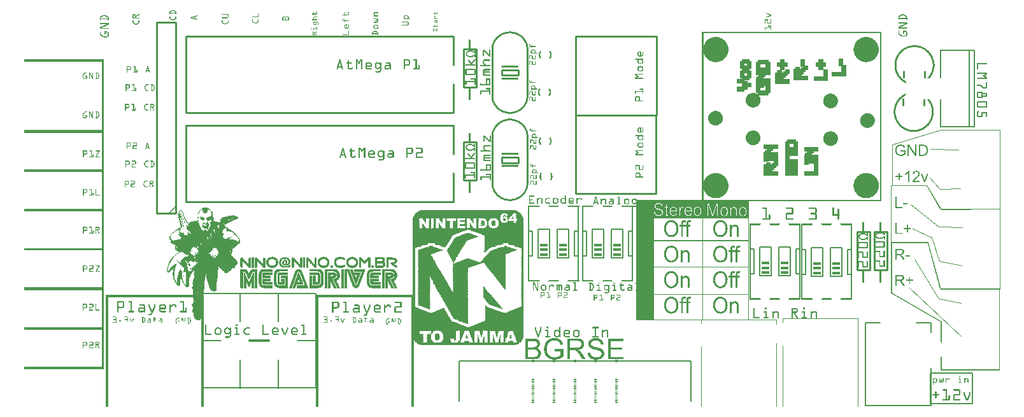
<source format=gto>
G04 MADE WITH FRITZING*
G04 WWW.FRITZING.ORG*
G04 DOUBLE SIDED*
G04 HOLES PLATED*
G04 CONTOUR ON CENTER OF CONTOUR VECTOR*
%ASAXBY*%
%FSLAX23Y23*%
%MOIN*%
%OFA0B0*%
%SFA1.0B1.0*%
%ADD10R,0.224390X0.166555X0.213042X0.155207*%
%ADD11C,0.005674*%
%ADD12R,0.040000X0.015000*%
%ADD13R,0.433035X0.422999X0.411135X0.401099*%
%ADD14C,0.010950*%
%ADD15R,0.096457X0.038714X0.076772X0.019029*%
%ADD16C,0.009843*%
%ADD17C,0.008000*%
%ADD18C,0.010000*%
%ADD19C,0.004792*%
%ADD20C,0.012000*%
%ADD21R,0.001000X0.001000*%
%LNSILK1*%
G90*
G70*
G54D11*
X4744Y177D02*
X4963Y177D01*
X4963Y16D01*
X4744Y16D01*
X4744Y177D01*
D02*
G54D12*
X3103Y847D03*
X3103Y822D03*
X3103Y797D03*
X3003Y847D03*
X3003Y822D03*
X3003Y797D03*
X2821Y847D03*
X2821Y822D03*
X2821Y797D03*
X2721Y847D03*
X2721Y822D03*
X2721Y797D03*
G54D14*
X2885Y1527D02*
X3307Y1527D01*
X3307Y1115D01*
X2885Y1115D01*
X2885Y1527D01*
D02*
X2886Y1939D02*
X3308Y1939D01*
X3308Y1527D01*
X2886Y1527D01*
X2886Y1939D01*
D02*
G54D12*
X3978Y752D03*
X3978Y727D03*
X3978Y702D03*
X3878Y752D03*
X3878Y727D03*
X3878Y702D03*
X4250Y751D03*
X4250Y726D03*
X4250Y701D03*
X4150Y751D03*
X4150Y726D03*
X4150Y701D03*
G54D16*
X2498Y1307D02*
X2585Y1307D01*
X2585Y1278D01*
X2498Y1278D01*
X2498Y1307D01*
D02*
X2498Y1764D02*
X2585Y1764D01*
X2585Y1735D01*
X2498Y1735D01*
X2498Y1764D01*
D02*
G54D17*
X2923Y1049D02*
X2923Y919D01*
D02*
X2923Y789D02*
X2943Y789D01*
D02*
X2943Y789D02*
X2943Y919D01*
D02*
X2943Y919D02*
X2923Y919D01*
D02*
X2923Y789D02*
X2923Y659D01*
D02*
X2923Y919D02*
X2923Y789D01*
D02*
X3183Y659D02*
X3183Y789D01*
D02*
X3183Y919D02*
X3163Y919D01*
D02*
X3163Y919D02*
X3163Y789D01*
D02*
X3163Y789D02*
X3183Y789D01*
D02*
X3183Y919D02*
X3183Y1049D01*
D02*
X3183Y789D02*
X3183Y919D01*
D02*
X3073Y929D02*
X3073Y779D01*
D02*
X3073Y929D02*
X3133Y929D01*
D02*
X3133Y779D02*
X3133Y929D01*
D02*
X3133Y779D02*
X3073Y779D01*
D02*
X2973Y929D02*
X2973Y779D01*
D02*
X2973Y929D02*
X3033Y929D01*
D02*
X3033Y779D02*
X3033Y929D01*
D02*
X3033Y779D02*
X2973Y779D01*
D02*
X2641Y1049D02*
X2641Y919D01*
D02*
X2641Y789D02*
X2661Y789D01*
D02*
X2661Y789D02*
X2661Y919D01*
D02*
X2661Y919D02*
X2641Y919D01*
D02*
X2641Y789D02*
X2641Y659D01*
D02*
X2641Y919D02*
X2641Y789D01*
D02*
X2901Y659D02*
X2901Y789D01*
D02*
X2901Y919D02*
X2881Y919D01*
D02*
X2881Y919D02*
X2881Y789D01*
D02*
X2881Y789D02*
X2901Y789D01*
D02*
X2901Y919D02*
X2901Y1049D01*
D02*
X2901Y789D02*
X2901Y919D01*
D02*
X2791Y929D02*
X2791Y779D01*
D02*
X2791Y929D02*
X2851Y929D01*
D02*
X2851Y779D02*
X2851Y929D01*
D02*
X2851Y779D02*
X2791Y779D01*
D02*
X2691Y929D02*
X2691Y779D01*
D02*
X2691Y929D02*
X2751Y929D01*
D02*
X2751Y779D02*
X2751Y929D01*
D02*
X2751Y779D02*
X2691Y779D01*
G54D18*
D02*
X4449Y717D02*
X4449Y917D01*
D02*
X4449Y917D02*
X4515Y917D01*
D02*
X4515Y917D02*
X4515Y717D01*
D02*
X4515Y717D02*
X4449Y717D01*
D02*
X4359Y717D02*
X4359Y917D01*
D02*
X4359Y917D02*
X4425Y917D01*
D02*
X4425Y917D02*
X4425Y717D01*
D02*
X4425Y717D02*
X4359Y717D01*
G54D19*
D02*
X4743Y1349D02*
X4890Y1347D01*
D02*
X4634Y622D02*
X4903Y369D01*
D02*
X5105Y1449D02*
X5105Y1038D01*
G54D17*
D02*
X3798Y955D02*
X3798Y825D01*
D02*
X3798Y695D02*
X3818Y695D01*
D02*
X3818Y695D02*
X3818Y825D01*
D02*
X3818Y825D02*
X3798Y825D01*
D02*
X3798Y695D02*
X3798Y565D01*
D02*
X3798Y825D02*
X3798Y695D01*
D02*
X4058Y565D02*
X4058Y695D01*
D02*
X4058Y825D02*
X4038Y825D01*
D02*
X4038Y825D02*
X4038Y695D01*
D02*
X4038Y695D02*
X4058Y695D01*
D02*
X4058Y825D02*
X4058Y955D01*
D02*
X4058Y695D02*
X4058Y825D01*
D02*
X3948Y835D02*
X3948Y685D01*
D02*
X3948Y835D02*
X4008Y835D01*
D02*
X4008Y685D02*
X4008Y835D01*
D02*
X4008Y685D02*
X3948Y685D01*
D02*
X3848Y835D02*
X3848Y685D01*
D02*
X3848Y835D02*
X3908Y835D01*
D02*
X3908Y685D02*
X3908Y835D01*
D02*
X3908Y685D02*
X3848Y685D01*
D02*
X4070Y954D02*
X4070Y824D01*
D02*
X4070Y694D02*
X4090Y694D01*
D02*
X4090Y694D02*
X4090Y824D01*
D02*
X4090Y824D02*
X4070Y824D01*
D02*
X4070Y694D02*
X4070Y564D01*
D02*
X4070Y824D02*
X4070Y694D01*
D02*
X4330Y564D02*
X4330Y694D01*
D02*
X4330Y824D02*
X4310Y824D01*
D02*
X4310Y824D02*
X4310Y694D01*
D02*
X4310Y694D02*
X4330Y694D01*
D02*
X4330Y824D02*
X4330Y954D01*
D02*
X4330Y694D02*
X4330Y824D01*
D02*
X4220Y834D02*
X4220Y684D01*
D02*
X4220Y834D02*
X4280Y834D01*
D02*
X4280Y684D02*
X4280Y834D01*
D02*
X4280Y684D02*
X4220Y684D01*
D02*
X4120Y834D02*
X4120Y684D01*
D02*
X4120Y834D02*
X4180Y834D01*
D02*
X4180Y684D02*
X4180Y834D01*
D02*
X4180Y684D02*
X4120Y684D01*
D02*
X3488Y241D02*
X3488Y31D01*
D02*
X2275Y241D02*
X2275Y31D01*
D02*
X3488Y241D02*
X2275Y241D01*
D02*
X1130Y97D02*
X1130Y247D01*
D02*
X1130Y597D02*
X1130Y447D01*
D02*
X1330Y597D02*
X1330Y447D01*
D02*
X1330Y97D02*
X1330Y247D01*
D02*
X930Y347D02*
X1030Y347D01*
G54D20*
D02*
X1180Y347D02*
X1280Y347D01*
G54D17*
D02*
X1430Y347D02*
X1530Y347D01*
D02*
X4797Y1867D02*
X4947Y1867D01*
D02*
X4947Y1867D02*
X4972Y1867D01*
D02*
X4972Y1867D02*
X4972Y1467D01*
D02*
X4972Y1467D02*
X4947Y1467D01*
D02*
X4947Y1467D02*
X4797Y1467D01*
D02*
X4947Y1467D02*
X4947Y1867D01*
D02*
X4746Y439D02*
X4669Y439D01*
D02*
X4746Y6D02*
X4746Y204D01*
D02*
X4746Y439D02*
X4746Y389D01*
D02*
X4403Y6D02*
X4403Y439D01*
D02*
X4403Y439D02*
X4480Y439D01*
D02*
X4403Y6D02*
X4746Y6D01*
G54D18*
D02*
X2246Y1472D02*
X846Y1472D01*
D02*
X846Y1472D02*
X846Y1072D01*
D02*
X846Y1072D02*
X2246Y1072D01*
D02*
X2246Y1472D02*
X2246Y1322D01*
D02*
X2246Y1222D02*
X2246Y1072D01*
D02*
X2247Y1940D02*
X847Y1940D01*
D02*
X847Y1940D02*
X847Y1540D01*
D02*
X847Y1540D02*
X2247Y1540D01*
D02*
X2247Y1940D02*
X2247Y1790D01*
D02*
X2247Y1690D02*
X2247Y1540D01*
D02*
X2300Y1185D02*
X2300Y1385D01*
D02*
X2300Y1385D02*
X2366Y1385D01*
D02*
X2366Y1385D02*
X2366Y1185D01*
D02*
X2366Y1185D02*
X2300Y1185D01*
D02*
X2300Y1674D02*
X2300Y1874D01*
D02*
X2300Y1874D02*
X2366Y1874D01*
D02*
X2366Y1874D02*
X2366Y1674D01*
D02*
X2366Y1674D02*
X2300Y1674D01*
D02*
X792Y1014D02*
X792Y2014D01*
D02*
X792Y2014D02*
X692Y2014D01*
D02*
X692Y2014D02*
X692Y1014D01*
D02*
X692Y1014D02*
X792Y1014D01*
G36*
X3205Y872D02*
X3792Y872D01*
X3792Y868D01*
X3205Y868D01*
X3205Y872D01*
G37*
D02*
G36*
X3205Y734D02*
X3792Y734D01*
X3792Y730D01*
X3205Y730D01*
X3205Y734D01*
G37*
D02*
G36*
X3205Y591D02*
X3792Y591D01*
X3792Y587D01*
X3205Y587D01*
X3205Y591D01*
G37*
D02*
G36*
X3554Y989D02*
X3554Y454D01*
X3551Y454D01*
X3551Y989D01*
X3554Y989D01*
G37*
D02*
G36*
X2560Y998D02*
X2560Y995D01*
X2564Y995D01*
X2564Y998D01*
X2560Y998D01*
G37*
D02*
G36*
X2557Y995D02*
X2557Y991D01*
X2554Y991D01*
X2554Y988D01*
X2551Y988D01*
X2551Y985D01*
X2557Y985D01*
X2557Y982D01*
X2560Y982D01*
X2560Y988D01*
X2564Y988D01*
X2564Y991D01*
X2560Y991D01*
X2560Y995D01*
X2557Y995D01*
G37*
D02*
G36*
X2551Y985D02*
X2551Y982D01*
X2554Y982D01*
X2554Y985D01*
X2551Y985D01*
G37*
D02*
G36*
X2508Y988D02*
X2508Y985D01*
X2505Y985D01*
X2505Y975D01*
X2508Y975D01*
X2508Y972D01*
X2518Y972D01*
X2518Y985D01*
X2515Y985D01*
X2515Y988D01*
X2508Y988D01*
G37*
D02*
G36*
X2395Y975D02*
X2395Y972D01*
X2391Y972D01*
X2391Y965D01*
X2395Y965D01*
X2395Y962D01*
X2391Y962D01*
X2391Y955D01*
X2395Y955D01*
X2395Y952D01*
X2391Y952D01*
X2391Y946D01*
X2401Y946D01*
X2401Y949D01*
X2408Y949D01*
X2408Y972D01*
X2398Y972D01*
X2398Y975D01*
X2395Y975D01*
G37*
D02*
G36*
X2453Y975D02*
X2453Y972D01*
X2447Y972D01*
X2447Y962D01*
X2443Y962D01*
X2443Y959D01*
X2447Y959D01*
X2447Y949D01*
X2450Y949D01*
X2450Y946D01*
X2463Y946D01*
X2463Y949D01*
X2466Y949D01*
X2466Y972D01*
X2460Y972D01*
X2460Y975D01*
X2453Y975D01*
G37*
D02*
G36*
X2281Y969D02*
X2281Y965D01*
X2284Y965D01*
X2284Y969D01*
X2281Y969D01*
G37*
D02*
G36*
X2187Y962D02*
X2187Y959D01*
X2190Y959D01*
X2190Y962D01*
X2187Y962D01*
G37*
D02*
G36*
X2313Y910D02*
X2313Y907D01*
X2304Y907D01*
X2304Y903D01*
X2294Y903D01*
X2294Y900D01*
X2287Y900D01*
X2287Y897D01*
X2278Y897D01*
X2278Y894D01*
X2268Y894D01*
X2268Y890D01*
X2258Y890D01*
X2258Y887D01*
X2255Y887D01*
X2255Y884D01*
X2252Y884D01*
X2252Y881D01*
X2248Y881D01*
X2248Y877D01*
X2245Y877D01*
X2245Y871D01*
X2242Y871D01*
X2242Y864D01*
X2239Y864D01*
X2239Y858D01*
X2235Y858D01*
X2235Y855D01*
X2232Y855D01*
X2232Y848D01*
X2229Y848D01*
X2229Y845D01*
X2226Y845D01*
X2226Y838D01*
X2222Y838D01*
X2222Y832D01*
X2219Y832D01*
X2219Y829D01*
X2216Y829D01*
X2216Y822D01*
X2213Y822D01*
X2213Y812D01*
X2216Y812D01*
X2216Y806D01*
X2219Y806D01*
X2219Y799D01*
X2222Y799D01*
X2222Y793D01*
X2226Y793D01*
X2226Y786D01*
X2229Y786D01*
X2229Y780D01*
X2232Y780D01*
X2232Y777D01*
X2235Y777D01*
X2235Y767D01*
X2239Y767D01*
X2239Y764D01*
X2242Y764D01*
X2242Y754D01*
X2248Y754D01*
X2248Y760D01*
X2252Y760D01*
X2252Y767D01*
X2255Y767D01*
X2255Y770D01*
X2258Y770D01*
X2258Y777D01*
X2261Y777D01*
X2261Y783D01*
X2265Y783D01*
X2265Y786D01*
X2268Y786D01*
X2268Y793D01*
X2271Y793D01*
X2271Y796D01*
X2274Y796D01*
X2274Y803D01*
X2278Y803D01*
X2278Y809D01*
X2281Y809D01*
X2281Y812D01*
X2284Y812D01*
X2284Y819D01*
X2287Y819D01*
X2287Y822D01*
X2291Y822D01*
X2291Y829D01*
X2294Y829D01*
X2294Y835D01*
X2297Y835D01*
X2297Y838D01*
X2300Y838D01*
X2300Y845D01*
X2304Y845D01*
X2304Y848D01*
X2307Y848D01*
X2307Y855D01*
X2310Y855D01*
X2310Y861D01*
X2313Y861D01*
X2313Y868D01*
X2317Y868D01*
X2317Y871D01*
X2323Y871D01*
X2323Y874D01*
X2333Y874D01*
X2333Y877D01*
X2339Y877D01*
X2339Y881D01*
X2349Y881D01*
X2349Y884D01*
X2359Y884D01*
X2359Y887D01*
X2369Y887D01*
X2369Y890D01*
X2375Y890D01*
X2375Y894D01*
X2369Y894D01*
X2369Y897D01*
X2359Y897D01*
X2359Y900D01*
X2349Y900D01*
X2349Y903D01*
X2343Y903D01*
X2343Y907D01*
X2333Y907D01*
X2333Y910D01*
X2313Y910D01*
G37*
D02*
G36*
X2118Y842D02*
X2118Y838D01*
X2112Y838D01*
X2112Y835D01*
X2102Y835D01*
X2102Y832D01*
X2092Y832D01*
X2092Y829D01*
X2083Y829D01*
X2083Y825D01*
X2073Y825D01*
X2073Y822D01*
X2063Y822D01*
X2063Y816D01*
X2060Y816D01*
X2060Y812D01*
X2063Y812D01*
X2063Y806D01*
X2060Y806D01*
X2060Y803D01*
X2063Y803D01*
X2063Y799D01*
X2060Y799D01*
X2060Y796D01*
X2063Y796D01*
X2063Y790D01*
X2060Y790D01*
X2060Y786D01*
X2063Y786D01*
X2063Y780D01*
X2060Y780D01*
X2060Y777D01*
X2063Y777D01*
X2063Y773D01*
X2060Y773D01*
X2060Y770D01*
X2063Y770D01*
X2063Y764D01*
X2060Y764D01*
X2060Y760D01*
X2063Y760D01*
X2063Y754D01*
X2060Y754D01*
X2060Y751D01*
X2063Y751D01*
X2063Y747D01*
X2060Y747D01*
X2060Y744D01*
X2063Y744D01*
X2063Y738D01*
X2060Y738D01*
X2060Y734D01*
X2063Y734D01*
X2063Y728D01*
X2060Y728D01*
X2060Y725D01*
X2063Y725D01*
X2063Y718D01*
X2060Y718D01*
X2060Y715D01*
X2063Y715D01*
X2063Y712D01*
X2060Y712D01*
X2060Y708D01*
X2063Y708D01*
X2063Y702D01*
X2060Y702D01*
X2060Y699D01*
X2063Y699D01*
X2063Y692D01*
X2060Y692D01*
X2060Y689D01*
X2063Y689D01*
X2063Y682D01*
X2060Y682D01*
X2060Y679D01*
X2125Y679D01*
X2125Y676D01*
X2128Y676D01*
X2128Y669D01*
X2131Y669D01*
X2131Y666D01*
X2135Y666D01*
X2135Y660D01*
X2138Y660D01*
X2138Y653D01*
X2141Y653D01*
X2141Y647D01*
X2144Y647D01*
X2144Y640D01*
X2148Y640D01*
X2148Y637D01*
X2151Y637D01*
X2151Y630D01*
X2154Y630D01*
X2154Y624D01*
X2157Y624D01*
X2157Y617D01*
X2161Y617D01*
X2161Y611D01*
X2164Y611D01*
X2164Y604D01*
X2239Y604D01*
X2239Y608D01*
X2235Y608D01*
X2235Y614D01*
X2232Y614D01*
X2232Y621D01*
X2229Y621D01*
X2229Y627D01*
X2226Y627D01*
X2226Y630D01*
X2222Y630D01*
X2222Y637D01*
X2219Y637D01*
X2219Y643D01*
X2216Y643D01*
X2216Y650D01*
X2213Y650D01*
X2213Y656D01*
X2209Y656D01*
X2209Y660D01*
X2206Y660D01*
X2206Y666D01*
X2203Y666D01*
X2203Y669D01*
X2200Y669D01*
X2200Y679D01*
X2196Y679D01*
X2196Y682D01*
X2193Y682D01*
X2193Y689D01*
X2190Y689D01*
X2190Y692D01*
X2187Y692D01*
X2187Y699D01*
X2183Y699D01*
X2183Y705D01*
X2180Y705D01*
X2180Y712D01*
X2177Y712D01*
X2177Y715D01*
X2174Y715D01*
X2174Y721D01*
X2170Y721D01*
X2170Y728D01*
X2167Y728D01*
X2167Y731D01*
X2164Y731D01*
X2164Y738D01*
X2161Y738D01*
X2161Y744D01*
X2157Y744D01*
X2157Y751D01*
X2154Y751D01*
X2154Y757D01*
X2151Y757D01*
X2151Y760D01*
X2148Y760D01*
X2148Y767D01*
X2144Y767D01*
X2144Y773D01*
X2141Y773D01*
X2141Y777D01*
X2138Y777D01*
X2138Y783D01*
X2135Y783D01*
X2135Y790D01*
X2131Y790D01*
X2131Y799D01*
X2141Y799D01*
X2141Y803D01*
X2151Y803D01*
X2151Y806D01*
X2157Y806D01*
X2157Y809D01*
X2167Y809D01*
X2167Y812D01*
X2177Y812D01*
X2177Y816D01*
X2187Y816D01*
X2187Y819D01*
X2190Y819D01*
X2190Y822D01*
X2180Y822D01*
X2180Y825D01*
X2170Y825D01*
X2170Y829D01*
X2164Y829D01*
X2164Y832D01*
X2154Y832D01*
X2154Y835D01*
X2144Y835D01*
X2144Y838D01*
X2138Y838D01*
X2138Y842D01*
X2118Y842D01*
G37*
D02*
G36*
X2512Y842D02*
X2512Y838D01*
X2502Y838D01*
X2502Y835D01*
X2492Y835D01*
X2492Y832D01*
X2479Y832D01*
X2479Y829D01*
X2473Y829D01*
X2473Y825D01*
X2463Y825D01*
X2463Y822D01*
X2453Y822D01*
X2453Y819D01*
X2447Y819D01*
X2447Y816D01*
X2440Y816D01*
X2440Y812D01*
X2437Y812D01*
X2437Y809D01*
X2434Y809D01*
X2434Y806D01*
X2430Y806D01*
X2430Y799D01*
X2424Y799D01*
X2424Y793D01*
X2417Y793D01*
X2417Y786D01*
X2411Y786D01*
X2411Y780D01*
X2404Y780D01*
X2404Y773D01*
X2401Y773D01*
X2401Y770D01*
X2398Y770D01*
X2398Y767D01*
X2395Y767D01*
X2395Y764D01*
X2391Y764D01*
X2391Y760D01*
X2388Y760D01*
X2388Y757D01*
X2518Y757D01*
X2518Y799D01*
X2528Y799D01*
X2528Y803D01*
X2538Y803D01*
X2538Y806D01*
X2547Y806D01*
X2547Y809D01*
X2554Y809D01*
X2554Y812D01*
X2564Y812D01*
X2564Y816D01*
X2573Y816D01*
X2573Y819D01*
X2580Y819D01*
X2580Y822D01*
X2573Y822D01*
X2573Y825D01*
X2564Y825D01*
X2564Y829D01*
X2551Y829D01*
X2551Y832D01*
X2544Y832D01*
X2544Y835D01*
X2538Y835D01*
X2538Y838D01*
X2525Y838D01*
X2525Y842D01*
X2512Y842D01*
G37*
D02*
G36*
X2313Y777D02*
X2313Y773D01*
X2304Y773D01*
X2304Y770D01*
X2297Y770D01*
X2297Y767D01*
X2287Y767D01*
X2287Y764D01*
X2278Y764D01*
X2278Y760D01*
X2268Y760D01*
X2268Y757D01*
X2378Y757D01*
X2378Y760D01*
X2369Y760D01*
X2369Y764D01*
X2359Y764D01*
X2359Y767D01*
X2349Y767D01*
X2349Y770D01*
X2339Y770D01*
X2339Y773D01*
X2333Y773D01*
X2333Y777D01*
X2313Y777D01*
G37*
D02*
G36*
X2261Y757D02*
X2261Y754D01*
X2518Y754D01*
X2518Y757D01*
X2261Y757D01*
G37*
D02*
G36*
X2261Y757D02*
X2261Y754D01*
X2518Y754D01*
X2518Y757D01*
X2261Y757D01*
G37*
D02*
G36*
X2252Y754D02*
X2252Y751D01*
X2242Y751D01*
X2242Y744D01*
X2245Y744D01*
X2245Y741D01*
X2242Y741D01*
X2242Y738D01*
X2245Y738D01*
X2245Y734D01*
X2242Y734D01*
X2242Y728D01*
X2245Y728D01*
X2245Y725D01*
X2242Y725D01*
X2242Y718D01*
X2245Y718D01*
X2245Y715D01*
X2242Y715D01*
X2242Y708D01*
X2245Y708D01*
X2245Y705D01*
X2242Y705D01*
X2242Y699D01*
X2245Y699D01*
X2245Y695D01*
X2242Y695D01*
X2242Y689D01*
X2245Y689D01*
X2245Y686D01*
X2242Y686D01*
X2242Y679D01*
X2245Y679D01*
X2245Y676D01*
X2242Y676D01*
X2242Y669D01*
X2245Y669D01*
X2245Y666D01*
X2242Y666D01*
X2242Y660D01*
X2245Y660D01*
X2245Y656D01*
X2242Y656D01*
X2242Y653D01*
X2245Y653D01*
X2245Y650D01*
X2242Y650D01*
X2242Y647D01*
X2245Y647D01*
X2245Y643D01*
X2242Y643D01*
X2242Y640D01*
X2245Y640D01*
X2245Y637D01*
X2242Y637D01*
X2242Y634D01*
X2245Y634D01*
X2245Y630D01*
X2242Y630D01*
X2242Y627D01*
X2245Y627D01*
X2245Y624D01*
X2242Y624D01*
X2242Y621D01*
X2245Y621D01*
X2245Y617D01*
X2242Y617D01*
X2242Y614D01*
X2245Y614D01*
X2245Y611D01*
X2242Y611D01*
X2242Y608D01*
X2245Y608D01*
X2245Y604D01*
X2323Y604D01*
X2323Y614D01*
X2320Y614D01*
X2320Y617D01*
X2323Y617D01*
X2323Y627D01*
X2320Y627D01*
X2320Y630D01*
X2323Y630D01*
X2323Y640D01*
X2320Y640D01*
X2320Y643D01*
X2323Y643D01*
X2323Y653D01*
X2320Y653D01*
X2320Y656D01*
X2323Y656D01*
X2323Y663D01*
X2320Y663D01*
X2320Y666D01*
X2323Y666D01*
X2323Y673D01*
X2320Y673D01*
X2320Y676D01*
X2323Y676D01*
X2323Y682D01*
X2320Y682D01*
X2320Y686D01*
X2323Y686D01*
X2323Y689D01*
X2320Y689D01*
X2320Y692D01*
X2323Y692D01*
X2323Y699D01*
X2320Y699D01*
X2320Y702D01*
X2323Y702D01*
X2323Y705D01*
X2320Y705D01*
X2320Y708D01*
X2323Y708D01*
X2323Y715D01*
X2320Y715D01*
X2320Y718D01*
X2323Y718D01*
X2323Y728D01*
X2326Y728D01*
X2326Y731D01*
X2336Y731D01*
X2336Y734D01*
X2346Y734D01*
X2346Y738D01*
X2356Y738D01*
X2356Y741D01*
X2365Y741D01*
X2365Y744D01*
X2375Y744D01*
X2375Y747D01*
X2385Y747D01*
X2385Y751D01*
X2395Y751D01*
X2395Y754D01*
X2252Y754D01*
G37*
D02*
G36*
X2408Y754D02*
X2408Y751D01*
X2411Y751D01*
X2411Y747D01*
X2414Y747D01*
X2414Y744D01*
X2417Y744D01*
X2417Y738D01*
X2421Y738D01*
X2421Y734D01*
X2424Y734D01*
X2424Y728D01*
X2427Y728D01*
X2427Y725D01*
X2430Y725D01*
X2430Y721D01*
X2434Y721D01*
X2434Y718D01*
X2437Y718D01*
X2437Y712D01*
X2440Y712D01*
X2440Y708D01*
X2443Y708D01*
X2443Y705D01*
X2447Y705D01*
X2447Y699D01*
X2450Y699D01*
X2450Y695D01*
X2453Y695D01*
X2453Y692D01*
X2456Y692D01*
X2456Y689D01*
X2460Y689D01*
X2460Y682D01*
X2463Y682D01*
X2463Y679D01*
X2466Y679D01*
X2466Y676D01*
X2469Y676D01*
X2469Y669D01*
X2473Y669D01*
X2473Y666D01*
X2476Y666D01*
X2476Y663D01*
X2479Y663D01*
X2479Y656D01*
X2482Y656D01*
X2482Y653D01*
X2486Y653D01*
X2486Y650D01*
X2489Y650D01*
X2489Y647D01*
X2492Y647D01*
X2492Y640D01*
X2495Y640D01*
X2495Y637D01*
X2499Y637D01*
X2499Y634D01*
X2502Y634D01*
X2502Y627D01*
X2505Y627D01*
X2505Y624D01*
X2508Y624D01*
X2508Y621D01*
X2512Y621D01*
X2512Y617D01*
X2515Y617D01*
X2515Y614D01*
X2518Y614D01*
X2518Y754D01*
X2408Y754D01*
G37*
D02*
G36*
X2063Y679D02*
X2063Y676D01*
X2060Y676D01*
X2060Y673D01*
X2063Y673D01*
X2063Y666D01*
X2060Y666D01*
X2060Y663D01*
X2063Y663D01*
X2063Y656D01*
X2060Y656D01*
X2060Y653D01*
X2063Y653D01*
X2063Y647D01*
X2060Y647D01*
X2060Y643D01*
X2063Y643D01*
X2063Y640D01*
X2060Y640D01*
X2060Y637D01*
X2063Y637D01*
X2063Y630D01*
X2060Y630D01*
X2060Y627D01*
X2063Y627D01*
X2063Y621D01*
X2060Y621D01*
X2060Y617D01*
X2063Y617D01*
X2063Y611D01*
X2060Y611D01*
X2060Y608D01*
X2063Y608D01*
X2063Y604D01*
X2060Y604D01*
X2060Y601D01*
X2063Y601D01*
X2063Y595D01*
X2060Y595D01*
X2060Y591D01*
X2063Y591D01*
X2063Y585D01*
X2060Y585D01*
X2060Y582D01*
X2063Y582D01*
X2063Y575D01*
X2060Y575D01*
X2060Y572D01*
X2063Y572D01*
X2063Y569D01*
X2060Y569D01*
X2060Y565D01*
X2063Y565D01*
X2063Y559D01*
X2060Y559D01*
X2060Y556D01*
X2063Y556D01*
X2063Y549D01*
X2060Y549D01*
X2060Y546D01*
X2063Y546D01*
X2063Y539D01*
X2060Y539D01*
X2060Y536D01*
X2063Y536D01*
X2063Y530D01*
X2073Y530D01*
X2073Y526D01*
X2083Y526D01*
X2083Y523D01*
X2089Y523D01*
X2089Y520D01*
X2099Y520D01*
X2099Y517D01*
X2109Y517D01*
X2109Y513D01*
X2115Y513D01*
X2115Y510D01*
X2122Y510D01*
X2122Y517D01*
X2125Y517D01*
X2125Y520D01*
X2122Y520D01*
X2122Y526D01*
X2125Y526D01*
X2125Y530D01*
X2122Y530D01*
X2122Y536D01*
X2125Y536D01*
X2125Y539D01*
X2122Y539D01*
X2122Y546D01*
X2125Y546D01*
X2125Y549D01*
X2122Y549D01*
X2122Y556D01*
X2125Y556D01*
X2125Y559D01*
X2122Y559D01*
X2122Y565D01*
X2125Y565D01*
X2125Y569D01*
X2122Y569D01*
X2122Y575D01*
X2125Y575D01*
X2125Y578D01*
X2122Y578D01*
X2122Y585D01*
X2125Y585D01*
X2125Y588D01*
X2122Y588D01*
X2122Y595D01*
X2125Y595D01*
X2125Y598D01*
X2122Y598D01*
X2122Y604D01*
X2125Y604D01*
X2125Y608D01*
X2122Y608D01*
X2122Y614D01*
X2125Y614D01*
X2125Y617D01*
X2122Y617D01*
X2122Y624D01*
X2125Y624D01*
X2125Y627D01*
X2122Y627D01*
X2122Y634D01*
X2125Y634D01*
X2125Y637D01*
X2122Y637D01*
X2122Y640D01*
X2125Y640D01*
X2125Y643D01*
X2122Y643D01*
X2122Y650D01*
X2125Y650D01*
X2125Y653D01*
X2122Y653D01*
X2122Y660D01*
X2125Y660D01*
X2125Y663D01*
X2122Y663D01*
X2122Y679D01*
X2063Y679D01*
G37*
D02*
G36*
X2167Y604D02*
X2167Y601D01*
X2323Y601D01*
X2323Y604D01*
X2167Y604D01*
G37*
D02*
G36*
X2167Y604D02*
X2167Y601D01*
X2323Y601D01*
X2323Y604D01*
X2167Y604D01*
G37*
D02*
G36*
X2170Y601D02*
X2170Y595D01*
X2174Y595D01*
X2174Y588D01*
X2177Y588D01*
X2177Y585D01*
X2180Y585D01*
X2180Y578D01*
X2183Y578D01*
X2183Y572D01*
X2187Y572D01*
X2187Y565D01*
X2190Y565D01*
X2190Y559D01*
X2193Y559D01*
X2193Y552D01*
X2196Y552D01*
X2196Y549D01*
X2200Y549D01*
X2200Y543D01*
X2203Y543D01*
X2203Y536D01*
X2206Y536D01*
X2206Y530D01*
X2209Y530D01*
X2209Y526D01*
X2213Y526D01*
X2213Y520D01*
X2216Y520D01*
X2216Y513D01*
X2219Y513D01*
X2219Y507D01*
X2222Y507D01*
X2222Y500D01*
X2226Y500D01*
X2226Y497D01*
X2229Y497D01*
X2229Y491D01*
X2232Y491D01*
X2232Y484D01*
X2235Y484D01*
X2235Y478D01*
X2239Y478D01*
X2239Y474D01*
X2242Y474D01*
X2242Y468D01*
X2245Y468D01*
X2245Y461D01*
X2252Y461D01*
X2252Y458D01*
X2255Y458D01*
X2255Y455D01*
X2265Y455D01*
X2265Y452D01*
X2274Y452D01*
X2274Y448D01*
X2281Y448D01*
X2281Y445D01*
X2291Y445D01*
X2291Y442D01*
X2297Y442D01*
X2297Y439D01*
X2307Y439D01*
X2307Y435D01*
X2317Y435D01*
X2317Y432D01*
X2323Y432D01*
X2323Y578D01*
X2320Y578D01*
X2320Y582D01*
X2323Y582D01*
X2323Y598D01*
X2320Y598D01*
X2320Y601D01*
X2170Y601D01*
G37*
D02*
G36*
X2190Y819D02*
X2190Y816D01*
X2193Y816D01*
X2193Y819D01*
X2190Y819D01*
G37*
D02*
G36*
X2404Y630D02*
X2404Y569D01*
X2408Y569D01*
X2408Y565D01*
X2411Y565D01*
X2411Y562D01*
X2414Y562D01*
X2414Y556D01*
X2417Y556D01*
X2417Y552D01*
X2421Y552D01*
X2421Y549D01*
X2424Y549D01*
X2424Y543D01*
X2430Y543D01*
X2430Y536D01*
X2437Y536D01*
X2437Y533D01*
X2443Y533D01*
X2443Y530D01*
X2453Y530D01*
X2453Y526D01*
X2463Y526D01*
X2463Y523D01*
X2473Y523D01*
X2473Y520D01*
X2482Y520D01*
X2482Y517D01*
X2492Y517D01*
X2492Y513D01*
X2502Y513D01*
X2502Y517D01*
X2499Y517D01*
X2499Y520D01*
X2495Y520D01*
X2495Y523D01*
X2492Y523D01*
X2492Y530D01*
X2489Y530D01*
X2489Y533D01*
X2486Y533D01*
X2486Y536D01*
X2482Y536D01*
X2482Y539D01*
X2479Y539D01*
X2479Y546D01*
X2473Y546D01*
X2473Y552D01*
X2469Y552D01*
X2469Y556D01*
X2466Y556D01*
X2466Y559D01*
X2463Y559D01*
X2463Y565D01*
X2456Y565D01*
X2456Y572D01*
X2453Y572D01*
X2453Y575D01*
X2450Y575D01*
X2450Y578D01*
X2447Y578D01*
X2447Y585D01*
X2440Y585D01*
X2440Y591D01*
X2437Y591D01*
X2437Y595D01*
X2434Y595D01*
X2434Y598D01*
X2430Y598D01*
X2430Y601D01*
X2427Y601D01*
X2427Y604D01*
X2424Y604D01*
X2424Y611D01*
X2421Y611D01*
X2421Y614D01*
X2417Y614D01*
X2417Y617D01*
X2414Y617D01*
X2414Y624D01*
X2408Y624D01*
X2408Y630D01*
X2404Y630D01*
G37*
D02*
G36*
X2502Y513D02*
X2502Y510D01*
X2505Y510D01*
X2505Y513D01*
X2502Y513D01*
G37*
D02*
G36*
X2073Y1030D02*
X2073Y1027D01*
X2066Y1027D01*
X2066Y1024D01*
X2060Y1024D01*
X2060Y1021D01*
X2057Y1021D01*
X2057Y1017D01*
X2050Y1017D01*
X2050Y1014D01*
X2573Y1014D01*
X2573Y1011D01*
X2577Y1011D01*
X2577Y1008D01*
X2573Y1008D01*
X2573Y1001D01*
X2577Y1001D01*
X2577Y998D01*
X2573Y998D01*
X2573Y991D01*
X2577Y991D01*
X2577Y988D01*
X2573Y988D01*
X2573Y985D01*
X2577Y985D01*
X2577Y982D01*
X2580Y982D01*
X2580Y978D01*
X2583Y978D01*
X2583Y975D01*
X2580Y975D01*
X2580Y972D01*
X2573Y972D01*
X2573Y965D01*
X2577Y965D01*
X2577Y962D01*
X2612Y962D01*
X2612Y991D01*
X2609Y991D01*
X2609Y998D01*
X2606Y998D01*
X2606Y1004D01*
X2603Y1004D01*
X2603Y1008D01*
X2599Y1008D01*
X2599Y1014D01*
X2596Y1014D01*
X2596Y1017D01*
X2590Y1017D01*
X2590Y1021D01*
X2586Y1021D01*
X2586Y1024D01*
X2580Y1024D01*
X2580Y1027D01*
X2573Y1027D01*
X2573Y1030D01*
X2073Y1030D01*
G37*
D02*
G36*
X2047Y1014D02*
X2047Y1008D01*
X2044Y1008D01*
X2044Y1004D01*
X2040Y1004D01*
X2040Y998D01*
X2037Y998D01*
X2037Y991D01*
X2034Y991D01*
X2034Y988D01*
X2456Y988D01*
X2456Y985D01*
X2469Y985D01*
X2469Y982D01*
X2476Y982D01*
X2476Y978D01*
X2479Y978D01*
X2479Y972D01*
X2482Y972D01*
X2482Y962D01*
X2502Y962D01*
X2502Y965D01*
X2495Y965D01*
X2495Y972D01*
X2492Y972D01*
X2492Y988D01*
X2489Y988D01*
X2489Y991D01*
X2492Y991D01*
X2492Y1004D01*
X2495Y1004D01*
X2495Y1008D01*
X2499Y1008D01*
X2499Y1011D01*
X2502Y1011D01*
X2502Y1014D01*
X2047Y1014D01*
G37*
D02*
G36*
X2521Y1014D02*
X2521Y1011D01*
X2528Y1011D01*
X2528Y1008D01*
X2531Y1008D01*
X2531Y1001D01*
X2554Y1001D01*
X2554Y1004D01*
X2557Y1004D01*
X2557Y1011D01*
X2560Y1011D01*
X2560Y1014D01*
X2521Y1014D01*
G37*
D02*
G36*
X2512Y1008D02*
X2512Y1004D01*
X2508Y1004D01*
X2508Y1001D01*
X2515Y1001D01*
X2515Y1008D01*
X2512Y1008D01*
G37*
D02*
G36*
X2505Y1001D02*
X2505Y998D01*
X2551Y998D01*
X2551Y1001D01*
X2505Y1001D01*
G37*
D02*
G36*
X2505Y1001D02*
X2505Y998D01*
X2551Y998D01*
X2551Y1001D01*
X2505Y1001D01*
G37*
D02*
G36*
X2505Y998D02*
X2505Y991D01*
X2508Y991D01*
X2508Y995D01*
X2515Y995D01*
X2515Y998D01*
X2505Y998D01*
G37*
D02*
G36*
X2518Y998D02*
X2518Y995D01*
X2525Y995D01*
X2525Y991D01*
X2531Y991D01*
X2531Y969D01*
X2528Y969D01*
X2528Y965D01*
X2521Y965D01*
X2521Y962D01*
X2560Y962D01*
X2560Y965D01*
X2564Y965D01*
X2564Y972D01*
X2534Y972D01*
X2534Y975D01*
X2538Y975D01*
X2538Y978D01*
X2534Y978D01*
X2534Y982D01*
X2538Y982D01*
X2538Y985D01*
X2541Y985D01*
X2541Y991D01*
X2544Y991D01*
X2544Y995D01*
X2547Y995D01*
X2547Y998D01*
X2518Y998D01*
G37*
D02*
G36*
X2034Y988D02*
X2034Y985D01*
X2411Y985D01*
X2411Y982D01*
X2417Y982D01*
X2417Y978D01*
X2421Y978D01*
X2421Y969D01*
X2424Y969D01*
X2424Y949D01*
X2421Y949D01*
X2421Y942D01*
X2417Y942D01*
X2417Y939D01*
X2414Y939D01*
X2414Y936D01*
X2404Y936D01*
X2404Y933D01*
X2450Y933D01*
X2450Y936D01*
X2440Y936D01*
X2440Y939D01*
X2437Y939D01*
X2437Y942D01*
X2434Y942D01*
X2434Y949D01*
X2430Y949D01*
X2430Y972D01*
X2434Y972D01*
X2434Y978D01*
X2437Y978D01*
X2437Y982D01*
X2443Y982D01*
X2443Y985D01*
X2453Y985D01*
X2453Y988D01*
X2034Y988D01*
G37*
D02*
G36*
X2034Y985D02*
X2034Y933D01*
X2070Y933D01*
X2070Y942D01*
X2066Y942D01*
X2066Y946D01*
X2070Y946D01*
X2070Y955D01*
X2066Y955D01*
X2066Y959D01*
X2070Y959D01*
X2070Y965D01*
X2066Y965D01*
X2066Y969D01*
X2070Y969D01*
X2070Y978D01*
X2066Y978D01*
X2066Y982D01*
X2070Y982D01*
X2070Y985D01*
X2034Y985D01*
G37*
D02*
G36*
X2086Y985D02*
X2086Y978D01*
X2089Y978D01*
X2089Y975D01*
X2092Y975D01*
X2092Y969D01*
X2096Y969D01*
X2096Y965D01*
X2099Y965D01*
X2099Y959D01*
X2102Y959D01*
X2102Y985D01*
X2086Y985D01*
G37*
D02*
G36*
X2118Y985D02*
X2118Y978D01*
X2115Y978D01*
X2115Y975D01*
X2118Y975D01*
X2118Y969D01*
X2115Y969D01*
X2115Y965D01*
X2118Y965D01*
X2118Y962D01*
X2115Y962D01*
X2115Y959D01*
X2118Y959D01*
X2118Y955D01*
X2115Y955D01*
X2115Y952D01*
X2118Y952D01*
X2118Y949D01*
X2115Y949D01*
X2115Y946D01*
X2118Y946D01*
X2118Y942D01*
X2115Y942D01*
X2115Y939D01*
X2118Y939D01*
X2118Y936D01*
X2115Y936D01*
X2115Y933D01*
X2131Y933D01*
X2131Y936D01*
X2128Y936D01*
X2128Y985D01*
X2118Y985D01*
G37*
D02*
G36*
X2144Y985D02*
X2144Y952D01*
X2141Y952D01*
X2141Y949D01*
X2144Y949D01*
X2144Y936D01*
X2135Y936D01*
X2135Y933D01*
X2157Y933D01*
X2157Y939D01*
X2154Y939D01*
X2154Y942D01*
X2157Y942D01*
X2157Y946D01*
X2154Y946D01*
X2154Y949D01*
X2157Y949D01*
X2157Y952D01*
X2154Y952D01*
X2154Y955D01*
X2157Y955D01*
X2157Y959D01*
X2154Y959D01*
X2154Y962D01*
X2157Y962D01*
X2157Y965D01*
X2154Y965D01*
X2154Y969D01*
X2157Y969D01*
X2157Y972D01*
X2154Y972D01*
X2154Y978D01*
X2157Y978D01*
X2157Y982D01*
X2154Y982D01*
X2154Y985D01*
X2144Y985D01*
G37*
D02*
G36*
X2174Y985D02*
X2174Y978D01*
X2177Y978D01*
X2177Y972D01*
X2180Y972D01*
X2180Y969D01*
X2183Y969D01*
X2183Y962D01*
X2187Y962D01*
X2187Y965D01*
X2190Y965D01*
X2190Y985D01*
X2174Y985D01*
G37*
D02*
G36*
X2206Y985D02*
X2206Y982D01*
X2203Y982D01*
X2203Y975D01*
X2206Y975D01*
X2206Y972D01*
X2203Y972D01*
X2203Y969D01*
X2206Y969D01*
X2206Y965D01*
X2203Y965D01*
X2203Y959D01*
X2206Y959D01*
X2206Y955D01*
X2203Y955D01*
X2203Y949D01*
X2206Y949D01*
X2206Y946D01*
X2203Y946D01*
X2203Y939D01*
X2206Y939D01*
X2206Y936D01*
X2203Y936D01*
X2203Y933D01*
X2232Y933D01*
X2232Y936D01*
X2226Y936D01*
X2226Y939D01*
X2229Y939D01*
X2229Y942D01*
X2226Y942D01*
X2226Y946D01*
X2229Y946D01*
X2229Y949D01*
X2226Y949D01*
X2226Y952D01*
X2229Y952D01*
X2229Y955D01*
X2226Y955D01*
X2226Y959D01*
X2229Y959D01*
X2229Y965D01*
X2226Y965D01*
X2226Y969D01*
X2229Y969D01*
X2229Y972D01*
X2213Y972D01*
X2213Y975D01*
X2209Y975D01*
X2209Y982D01*
X2213Y982D01*
X2213Y985D01*
X2206Y985D01*
G37*
D02*
G36*
X2258Y985D02*
X2258Y978D01*
X2261Y978D01*
X2261Y975D01*
X2258Y975D01*
X2258Y972D01*
X2242Y972D01*
X2242Y965D01*
X2245Y965D01*
X2245Y962D01*
X2242Y962D01*
X2242Y952D01*
X2245Y952D01*
X2245Y949D01*
X2242Y949D01*
X2242Y933D01*
X2271Y933D01*
X2271Y936D01*
X2265Y936D01*
X2265Y942D01*
X2268Y942D01*
X2268Y946D01*
X2265Y946D01*
X2265Y949D01*
X2268Y949D01*
X2268Y952D01*
X2265Y952D01*
X2265Y955D01*
X2268Y955D01*
X2268Y959D01*
X2265Y959D01*
X2265Y962D01*
X2268Y962D01*
X2268Y965D01*
X2265Y965D01*
X2265Y969D01*
X2268Y969D01*
X2268Y972D01*
X2265Y972D01*
X2265Y975D01*
X2268Y975D01*
X2268Y978D01*
X2265Y978D01*
X2265Y985D01*
X2258Y985D01*
G37*
D02*
G36*
X2310Y985D02*
X2310Y982D01*
X2307Y982D01*
X2307Y975D01*
X2281Y975D01*
X2281Y972D01*
X2284Y972D01*
X2284Y969D01*
X2307Y969D01*
X2307Y959D01*
X2304Y959D01*
X2304Y955D01*
X2281Y955D01*
X2281Y946D01*
X2310Y946D01*
X2310Y942D01*
X2307Y942D01*
X2307Y939D01*
X2310Y939D01*
X2310Y936D01*
X2307Y936D01*
X2307Y933D01*
X2320Y933D01*
X2320Y939D01*
X2317Y939D01*
X2317Y949D01*
X2320Y949D01*
X2320Y952D01*
X2317Y952D01*
X2317Y962D01*
X2320Y962D01*
X2320Y965D01*
X2317Y965D01*
X2317Y985D01*
X2310Y985D01*
G37*
D02*
G36*
X2333Y985D02*
X2333Y982D01*
X2336Y982D01*
X2336Y978D01*
X2339Y978D01*
X2339Y972D01*
X2343Y972D01*
X2343Y969D01*
X2346Y969D01*
X2346Y962D01*
X2352Y962D01*
X2352Y969D01*
X2349Y969D01*
X2349Y972D01*
X2352Y972D01*
X2352Y978D01*
X2349Y978D01*
X2349Y982D01*
X2352Y982D01*
X2352Y985D01*
X2333Y985D01*
G37*
D02*
G36*
X2365Y985D02*
X2365Y978D01*
X2369Y978D01*
X2369Y975D01*
X2365Y975D01*
X2365Y933D01*
X2382Y933D01*
X2382Y936D01*
X2375Y936D01*
X2375Y939D01*
X2378Y939D01*
X2378Y942D01*
X2375Y942D01*
X2375Y949D01*
X2378Y949D01*
X2378Y952D01*
X2375Y952D01*
X2375Y959D01*
X2378Y959D01*
X2378Y962D01*
X2375Y962D01*
X2375Y965D01*
X2378Y965D01*
X2378Y969D01*
X2375Y969D01*
X2375Y972D01*
X2378Y972D01*
X2378Y975D01*
X2375Y975D01*
X2375Y978D01*
X2378Y978D01*
X2378Y982D01*
X2375Y982D01*
X2375Y985D01*
X2365Y985D01*
G37*
D02*
G36*
X2287Y969D02*
X2287Y965D01*
X2291Y965D01*
X2291Y969D01*
X2287Y969D01*
G37*
D02*
G36*
X2294Y969D02*
X2294Y965D01*
X2297Y965D01*
X2297Y969D01*
X2294Y969D01*
G37*
D02*
G36*
X2300Y969D02*
X2300Y965D01*
X2304Y965D01*
X2304Y969D01*
X2300Y969D01*
G37*
D02*
G36*
X2170Y962D02*
X2170Y936D01*
X2167Y936D01*
X2167Y933D01*
X2193Y933D01*
X2193Y936D01*
X2187Y936D01*
X2187Y939D01*
X2183Y939D01*
X2183Y946D01*
X2180Y946D01*
X2180Y949D01*
X2177Y949D01*
X2177Y955D01*
X2174Y955D01*
X2174Y962D01*
X2170Y962D01*
G37*
D02*
G36*
X2333Y962D02*
X2333Y949D01*
X2330Y949D01*
X2330Y946D01*
X2333Y946D01*
X2333Y936D01*
X2323Y936D01*
X2323Y933D01*
X2356Y933D01*
X2356Y936D01*
X2349Y936D01*
X2349Y939D01*
X2346Y939D01*
X2346Y946D01*
X2343Y946D01*
X2343Y949D01*
X2339Y949D01*
X2339Y955D01*
X2336Y955D01*
X2336Y962D01*
X2333Y962D01*
G37*
D02*
G36*
X2482Y962D02*
X2482Y959D01*
X2612Y959D01*
X2612Y962D01*
X2482Y962D01*
G37*
D02*
G36*
X2482Y962D02*
X2482Y959D01*
X2612Y959D01*
X2612Y962D01*
X2482Y962D01*
G37*
D02*
G36*
X2482Y962D02*
X2482Y959D01*
X2612Y959D01*
X2612Y962D01*
X2482Y962D01*
G37*
D02*
G36*
X2083Y959D02*
X2083Y936D01*
X2079Y936D01*
X2079Y933D01*
X2105Y933D01*
X2105Y936D01*
X2099Y936D01*
X2099Y942D01*
X2096Y942D01*
X2096Y946D01*
X2092Y946D01*
X2092Y952D01*
X2089Y952D01*
X2089Y955D01*
X2086Y955D01*
X2086Y959D01*
X2083Y959D01*
G37*
D02*
G36*
X2482Y959D02*
X2482Y949D01*
X2479Y949D01*
X2479Y942D01*
X2476Y942D01*
X2476Y939D01*
X2473Y939D01*
X2473Y936D01*
X2463Y936D01*
X2463Y933D01*
X2612Y933D01*
X2612Y959D01*
X2482Y959D01*
G37*
D02*
G36*
X2073Y936D02*
X2073Y933D01*
X2076Y933D01*
X2076Y936D01*
X2073Y936D01*
G37*
D02*
G36*
X2109Y936D02*
X2109Y933D01*
X2112Y933D01*
X2112Y936D01*
X2109Y936D01*
G37*
D02*
G36*
X2161Y936D02*
X2161Y933D01*
X2164Y933D01*
X2164Y936D01*
X2161Y936D01*
G37*
D02*
G36*
X2196Y936D02*
X2196Y933D01*
X2200Y933D01*
X2200Y936D01*
X2196Y936D01*
G37*
D02*
G36*
X2235Y936D02*
X2235Y933D01*
X2239Y933D01*
X2239Y936D01*
X2235Y936D01*
G37*
D02*
G36*
X2274Y936D02*
X2274Y933D01*
X2278Y933D01*
X2278Y936D01*
X2274Y936D01*
G37*
D02*
G36*
X2281Y936D02*
X2281Y933D01*
X2284Y933D01*
X2284Y936D01*
X2281Y936D01*
G37*
D02*
G36*
X2287Y936D02*
X2287Y933D01*
X2291Y933D01*
X2291Y936D01*
X2287Y936D01*
G37*
D02*
G36*
X2294Y936D02*
X2294Y933D01*
X2297Y933D01*
X2297Y936D01*
X2294Y936D01*
G37*
D02*
G36*
X2300Y936D02*
X2300Y933D01*
X2304Y933D01*
X2304Y936D01*
X2300Y936D01*
G37*
D02*
G36*
X2359Y936D02*
X2359Y933D01*
X2362Y933D01*
X2362Y936D01*
X2359Y936D01*
G37*
D02*
G36*
X2385Y936D02*
X2385Y933D01*
X2388Y933D01*
X2388Y936D01*
X2385Y936D01*
G37*
D02*
G36*
X2391Y936D02*
X2391Y933D01*
X2395Y933D01*
X2395Y936D01*
X2391Y936D01*
G37*
D02*
G36*
X2398Y936D02*
X2398Y933D01*
X2401Y933D01*
X2401Y936D01*
X2398Y936D01*
G37*
D02*
G36*
X2456Y936D02*
X2456Y933D01*
X2460Y933D01*
X2460Y936D01*
X2456Y936D01*
G37*
D02*
G36*
X2034Y933D02*
X2034Y929D01*
X2612Y929D01*
X2612Y933D01*
X2034Y933D01*
G37*
D02*
G36*
X2034Y933D02*
X2034Y929D01*
X2612Y929D01*
X2612Y933D01*
X2034Y933D01*
G37*
D02*
G36*
X2034Y933D02*
X2034Y929D01*
X2612Y929D01*
X2612Y933D01*
X2034Y933D01*
G37*
D02*
G36*
X2034Y933D02*
X2034Y929D01*
X2612Y929D01*
X2612Y933D01*
X2034Y933D01*
G37*
D02*
G36*
X2034Y933D02*
X2034Y929D01*
X2612Y929D01*
X2612Y933D01*
X2034Y933D01*
G37*
D02*
G36*
X2034Y933D02*
X2034Y929D01*
X2612Y929D01*
X2612Y933D01*
X2034Y933D01*
G37*
D02*
G36*
X2034Y933D02*
X2034Y929D01*
X2612Y929D01*
X2612Y933D01*
X2034Y933D01*
G37*
D02*
G36*
X2034Y933D02*
X2034Y929D01*
X2612Y929D01*
X2612Y933D01*
X2034Y933D01*
G37*
D02*
G36*
X2034Y933D02*
X2034Y929D01*
X2612Y929D01*
X2612Y933D01*
X2034Y933D01*
G37*
D02*
G36*
X2034Y933D02*
X2034Y929D01*
X2612Y929D01*
X2612Y933D01*
X2034Y933D01*
G37*
D02*
G36*
X2034Y933D02*
X2034Y929D01*
X2612Y929D01*
X2612Y933D01*
X2034Y933D01*
G37*
D02*
G36*
X2034Y933D02*
X2034Y929D01*
X2612Y929D01*
X2612Y933D01*
X2034Y933D01*
G37*
D02*
G36*
X2034Y933D02*
X2034Y929D01*
X2612Y929D01*
X2612Y933D01*
X2034Y933D01*
G37*
D02*
G36*
X2034Y933D02*
X2034Y929D01*
X2612Y929D01*
X2612Y933D01*
X2034Y933D01*
G37*
D02*
G36*
X2034Y933D02*
X2034Y929D01*
X2612Y929D01*
X2612Y933D01*
X2034Y933D01*
G37*
D02*
G36*
X2034Y933D02*
X2034Y929D01*
X2612Y929D01*
X2612Y933D01*
X2034Y933D01*
G37*
D02*
G36*
X2034Y933D02*
X2034Y929D01*
X2612Y929D01*
X2612Y933D01*
X2034Y933D01*
G37*
D02*
G36*
X2034Y933D02*
X2034Y929D01*
X2612Y929D01*
X2612Y933D01*
X2034Y933D01*
G37*
D02*
G36*
X2034Y933D02*
X2034Y929D01*
X2612Y929D01*
X2612Y933D01*
X2034Y933D01*
G37*
D02*
G36*
X2034Y933D02*
X2034Y929D01*
X2612Y929D01*
X2612Y933D01*
X2034Y933D01*
G37*
D02*
G36*
X2034Y933D02*
X2034Y929D01*
X2612Y929D01*
X2612Y933D01*
X2034Y933D01*
G37*
D02*
G36*
X2034Y933D02*
X2034Y929D01*
X2612Y929D01*
X2612Y933D01*
X2034Y933D01*
G37*
D02*
G36*
X2034Y933D02*
X2034Y929D01*
X2612Y929D01*
X2612Y933D01*
X2034Y933D01*
G37*
D02*
G36*
X2034Y933D02*
X2034Y929D01*
X2612Y929D01*
X2612Y933D01*
X2034Y933D01*
G37*
D02*
G36*
X2034Y933D02*
X2034Y929D01*
X2612Y929D01*
X2612Y933D01*
X2034Y933D01*
G37*
D02*
G36*
X2034Y933D02*
X2034Y929D01*
X2612Y929D01*
X2612Y933D01*
X2034Y933D01*
G37*
D02*
G36*
X2034Y933D02*
X2034Y929D01*
X2612Y929D01*
X2612Y933D01*
X2034Y933D01*
G37*
D02*
G36*
X2034Y929D02*
X2034Y926D01*
X2333Y926D01*
X2333Y923D01*
X2339Y923D01*
X2339Y920D01*
X2349Y920D01*
X2349Y916D01*
X2359Y916D01*
X2359Y913D01*
X2369Y913D01*
X2369Y910D01*
X2378Y910D01*
X2378Y907D01*
X2388Y907D01*
X2388Y903D01*
X2395Y903D01*
X2395Y900D01*
X2404Y900D01*
X2404Y897D01*
X2408Y897D01*
X2408Y858D01*
X2521Y858D01*
X2521Y855D01*
X2534Y855D01*
X2534Y851D01*
X2541Y851D01*
X2541Y848D01*
X2551Y848D01*
X2551Y845D01*
X2560Y845D01*
X2560Y842D01*
X2570Y842D01*
X2570Y838D01*
X2577Y838D01*
X2577Y835D01*
X2586Y835D01*
X2586Y832D01*
X2596Y832D01*
X2596Y829D01*
X2603Y829D01*
X2603Y780D01*
X2599Y780D01*
X2599Y777D01*
X2603Y777D01*
X2603Y767D01*
X2599Y767D01*
X2599Y764D01*
X2603Y764D01*
X2603Y757D01*
X2599Y757D01*
X2599Y754D01*
X2603Y754D01*
X2603Y747D01*
X2599Y747D01*
X2599Y744D01*
X2603Y744D01*
X2603Y738D01*
X2599Y738D01*
X2599Y734D01*
X2603Y734D01*
X2603Y728D01*
X2599Y728D01*
X2599Y725D01*
X2603Y725D01*
X2603Y718D01*
X2599Y718D01*
X2599Y715D01*
X2603Y715D01*
X2603Y708D01*
X2599Y708D01*
X2599Y705D01*
X2603Y705D01*
X2603Y699D01*
X2599Y699D01*
X2599Y695D01*
X2603Y695D01*
X2603Y689D01*
X2599Y689D01*
X2599Y686D01*
X2603Y686D01*
X2603Y679D01*
X2599Y679D01*
X2599Y676D01*
X2603Y676D01*
X2603Y669D01*
X2599Y669D01*
X2599Y666D01*
X2603Y666D01*
X2603Y660D01*
X2599Y660D01*
X2599Y656D01*
X2603Y656D01*
X2603Y650D01*
X2599Y650D01*
X2599Y647D01*
X2603Y647D01*
X2603Y640D01*
X2599Y640D01*
X2599Y637D01*
X2603Y637D01*
X2603Y630D01*
X2599Y630D01*
X2599Y627D01*
X2603Y627D01*
X2603Y621D01*
X2599Y621D01*
X2599Y617D01*
X2603Y617D01*
X2603Y611D01*
X2599Y611D01*
X2599Y608D01*
X2603Y608D01*
X2603Y601D01*
X2599Y601D01*
X2599Y598D01*
X2603Y598D01*
X2603Y591D01*
X2599Y591D01*
X2599Y588D01*
X2603Y588D01*
X2603Y582D01*
X2599Y582D01*
X2599Y578D01*
X2603Y578D01*
X2603Y569D01*
X2599Y569D01*
X2599Y565D01*
X2603Y565D01*
X2603Y559D01*
X2599Y559D01*
X2599Y556D01*
X2603Y556D01*
X2603Y526D01*
X2599Y526D01*
X2599Y523D01*
X2593Y523D01*
X2593Y520D01*
X2583Y520D01*
X2583Y517D01*
X2577Y517D01*
X2577Y513D01*
X2567Y513D01*
X2567Y510D01*
X2560Y510D01*
X2560Y507D01*
X2551Y507D01*
X2551Y504D01*
X2544Y504D01*
X2544Y500D01*
X2534Y500D01*
X2534Y497D01*
X2528Y497D01*
X2528Y494D01*
X2518Y494D01*
X2518Y491D01*
X2612Y491D01*
X2612Y929D01*
X2034Y929D01*
G37*
D02*
G36*
X2034Y926D02*
X2034Y858D01*
X2138Y858D01*
X2138Y855D01*
X2148Y855D01*
X2148Y851D01*
X2154Y851D01*
X2154Y848D01*
X2164Y848D01*
X2164Y845D01*
X2174Y845D01*
X2174Y842D01*
X2183Y842D01*
X2183Y838D01*
X2193Y838D01*
X2193Y835D01*
X2200Y835D01*
X2200Y832D01*
X2203Y832D01*
X2203Y835D01*
X2206Y835D01*
X2206Y842D01*
X2209Y842D01*
X2209Y845D01*
X2213Y845D01*
X2213Y851D01*
X2216Y851D01*
X2216Y858D01*
X2219Y858D01*
X2219Y861D01*
X2222Y861D01*
X2222Y868D01*
X2226Y868D01*
X2226Y874D01*
X2229Y874D01*
X2229Y877D01*
X2232Y877D01*
X2232Y884D01*
X2235Y884D01*
X2235Y890D01*
X2239Y890D01*
X2239Y897D01*
X2245Y897D01*
X2245Y900D01*
X2252Y900D01*
X2252Y903D01*
X2261Y903D01*
X2261Y907D01*
X2271Y907D01*
X2271Y910D01*
X2281Y910D01*
X2281Y913D01*
X2287Y913D01*
X2287Y916D01*
X2297Y916D01*
X2297Y920D01*
X2307Y920D01*
X2307Y923D01*
X2317Y923D01*
X2317Y926D01*
X2034Y926D01*
G37*
D02*
G36*
X2034Y858D02*
X2034Y491D01*
X2125Y491D01*
X2125Y494D01*
X2115Y494D01*
X2115Y497D01*
X2109Y497D01*
X2109Y500D01*
X2099Y500D01*
X2099Y504D01*
X2092Y504D01*
X2092Y507D01*
X2083Y507D01*
X2083Y510D01*
X2073Y510D01*
X2073Y513D01*
X2066Y513D01*
X2066Y517D01*
X2060Y517D01*
X2060Y520D01*
X2050Y520D01*
X2050Y523D01*
X2047Y523D01*
X2047Y832D01*
X2057Y832D01*
X2057Y835D01*
X2066Y835D01*
X2066Y838D01*
X2076Y838D01*
X2076Y842D01*
X2086Y842D01*
X2086Y845D01*
X2096Y845D01*
X2096Y848D01*
X2105Y848D01*
X2105Y851D01*
X2112Y851D01*
X2112Y855D01*
X2122Y855D01*
X2122Y858D01*
X2034Y858D01*
G37*
D02*
G36*
X2408Y858D02*
X2408Y816D01*
X2404Y816D01*
X2404Y812D01*
X2408Y812D01*
X2408Y803D01*
X2411Y803D01*
X2411Y806D01*
X2414Y806D01*
X2414Y809D01*
X2417Y809D01*
X2417Y812D01*
X2421Y812D01*
X2421Y816D01*
X2424Y816D01*
X2424Y819D01*
X2427Y819D01*
X2427Y822D01*
X2430Y822D01*
X2430Y825D01*
X2434Y825D01*
X2434Y829D01*
X2440Y829D01*
X2440Y832D01*
X2447Y832D01*
X2447Y835D01*
X2456Y835D01*
X2456Y838D01*
X2466Y838D01*
X2466Y842D01*
X2476Y842D01*
X2476Y845D01*
X2486Y845D01*
X2486Y848D01*
X2495Y848D01*
X2495Y851D01*
X2505Y851D01*
X2505Y855D01*
X2515Y855D01*
X2515Y858D01*
X2408Y858D01*
G37*
D02*
G36*
X2414Y533D02*
X2414Y491D01*
X2515Y491D01*
X2515Y494D01*
X2502Y494D01*
X2502Y497D01*
X2492Y497D01*
X2492Y500D01*
X2482Y500D01*
X2482Y504D01*
X2473Y504D01*
X2473Y507D01*
X2463Y507D01*
X2463Y510D01*
X2456Y510D01*
X2456Y513D01*
X2447Y513D01*
X2447Y517D01*
X2434Y517D01*
X2434Y520D01*
X2427Y520D01*
X2427Y523D01*
X2424Y523D01*
X2424Y526D01*
X2417Y526D01*
X2417Y533D01*
X2414Y533D01*
G37*
D02*
G36*
X2187Y517D02*
X2187Y513D01*
X2180Y513D01*
X2180Y510D01*
X2174Y510D01*
X2174Y507D01*
X2164Y507D01*
X2164Y504D01*
X2157Y504D01*
X2157Y500D01*
X2151Y500D01*
X2151Y497D01*
X2141Y497D01*
X2141Y494D01*
X2131Y494D01*
X2131Y491D01*
X2213Y491D01*
X2213Y494D01*
X2209Y494D01*
X2209Y500D01*
X2206Y500D01*
X2206Y504D01*
X2203Y504D01*
X2203Y510D01*
X2200Y510D01*
X2200Y517D01*
X2187Y517D01*
G37*
D02*
G36*
X2034Y491D02*
X2034Y487D01*
X2213Y487D01*
X2213Y491D01*
X2034Y491D01*
G37*
D02*
G36*
X2034Y491D02*
X2034Y487D01*
X2213Y487D01*
X2213Y491D01*
X2034Y491D01*
G37*
D02*
G36*
X2414Y491D02*
X2414Y487D01*
X2612Y487D01*
X2612Y491D01*
X2414Y491D01*
G37*
D02*
G36*
X2414Y491D02*
X2414Y487D01*
X2612Y487D01*
X2612Y491D01*
X2414Y491D01*
G37*
D02*
G36*
X2034Y487D02*
X2034Y416D01*
X2317Y416D01*
X2317Y419D01*
X2310Y419D01*
X2310Y422D01*
X2300Y422D01*
X2300Y426D01*
X2291Y426D01*
X2291Y429D01*
X2284Y429D01*
X2284Y432D01*
X2274Y432D01*
X2274Y435D01*
X2268Y435D01*
X2268Y439D01*
X2258Y439D01*
X2258Y442D01*
X2248Y442D01*
X2248Y445D01*
X2242Y445D01*
X2242Y448D01*
X2235Y448D01*
X2235Y455D01*
X2232Y455D01*
X2232Y458D01*
X2229Y458D01*
X2229Y465D01*
X2226Y465D01*
X2226Y471D01*
X2222Y471D01*
X2222Y474D01*
X2219Y474D01*
X2219Y481D01*
X2216Y481D01*
X2216Y487D01*
X2034Y487D01*
G37*
D02*
G36*
X2414Y487D02*
X2414Y458D01*
X2411Y458D01*
X2411Y455D01*
X2414Y455D01*
X2414Y452D01*
X2411Y452D01*
X2411Y448D01*
X2401Y448D01*
X2401Y445D01*
X2395Y445D01*
X2395Y442D01*
X2388Y442D01*
X2388Y439D01*
X2378Y439D01*
X2378Y435D01*
X2372Y435D01*
X2372Y432D01*
X2365Y432D01*
X2365Y429D01*
X2356Y429D01*
X2356Y426D01*
X2349Y426D01*
X2349Y422D01*
X2339Y422D01*
X2339Y419D01*
X2330Y419D01*
X2330Y416D01*
X2612Y416D01*
X2612Y487D01*
X2414Y487D01*
G37*
D02*
G36*
X2034Y416D02*
X2034Y413D01*
X2612Y413D01*
X2612Y416D01*
X2034Y416D01*
G37*
D02*
G36*
X2034Y416D02*
X2034Y413D01*
X2612Y413D01*
X2612Y416D01*
X2034Y416D01*
G37*
D02*
G36*
X2034Y413D02*
X2034Y400D01*
X2417Y400D01*
X2417Y396D01*
X2560Y396D01*
X2560Y387D01*
X2564Y387D01*
X2564Y377D01*
X2567Y377D01*
X2567Y370D01*
X2570Y370D01*
X2570Y361D01*
X2573Y361D01*
X2573Y351D01*
X2577Y351D01*
X2577Y341D01*
X2580Y341D01*
X2580Y338D01*
X2577Y338D01*
X2577Y335D01*
X2596Y335D01*
X2596Y338D01*
X2599Y338D01*
X2599Y341D01*
X2603Y341D01*
X2603Y348D01*
X2606Y348D01*
X2606Y354D01*
X2609Y354D01*
X2609Y361D01*
X2612Y361D01*
X2612Y413D01*
X2034Y413D01*
G37*
D02*
G36*
X2034Y400D02*
X2034Y396D01*
X2128Y396D01*
X2128Y387D01*
X2125Y387D01*
X2125Y380D01*
X2131Y380D01*
X2131Y383D01*
X2135Y383D01*
X2135Y387D01*
X2138Y387D01*
X2138Y390D01*
X2141Y390D01*
X2141Y393D01*
X2144Y393D01*
X2144Y396D01*
X2154Y396D01*
X2154Y400D01*
X2034Y400D01*
G37*
D02*
G36*
X2157Y400D02*
X2157Y396D01*
X2161Y396D01*
X2161Y400D01*
X2157Y400D01*
G37*
D02*
G36*
X2164Y400D02*
X2164Y396D01*
X2167Y396D01*
X2167Y400D01*
X2164Y400D01*
G37*
D02*
G36*
X2170Y400D02*
X2170Y396D01*
X2180Y396D01*
X2180Y393D01*
X2183Y393D01*
X2183Y390D01*
X2187Y390D01*
X2187Y387D01*
X2190Y387D01*
X2190Y380D01*
X2193Y380D01*
X2193Y357D01*
X2248Y357D01*
X2248Y348D01*
X2255Y348D01*
X2255Y351D01*
X2258Y351D01*
X2258Y361D01*
X2261Y361D01*
X2261Y364D01*
X2258Y364D01*
X2258Y367D01*
X2261Y367D01*
X2261Y370D01*
X2258Y370D01*
X2258Y374D01*
X2261Y374D01*
X2261Y377D01*
X2258Y377D01*
X2258Y383D01*
X2261Y383D01*
X2261Y387D01*
X2258Y387D01*
X2258Y390D01*
X2261Y390D01*
X2261Y393D01*
X2258Y393D01*
X2258Y396D01*
X2274Y396D01*
X2274Y400D01*
X2170Y400D01*
G37*
D02*
G36*
X2278Y400D02*
X2278Y383D01*
X2281Y383D01*
X2281Y380D01*
X2278Y380D01*
X2278Y348D01*
X2274Y348D01*
X2274Y341D01*
X2268Y341D01*
X2268Y335D01*
X2284Y335D01*
X2284Y344D01*
X2287Y344D01*
X2287Y354D01*
X2291Y354D01*
X2291Y361D01*
X2294Y361D01*
X2294Y370D01*
X2297Y370D01*
X2297Y377D01*
X2300Y377D01*
X2300Y387D01*
X2304Y387D01*
X2304Y396D01*
X2310Y396D01*
X2310Y400D01*
X2278Y400D01*
G37*
D02*
G36*
X2313Y400D02*
X2313Y396D01*
X2320Y396D01*
X2320Y400D01*
X2313Y400D01*
G37*
D02*
G36*
X2323Y400D02*
X2323Y396D01*
X2330Y396D01*
X2330Y387D01*
X2333Y387D01*
X2333Y377D01*
X2336Y377D01*
X2336Y367D01*
X2339Y367D01*
X2339Y361D01*
X2343Y361D01*
X2343Y351D01*
X2346Y351D01*
X2346Y341D01*
X2349Y341D01*
X2349Y335D01*
X2359Y335D01*
X2359Y338D01*
X2356Y338D01*
X2356Y396D01*
X2365Y396D01*
X2365Y400D01*
X2323Y400D01*
G37*
D02*
G36*
X2369Y400D02*
X2369Y396D01*
X2378Y396D01*
X2378Y400D01*
X2369Y400D01*
G37*
D02*
G36*
X2382Y400D02*
X2382Y390D01*
X2385Y390D01*
X2385Y377D01*
X2388Y377D01*
X2388Y367D01*
X2395Y367D01*
X2395Y380D01*
X2398Y380D01*
X2398Y393D01*
X2401Y393D01*
X2401Y396D01*
X2404Y396D01*
X2404Y400D01*
X2382Y400D01*
G37*
D02*
G36*
X2408Y400D02*
X2408Y396D01*
X2414Y396D01*
X2414Y400D01*
X2408Y400D01*
G37*
D02*
G36*
X2034Y396D02*
X2034Y380D01*
X2073Y380D01*
X2073Y383D01*
X2070Y383D01*
X2070Y387D01*
X2066Y387D01*
X2066Y390D01*
X2070Y390D01*
X2070Y396D01*
X2034Y396D01*
G37*
D02*
G36*
X2427Y396D02*
X2427Y390D01*
X2424Y390D01*
X2424Y387D01*
X2427Y387D01*
X2427Y383D01*
X2424Y383D01*
X2424Y380D01*
X2427Y380D01*
X2427Y377D01*
X2424Y377D01*
X2424Y374D01*
X2427Y374D01*
X2427Y370D01*
X2424Y370D01*
X2424Y367D01*
X2427Y367D01*
X2427Y364D01*
X2424Y364D01*
X2424Y361D01*
X2427Y361D01*
X2427Y354D01*
X2424Y354D01*
X2424Y351D01*
X2427Y351D01*
X2427Y344D01*
X2424Y344D01*
X2424Y341D01*
X2427Y341D01*
X2427Y338D01*
X2421Y338D01*
X2421Y335D01*
X2440Y335D01*
X2440Y338D01*
X2437Y338D01*
X2437Y341D01*
X2440Y341D01*
X2440Y344D01*
X2437Y344D01*
X2437Y351D01*
X2440Y351D01*
X2440Y354D01*
X2437Y354D01*
X2437Y361D01*
X2440Y361D01*
X2440Y364D01*
X2437Y364D01*
X2437Y374D01*
X2440Y374D01*
X2440Y377D01*
X2437Y377D01*
X2437Y387D01*
X2440Y387D01*
X2440Y390D01*
X2437Y390D01*
X2437Y396D01*
X2427Y396D01*
G37*
D02*
G36*
X2463Y396D02*
X2463Y393D01*
X2466Y393D01*
X2466Y380D01*
X2469Y380D01*
X2469Y367D01*
X2476Y367D01*
X2476Y374D01*
X2479Y374D01*
X2479Y377D01*
X2476Y377D01*
X2476Y380D01*
X2479Y380D01*
X2479Y390D01*
X2482Y390D01*
X2482Y396D01*
X2463Y396D01*
G37*
D02*
G36*
X2508Y396D02*
X2508Y380D01*
X2505Y380D01*
X2505Y377D01*
X2508Y377D01*
X2508Y367D01*
X2505Y367D01*
X2505Y364D01*
X2508Y364D01*
X2508Y354D01*
X2505Y354D01*
X2505Y351D01*
X2508Y351D01*
X2508Y341D01*
X2505Y341D01*
X2505Y335D01*
X2515Y335D01*
X2515Y344D01*
X2518Y344D01*
X2518Y351D01*
X2521Y351D01*
X2521Y361D01*
X2525Y361D01*
X2525Y367D01*
X2528Y367D01*
X2528Y377D01*
X2531Y377D01*
X2531Y387D01*
X2534Y387D01*
X2534Y393D01*
X2538Y393D01*
X2538Y396D01*
X2508Y396D01*
G37*
D02*
G36*
X2076Y383D02*
X2076Y380D01*
X2079Y380D01*
X2079Y383D01*
X2076Y383D01*
G37*
D02*
G36*
X2083Y383D02*
X2083Y380D01*
X2086Y380D01*
X2086Y383D01*
X2083Y383D01*
G37*
D02*
G36*
X2112Y383D02*
X2112Y380D01*
X2115Y380D01*
X2115Y383D01*
X2112Y383D01*
G37*
D02*
G36*
X2118Y383D02*
X2118Y380D01*
X2122Y380D01*
X2122Y383D01*
X2118Y383D01*
G37*
D02*
G36*
X2034Y380D02*
X2034Y377D01*
X2089Y377D01*
X2089Y380D01*
X2034Y380D01*
G37*
D02*
G36*
X2034Y380D02*
X2034Y377D01*
X2089Y377D01*
X2089Y380D01*
X2034Y380D01*
G37*
D02*
G36*
X2034Y380D02*
X2034Y377D01*
X2089Y377D01*
X2089Y380D01*
X2034Y380D01*
G37*
D02*
G36*
X2109Y380D02*
X2109Y377D01*
X2131Y377D01*
X2131Y380D01*
X2109Y380D01*
G37*
D02*
G36*
X2109Y380D02*
X2109Y377D01*
X2131Y377D01*
X2131Y380D01*
X2109Y380D01*
G37*
D02*
G36*
X2109Y380D02*
X2109Y377D01*
X2131Y377D01*
X2131Y380D01*
X2109Y380D01*
G37*
D02*
G36*
X2034Y377D02*
X2034Y361D01*
X2037Y361D01*
X2037Y354D01*
X2040Y354D01*
X2040Y348D01*
X2044Y348D01*
X2044Y344D01*
X2047Y344D01*
X2047Y338D01*
X2050Y338D01*
X2050Y335D01*
X2089Y335D01*
X2089Y338D01*
X2086Y338D01*
X2086Y341D01*
X2089Y341D01*
X2089Y351D01*
X2086Y351D01*
X2086Y354D01*
X2089Y354D01*
X2089Y364D01*
X2086Y364D01*
X2086Y367D01*
X2089Y367D01*
X2089Y374D01*
X2086Y374D01*
X2086Y377D01*
X2034Y377D01*
G37*
D02*
G36*
X2105Y377D02*
X2105Y374D01*
X2109Y374D01*
X2109Y367D01*
X2105Y367D01*
X2105Y364D01*
X2109Y364D01*
X2109Y361D01*
X2105Y361D01*
X2105Y357D01*
X2109Y357D01*
X2109Y354D01*
X2105Y354D01*
X2105Y351D01*
X2109Y351D01*
X2109Y348D01*
X2105Y348D01*
X2105Y344D01*
X2109Y344D01*
X2109Y341D01*
X2105Y341D01*
X2105Y335D01*
X2151Y335D01*
X2151Y338D01*
X2144Y338D01*
X2144Y341D01*
X2138Y341D01*
X2138Y344D01*
X2135Y344D01*
X2135Y351D01*
X2131Y351D01*
X2131Y367D01*
X2128Y367D01*
X2128Y370D01*
X2131Y370D01*
X2131Y377D01*
X2105Y377D01*
G37*
D02*
G36*
X2372Y377D02*
X2372Y348D01*
X2369Y348D01*
X2369Y344D01*
X2372Y344D01*
X2372Y338D01*
X2369Y338D01*
X2369Y335D01*
X2385Y335D01*
X2385Y338D01*
X2382Y338D01*
X2382Y354D01*
X2378Y354D01*
X2378Y364D01*
X2375Y364D01*
X2375Y377D01*
X2372Y377D01*
G37*
D02*
G36*
X2408Y377D02*
X2408Y367D01*
X2404Y367D01*
X2404Y354D01*
X2401Y354D01*
X2401Y341D01*
X2398Y341D01*
X2398Y335D01*
X2411Y335D01*
X2411Y348D01*
X2408Y348D01*
X2408Y351D01*
X2411Y351D01*
X2411Y377D01*
X2408Y377D01*
G37*
D02*
G36*
X2453Y377D02*
X2453Y335D01*
X2466Y335D01*
X2466Y341D01*
X2463Y341D01*
X2463Y354D01*
X2460Y354D01*
X2460Y364D01*
X2456Y364D01*
X2456Y377D01*
X2453Y377D01*
G37*
D02*
G36*
X2489Y377D02*
X2489Y367D01*
X2486Y367D01*
X2486Y364D01*
X2489Y364D01*
X2489Y361D01*
X2486Y361D01*
X2486Y354D01*
X2482Y354D01*
X2482Y341D01*
X2479Y341D01*
X2479Y335D01*
X2492Y335D01*
X2492Y377D01*
X2489Y377D01*
G37*
D02*
G36*
X2193Y357D02*
X2193Y351D01*
X2190Y351D01*
X2190Y348D01*
X2187Y348D01*
X2187Y341D01*
X2180Y341D01*
X2180Y338D01*
X2174Y338D01*
X2174Y335D01*
X2245Y335D01*
X2245Y338D01*
X2235Y338D01*
X2235Y341D01*
X2232Y341D01*
X2232Y351D01*
X2229Y351D01*
X2229Y357D01*
X2193Y357D01*
G37*
D02*
G36*
X2307Y348D02*
X2307Y344D01*
X2310Y344D01*
X2310Y348D01*
X2307Y348D01*
G37*
D02*
G36*
X2313Y348D02*
X2313Y344D01*
X2317Y344D01*
X2317Y348D01*
X2313Y348D01*
G37*
D02*
G36*
X2320Y348D02*
X2320Y344D01*
X2323Y344D01*
X2323Y348D01*
X2320Y348D01*
G37*
D02*
G36*
X2538Y348D02*
X2538Y344D01*
X2541Y344D01*
X2541Y348D01*
X2538Y348D01*
G37*
D02*
G36*
X2544Y348D02*
X2544Y344D01*
X2551Y344D01*
X2551Y348D01*
X2544Y348D01*
G37*
D02*
G36*
X2554Y348D02*
X2554Y344D01*
X2557Y344D01*
X2557Y348D01*
X2554Y348D01*
G37*
D02*
G36*
X2304Y344D02*
X2304Y341D01*
X2330Y341D01*
X2330Y344D01*
X2304Y344D01*
G37*
D02*
G36*
X2304Y344D02*
X2304Y341D01*
X2330Y341D01*
X2330Y344D01*
X2304Y344D01*
G37*
D02*
G36*
X2304Y344D02*
X2304Y341D01*
X2330Y341D01*
X2330Y344D01*
X2304Y344D01*
G37*
D02*
G36*
X2534Y344D02*
X2534Y341D01*
X2560Y341D01*
X2560Y344D01*
X2534Y344D01*
G37*
D02*
G36*
X2534Y344D02*
X2534Y341D01*
X2560Y341D01*
X2560Y344D01*
X2534Y344D01*
G37*
D02*
G36*
X2534Y344D02*
X2534Y341D01*
X2560Y341D01*
X2560Y344D01*
X2534Y344D01*
G37*
D02*
G36*
X2304Y341D02*
X2304Y338D01*
X2300Y338D01*
X2300Y335D01*
X2330Y335D01*
X2330Y341D01*
X2304Y341D01*
G37*
D02*
G36*
X2534Y341D02*
X2534Y338D01*
X2531Y338D01*
X2531Y335D01*
X2560Y335D01*
X2560Y341D01*
X2534Y341D01*
G37*
D02*
G36*
X2096Y338D02*
X2096Y335D01*
X2099Y335D01*
X2099Y338D01*
X2096Y338D01*
G37*
D02*
G36*
X2261Y338D02*
X2261Y335D01*
X2265Y335D01*
X2265Y338D01*
X2261Y338D01*
G37*
D02*
G36*
X2291Y338D02*
X2291Y335D01*
X2294Y335D01*
X2294Y338D01*
X2291Y338D01*
G37*
D02*
G36*
X2336Y338D02*
X2336Y335D01*
X2339Y335D01*
X2339Y338D01*
X2336Y338D01*
G37*
D02*
G36*
X2362Y338D02*
X2362Y335D01*
X2365Y335D01*
X2365Y338D01*
X2362Y338D01*
G37*
D02*
G36*
X2388Y338D02*
X2388Y335D01*
X2391Y335D01*
X2391Y338D01*
X2388Y338D01*
G37*
D02*
G36*
X2447Y338D02*
X2447Y335D01*
X2450Y335D01*
X2450Y338D01*
X2447Y338D01*
G37*
D02*
G36*
X2518Y338D02*
X2518Y335D01*
X2521Y335D01*
X2521Y338D01*
X2518Y338D01*
G37*
D02*
G36*
X2525Y338D02*
X2525Y335D01*
X2528Y335D01*
X2528Y338D01*
X2525Y338D01*
G37*
D02*
G36*
X2567Y338D02*
X2567Y335D01*
X2570Y335D01*
X2570Y338D01*
X2567Y338D01*
G37*
D02*
G36*
X2057Y335D02*
X2057Y331D01*
X2590Y331D01*
X2590Y335D01*
X2057Y335D01*
G37*
D02*
G36*
X2057Y335D02*
X2057Y331D01*
X2590Y331D01*
X2590Y335D01*
X2057Y335D01*
G37*
D02*
G36*
X2057Y335D02*
X2057Y331D01*
X2590Y331D01*
X2590Y335D01*
X2057Y335D01*
G37*
D02*
G36*
X2057Y335D02*
X2057Y331D01*
X2590Y331D01*
X2590Y335D01*
X2057Y335D01*
G37*
D02*
G36*
X2057Y335D02*
X2057Y331D01*
X2590Y331D01*
X2590Y335D01*
X2057Y335D01*
G37*
D02*
G36*
X2057Y335D02*
X2057Y331D01*
X2590Y331D01*
X2590Y335D01*
X2057Y335D01*
G37*
D02*
G36*
X2057Y335D02*
X2057Y331D01*
X2590Y331D01*
X2590Y335D01*
X2057Y335D01*
G37*
D02*
G36*
X2057Y335D02*
X2057Y331D01*
X2590Y331D01*
X2590Y335D01*
X2057Y335D01*
G37*
D02*
G36*
X2057Y335D02*
X2057Y331D01*
X2590Y331D01*
X2590Y335D01*
X2057Y335D01*
G37*
D02*
G36*
X2057Y335D02*
X2057Y331D01*
X2590Y331D01*
X2590Y335D01*
X2057Y335D01*
G37*
D02*
G36*
X2057Y335D02*
X2057Y331D01*
X2590Y331D01*
X2590Y335D01*
X2057Y335D01*
G37*
D02*
G36*
X2057Y335D02*
X2057Y331D01*
X2590Y331D01*
X2590Y335D01*
X2057Y335D01*
G37*
D02*
G36*
X2057Y335D02*
X2057Y331D01*
X2590Y331D01*
X2590Y335D01*
X2057Y335D01*
G37*
D02*
G36*
X2057Y335D02*
X2057Y331D01*
X2590Y331D01*
X2590Y335D01*
X2057Y335D01*
G37*
D02*
G36*
X2057Y335D02*
X2057Y331D01*
X2590Y331D01*
X2590Y335D01*
X2057Y335D01*
G37*
D02*
G36*
X2057Y335D02*
X2057Y331D01*
X2590Y331D01*
X2590Y335D01*
X2057Y335D01*
G37*
D02*
G36*
X2057Y335D02*
X2057Y331D01*
X2590Y331D01*
X2590Y335D01*
X2057Y335D01*
G37*
D02*
G36*
X2057Y335D02*
X2057Y331D01*
X2590Y331D01*
X2590Y335D01*
X2057Y335D01*
G37*
D02*
G36*
X2057Y335D02*
X2057Y331D01*
X2590Y331D01*
X2590Y335D01*
X2057Y335D01*
G37*
D02*
G36*
X2057Y335D02*
X2057Y331D01*
X2590Y331D01*
X2590Y335D01*
X2057Y335D01*
G37*
D02*
G36*
X2057Y335D02*
X2057Y331D01*
X2590Y331D01*
X2590Y335D01*
X2057Y335D01*
G37*
D02*
G36*
X2057Y335D02*
X2057Y331D01*
X2590Y331D01*
X2590Y335D01*
X2057Y335D01*
G37*
D02*
G36*
X2057Y335D02*
X2057Y331D01*
X2590Y331D01*
X2590Y335D01*
X2057Y335D01*
G37*
D02*
G36*
X2057Y335D02*
X2057Y331D01*
X2590Y331D01*
X2590Y335D01*
X2057Y335D01*
G37*
D02*
G36*
X2060Y331D02*
X2060Y328D01*
X2066Y328D01*
X2066Y325D01*
X2073Y325D01*
X2073Y322D01*
X2573Y322D01*
X2573Y325D01*
X2580Y325D01*
X2580Y328D01*
X2586Y328D01*
X2586Y331D01*
X2060Y331D01*
G37*
D02*
G36*
X2154Y383D02*
X2154Y380D01*
X2151Y380D01*
X2151Y374D01*
X2148Y374D01*
X2148Y370D01*
X2151Y370D01*
X2151Y367D01*
X2148Y367D01*
X2148Y364D01*
X2151Y364D01*
X2151Y361D01*
X2148Y361D01*
X2148Y357D01*
X2151Y357D01*
X2151Y354D01*
X2154Y354D01*
X2154Y351D01*
X2164Y351D01*
X2164Y348D01*
X2167Y348D01*
X2167Y351D01*
X2170Y351D01*
X2170Y354D01*
X2174Y354D01*
X2174Y361D01*
X2177Y361D01*
X2177Y364D01*
X2174Y364D01*
X2174Y367D01*
X2177Y367D01*
X2177Y370D01*
X2174Y370D01*
X2174Y380D01*
X2170Y380D01*
X2170Y383D01*
X2154Y383D01*
G37*
D02*
G36*
X2157Y351D02*
X2157Y348D01*
X2161Y348D01*
X2161Y351D01*
X2157Y351D01*
G37*
D02*
G36*
X2313Y380D02*
X2313Y367D01*
X2310Y367D01*
X2310Y361D01*
X2313Y361D01*
X2313Y357D01*
X2317Y357D01*
X2317Y361D01*
X2320Y361D01*
X2320Y364D01*
X2323Y364D01*
X2323Y367D01*
X2320Y367D01*
X2320Y374D01*
X2317Y374D01*
X2317Y380D01*
X2313Y380D01*
G37*
D02*
G36*
X2544Y377D02*
X2544Y367D01*
X2541Y367D01*
X2541Y361D01*
X2544Y361D01*
X2544Y357D01*
X2547Y357D01*
X2547Y361D01*
X2554Y361D01*
X2554Y364D01*
X2551Y364D01*
X2551Y377D01*
X2544Y377D01*
G37*
D02*
G36*
X2388Y364D02*
X2388Y361D01*
X2391Y361D01*
X2391Y364D01*
X2388Y364D01*
G37*
D02*
G36*
X2473Y364D02*
X2473Y361D01*
X2476Y361D01*
X2476Y364D01*
X2473Y364D01*
G37*
D02*
G36*
X2320Y361D02*
X2320Y357D01*
X2323Y357D01*
X2323Y361D01*
X2320Y361D01*
G37*
D02*
G54D19*
X5105Y1038D02*
X5105Y617D01*
X4795Y617D01*
X4730Y860D01*
X4537Y860D01*
X4537Y1160D01*
X4724Y1160D01*
X4798Y1032D01*
X5105Y1038D01*
D02*
G36*
X911Y973D02*
X912Y978D01*
X911Y978D01*
X911Y973D01*
G37*
D02*
G36*
X886Y800D02*
X883Y803D01*
X886Y800D01*
G37*
D02*
X5105Y1449D02*
X4795Y1449D01*
X4542Y1373D01*
X4542Y1160D01*
X4724Y1160D01*
X4794Y1038D01*
X5105Y1038D01*
D02*
X4739Y1200D02*
X4794Y1141D01*
X4899Y1143D01*
D02*
X4638Y1060D02*
X4787Y943D01*
X4911Y941D01*
D02*
X4650Y933D02*
X4749Y888D01*
X4791Y763D01*
X4905Y741D01*
D02*
X4660Y773D02*
X4785Y565D01*
X4903Y543D01*
D02*
G54D17*
X934Y101D02*
X1526Y101D01*
X1526Y593D01*
X934Y593D01*
X934Y101D01*
D02*
G54D21*
X774Y2077D02*
X781Y2077D01*
X772Y2076D02*
X783Y2076D01*
X770Y2075D02*
X785Y2075D01*
X768Y2074D02*
X787Y2074D01*
X766Y2073D02*
X775Y2073D01*
X780Y2073D02*
X789Y2073D01*
X764Y2072D02*
X773Y2072D01*
X782Y2072D02*
X791Y2072D01*
X763Y2071D02*
X771Y2071D01*
X784Y2071D02*
X793Y2071D01*
X762Y2070D02*
X769Y2070D01*
X786Y2070D02*
X793Y2070D01*
X761Y2069D02*
X767Y2069D01*
X788Y2069D02*
X794Y2069D01*
X761Y2068D02*
X765Y2068D01*
X790Y2068D02*
X794Y2068D01*
X1527Y2068D02*
X1529Y2068D01*
X761Y2067D02*
X764Y2067D01*
X791Y2067D02*
X794Y2067D01*
X1526Y2067D02*
X1531Y2067D01*
X1693Y2067D02*
X1696Y2067D01*
X2158Y2067D02*
X2160Y2067D01*
X760Y2066D02*
X764Y2066D01*
X791Y2066D02*
X794Y2066D01*
X1513Y2066D02*
X1515Y2066D01*
X1527Y2066D02*
X1531Y2066D01*
X1693Y2066D02*
X1697Y2066D01*
X1833Y2066D02*
X1851Y2066D01*
X2147Y2066D02*
X2147Y2066D01*
X2158Y2066D02*
X2161Y2066D01*
X760Y2065D02*
X764Y2065D01*
X791Y2065D02*
X795Y2065D01*
X1512Y2065D02*
X1515Y2065D01*
X1528Y2065D02*
X1532Y2065D01*
X1677Y2065D02*
X1678Y2065D01*
X1693Y2065D02*
X1698Y2065D01*
X1831Y2065D02*
X1852Y2065D01*
X2146Y2065D02*
X2148Y2065D01*
X2159Y2065D02*
X2162Y2065D01*
X760Y2064D02*
X795Y2064D01*
X1512Y2064D02*
X1515Y2064D01*
X1529Y2064D02*
X1532Y2064D01*
X1676Y2064D02*
X1679Y2064D01*
X1693Y2064D02*
X1699Y2064D01*
X1830Y2064D02*
X1853Y2064D01*
X2146Y2064D02*
X2148Y2064D01*
X2160Y2064D02*
X2162Y2064D01*
X760Y2063D02*
X795Y2063D01*
X1512Y2063D02*
X1515Y2063D01*
X1529Y2063D02*
X1532Y2063D01*
X1675Y2063D02*
X1679Y2063D01*
X1695Y2063D02*
X1700Y2063D01*
X1829Y2063D02*
X1852Y2063D01*
X2146Y2063D02*
X2148Y2063D01*
X2160Y2063D02*
X2162Y2063D01*
X760Y2062D02*
X795Y2062D01*
X1512Y2062D02*
X1515Y2062D01*
X1529Y2062D02*
X1532Y2062D01*
X1675Y2062D02*
X1679Y2062D01*
X1696Y2062D02*
X1700Y2062D01*
X1829Y2062D02*
X1851Y2062D01*
X2146Y2062D02*
X2148Y2062D01*
X2160Y2062D02*
X2162Y2062D01*
X760Y2061D02*
X795Y2061D01*
X1223Y2061D02*
X1226Y2061D01*
X1512Y2061D02*
X1515Y2061D01*
X1529Y2061D02*
X1532Y2061D01*
X1675Y2061D02*
X1679Y2061D01*
X1696Y2061D02*
X1700Y2061D01*
X1828Y2061D02*
X1832Y2061D01*
X2146Y2061D02*
X2148Y2061D01*
X2160Y2061D02*
X2162Y2061D01*
X3885Y2061D02*
X3890Y2061D01*
X760Y2060D02*
X764Y2060D01*
X790Y2060D02*
X795Y2060D01*
X1223Y2060D02*
X1226Y2060D01*
X1512Y2060D02*
X1515Y2060D01*
X1529Y2060D02*
X1532Y2060D01*
X1675Y2060D02*
X1679Y2060D01*
X1696Y2060D02*
X1700Y2060D01*
X1828Y2060D02*
X1832Y2060D01*
X2146Y2060D02*
X2148Y2060D01*
X2160Y2060D02*
X2162Y2060D01*
X3884Y2060D02*
X3893Y2060D01*
X760Y2059D02*
X764Y2059D01*
X791Y2059D02*
X795Y2059D01*
X1223Y2059D02*
X1226Y2059D01*
X1512Y2059D02*
X1515Y2059D01*
X1529Y2059D02*
X1532Y2059D01*
X1675Y2059D02*
X1679Y2059D01*
X1696Y2059D02*
X1700Y2059D01*
X1828Y2059D02*
X1832Y2059D01*
X2146Y2059D02*
X2148Y2059D01*
X2160Y2059D02*
X2162Y2059D01*
X3884Y2059D02*
X3895Y2059D01*
X760Y2058D02*
X764Y2058D01*
X791Y2058D02*
X794Y2058D01*
X1223Y2058D02*
X1226Y2058D01*
X1508Y2058D02*
X1532Y2058D01*
X1675Y2058D02*
X1679Y2058D01*
X1696Y2058D02*
X1700Y2058D01*
X1828Y2058D02*
X1832Y2058D01*
X2142Y2058D02*
X2162Y2058D01*
X3884Y2058D02*
X3897Y2058D01*
X761Y2057D02*
X764Y2057D01*
X791Y2057D02*
X794Y2057D01*
X1036Y2057D02*
X1063Y2057D01*
X1223Y2057D02*
X1226Y2057D01*
X1506Y2057D02*
X1531Y2057D01*
X1675Y2057D02*
X1679Y2057D01*
X1696Y2057D02*
X1700Y2057D01*
X1828Y2057D02*
X1832Y2057D01*
X2141Y2057D02*
X2161Y2057D01*
X3885Y2057D02*
X3899Y2057D01*
X761Y2056D02*
X763Y2056D01*
X792Y2056D02*
X793Y2056D01*
X1034Y2056D02*
X1065Y2056D01*
X1223Y2056D02*
X1226Y2056D01*
X1506Y2056D02*
X1530Y2056D01*
X1675Y2056D02*
X1679Y2056D01*
X1696Y2056D02*
X1700Y2056D01*
X1828Y2056D02*
X1832Y2056D01*
X2142Y2056D02*
X2160Y2056D01*
X3891Y2056D02*
X3902Y2056D01*
X571Y2055D02*
X579Y2055D01*
X598Y2055D02*
X601Y2055D01*
X1034Y2055D02*
X1066Y2055D01*
X1223Y2055D02*
X1226Y2055D01*
X1507Y2055D02*
X1529Y2055D01*
X1675Y2055D02*
X1679Y2055D01*
X1696Y2055D02*
X1700Y2055D01*
X1829Y2055D02*
X1832Y2055D01*
X2146Y2055D02*
X2148Y2055D01*
X3894Y2055D02*
X3904Y2055D01*
X4594Y2055D02*
X4601Y2055D01*
X570Y2054D02*
X580Y2054D01*
X597Y2054D02*
X601Y2054D01*
X1034Y2054D02*
X1067Y2054D01*
X1223Y2054D02*
X1226Y2054D01*
X1512Y2054D02*
X1515Y2054D01*
X1669Y2054D02*
X1699Y2054D01*
X1829Y2054D02*
X1833Y2054D01*
X2146Y2054D02*
X2148Y2054D01*
X3896Y2054D02*
X3906Y2054D01*
X4592Y2054D02*
X4604Y2054D01*
X569Y2053D02*
X581Y2053D01*
X595Y2053D02*
X601Y2053D01*
X1035Y2053D02*
X1067Y2053D01*
X1223Y2053D02*
X1226Y2053D01*
X1512Y2053D02*
X1515Y2053D01*
X1668Y2053D02*
X1699Y2053D01*
X1829Y2053D02*
X1834Y2053D01*
X2147Y2053D02*
X2148Y2053D01*
X3898Y2053D02*
X3908Y2053D01*
X4590Y2053D02*
X4606Y2053D01*
X416Y2052D02*
X420Y2052D01*
X568Y2052D02*
X582Y2052D01*
X593Y2052D02*
X601Y2052D01*
X1064Y2052D02*
X1068Y2052D01*
X1223Y2052D02*
X1226Y2052D01*
X1513Y2052D02*
X1515Y2052D01*
X1668Y2052D02*
X1698Y2052D01*
X1830Y2052D02*
X1834Y2052D01*
X3900Y2052D02*
X3909Y2052D01*
X4588Y2052D02*
X4608Y2052D01*
X413Y2051D02*
X423Y2051D01*
X568Y2051D02*
X572Y2051D01*
X577Y2051D02*
X582Y2051D01*
X591Y2051D02*
X600Y2051D01*
X1064Y2051D02*
X1068Y2051D01*
X1223Y2051D02*
X1226Y2051D01*
X1513Y2051D02*
X1514Y2051D01*
X1668Y2051D02*
X1697Y2051D01*
X1831Y2051D02*
X1835Y2051D01*
X3903Y2051D02*
X3909Y2051D01*
X4586Y2051D02*
X4610Y2051D01*
X411Y2050D02*
X425Y2050D01*
X568Y2050D02*
X571Y2050D01*
X579Y2050D02*
X582Y2050D01*
X590Y2050D02*
X598Y2050D01*
X1065Y2050D02*
X1068Y2050D01*
X1223Y2050D02*
X1226Y2050D01*
X1669Y2050D02*
X1695Y2050D01*
X1831Y2050D02*
X1836Y2050D01*
X1993Y2050D02*
X2004Y2050D01*
X3904Y2050D02*
X3909Y2050D01*
X4584Y2050D02*
X4612Y2050D01*
X409Y2049D02*
X427Y2049D01*
X567Y2049D02*
X571Y2049D01*
X579Y2049D02*
X582Y2049D01*
X588Y2049D02*
X596Y2049D01*
X902Y2049D02*
X903Y2049D01*
X1065Y2049D02*
X1068Y2049D01*
X1223Y2049D02*
X1226Y2049D01*
X1675Y2049D02*
X1679Y2049D01*
X1832Y2049D02*
X1836Y2049D01*
X1992Y2049D02*
X2006Y2049D01*
X3903Y2049D02*
X3909Y2049D01*
X4582Y2049D02*
X4595Y2049D01*
X4601Y2049D02*
X4614Y2049D01*
X407Y2048D02*
X429Y2048D01*
X567Y2048D02*
X571Y2048D01*
X579Y2048D02*
X582Y2048D01*
X586Y2048D02*
X594Y2048D01*
X899Y2048D02*
X904Y2048D01*
X1065Y2048D02*
X1068Y2048D01*
X1223Y2048D02*
X1226Y2048D01*
X1675Y2048D02*
X1679Y2048D01*
X1829Y2048D02*
X1852Y2048D01*
X1991Y2048D02*
X2007Y2048D01*
X3900Y2048D02*
X3908Y2048D01*
X4580Y2048D02*
X4592Y2048D01*
X4603Y2048D02*
X4616Y2048D01*
X405Y2047D02*
X431Y2047D01*
X567Y2047D02*
X571Y2047D01*
X579Y2047D02*
X582Y2047D01*
X585Y2047D02*
X593Y2047D01*
X896Y2047D02*
X904Y2047D01*
X1065Y2047D02*
X1068Y2047D01*
X1223Y2047D02*
X1226Y2047D01*
X1675Y2047D02*
X1679Y2047D01*
X1828Y2047D02*
X1853Y2047D01*
X1990Y2047D02*
X2008Y2047D01*
X3898Y2047D02*
X3908Y2047D01*
X4578Y2047D02*
X4590Y2047D01*
X4605Y2047D02*
X4617Y2047D01*
X403Y2046D02*
X416Y2046D01*
X420Y2046D02*
X433Y2046D01*
X567Y2046D02*
X571Y2046D01*
X579Y2046D02*
X591Y2046D01*
X892Y2046D02*
X904Y2046D01*
X1065Y2046D02*
X1068Y2046D01*
X1223Y2046D02*
X1226Y2046D01*
X1676Y2046D02*
X1678Y2046D01*
X1828Y2046D02*
X1853Y2046D01*
X1989Y2046D02*
X2009Y2046D01*
X3896Y2046D02*
X3906Y2046D01*
X4577Y2046D02*
X4588Y2046D01*
X4607Y2046D02*
X4618Y2046D01*
X401Y2045D02*
X413Y2045D01*
X423Y2045D02*
X435Y2045D01*
X567Y2045D02*
X571Y2045D01*
X579Y2045D02*
X589Y2045D01*
X762Y2045D02*
X763Y2045D01*
X792Y2045D02*
X793Y2045D01*
X889Y2045D02*
X903Y2045D01*
X1065Y2045D02*
X1068Y2045D01*
X1223Y2045D02*
X1226Y2045D01*
X1829Y2045D02*
X1852Y2045D01*
X1988Y2045D02*
X1993Y2045D01*
X2005Y2045D02*
X2010Y2045D01*
X2148Y2045D02*
X2152Y2045D01*
X3893Y2045D02*
X3904Y2045D01*
X4576Y2045D02*
X4586Y2045D01*
X4609Y2045D02*
X4619Y2045D01*
X399Y2044D02*
X411Y2044D01*
X425Y2044D02*
X437Y2044D01*
X567Y2044D02*
X571Y2044D01*
X579Y2044D02*
X588Y2044D01*
X761Y2044D02*
X764Y2044D01*
X791Y2044D02*
X794Y2044D01*
X885Y2044D02*
X900Y2044D01*
X1065Y2044D02*
X1068Y2044D01*
X1222Y2044D02*
X1226Y2044D01*
X1357Y2044D02*
X1363Y2044D01*
X1372Y2044D02*
X1378Y2044D01*
X1987Y2044D02*
X1992Y2044D01*
X2006Y2044D02*
X2011Y2044D01*
X2147Y2044D02*
X2152Y2044D01*
X3891Y2044D02*
X3901Y2044D01*
X4576Y2044D02*
X4585Y2044D01*
X4611Y2044D02*
X4620Y2044D01*
X398Y2043D02*
X409Y2043D01*
X427Y2043D02*
X438Y2043D01*
X567Y2043D02*
X571Y2043D01*
X579Y2043D02*
X586Y2043D01*
X760Y2043D02*
X764Y2043D01*
X791Y2043D02*
X794Y2043D01*
X882Y2043D02*
X897Y2043D01*
X1065Y2043D02*
X1068Y2043D01*
X1193Y2043D02*
X1226Y2043D01*
X1355Y2043D02*
X1365Y2043D01*
X1370Y2043D02*
X1380Y2043D01*
X1987Y2043D02*
X1991Y2043D01*
X2006Y2043D02*
X2011Y2043D01*
X2147Y2043D02*
X2151Y2043D01*
X3885Y2043D02*
X3899Y2043D01*
X4575Y2043D02*
X4583Y2043D01*
X4613Y2043D02*
X4620Y2043D01*
X397Y2042D02*
X407Y2042D01*
X429Y2042D02*
X439Y2042D01*
X567Y2042D02*
X571Y2042D01*
X579Y2042D02*
X584Y2042D01*
X760Y2042D02*
X764Y2042D01*
X791Y2042D02*
X795Y2042D01*
X878Y2042D02*
X897Y2042D01*
X1065Y2042D02*
X1068Y2042D01*
X1192Y2042D02*
X1226Y2042D01*
X1354Y2042D02*
X1366Y2042D01*
X1369Y2042D02*
X1382Y2042D01*
X1516Y2042D02*
X1531Y2042D01*
X1986Y2042D02*
X1990Y2042D01*
X2007Y2042D02*
X2012Y2042D01*
X2146Y2042D02*
X2149Y2042D01*
X3884Y2042D02*
X3897Y2042D01*
X4575Y2042D02*
X4581Y2042D01*
X4614Y2042D02*
X4620Y2042D01*
X396Y2041D02*
X405Y2041D01*
X431Y2041D02*
X440Y2041D01*
X567Y2041D02*
X571Y2041D01*
X579Y2041D02*
X583Y2041D01*
X760Y2041D02*
X764Y2041D01*
X791Y2041D02*
X795Y2041D01*
X875Y2041D02*
X890Y2041D01*
X893Y2041D02*
X897Y2041D01*
X1064Y2041D02*
X1068Y2041D01*
X1192Y2041D02*
X1226Y2041D01*
X1353Y2041D02*
X1383Y2041D01*
X1514Y2041D02*
X1532Y2041D01*
X1986Y2041D02*
X1990Y2041D01*
X2008Y2041D02*
X2012Y2041D01*
X2146Y2041D02*
X2148Y2041D01*
X3884Y2041D02*
X3895Y2041D01*
X4575Y2041D02*
X4580Y2041D01*
X4615Y2041D02*
X4621Y2041D01*
X396Y2040D02*
X403Y2040D01*
X432Y2040D02*
X440Y2040D01*
X567Y2040D02*
X571Y2040D01*
X579Y2040D02*
X582Y2040D01*
X760Y2040D02*
X764Y2040D01*
X791Y2040D02*
X795Y2040D01*
X872Y2040D02*
X887Y2040D01*
X893Y2040D02*
X897Y2040D01*
X1064Y2040D02*
X1068Y2040D01*
X1193Y2040D02*
X1226Y2040D01*
X1352Y2040D02*
X1383Y2040D01*
X1513Y2040D02*
X1532Y2040D01*
X1986Y2040D02*
X1989Y2040D01*
X2008Y2040D02*
X2012Y2040D01*
X2146Y2040D02*
X2148Y2040D01*
X3884Y2040D02*
X3892Y2040D01*
X4575Y2040D02*
X4580Y2040D01*
X4616Y2040D02*
X4621Y2040D01*
X395Y2039D02*
X402Y2039D01*
X434Y2039D02*
X441Y2039D01*
X567Y2039D02*
X571Y2039D01*
X579Y2039D02*
X582Y2039D01*
X760Y2039D02*
X764Y2039D01*
X791Y2039D02*
X795Y2039D01*
X871Y2039D02*
X883Y2039D01*
X893Y2039D02*
X897Y2039D01*
X1035Y2039D02*
X1068Y2039D01*
X1351Y2039D02*
X1356Y2039D01*
X1364Y2039D02*
X1371Y2039D01*
X1379Y2039D02*
X1384Y2039D01*
X1513Y2039D02*
X1531Y2039D01*
X1986Y2039D02*
X1989Y2039D01*
X2008Y2039D02*
X2012Y2039D01*
X2146Y2039D02*
X2148Y2039D01*
X3886Y2039D02*
X3890Y2039D01*
X4575Y2039D02*
X4580Y2039D01*
X4616Y2039D02*
X4621Y2039D01*
X395Y2038D02*
X400Y2038D01*
X435Y2038D02*
X441Y2038D01*
X567Y2038D02*
X571Y2038D01*
X579Y2038D02*
X583Y2038D01*
X760Y2038D02*
X764Y2038D01*
X791Y2038D02*
X795Y2038D01*
X870Y2038D02*
X880Y2038D01*
X893Y2038D02*
X897Y2038D01*
X1034Y2038D02*
X1067Y2038D01*
X1351Y2038D02*
X1355Y2038D01*
X1365Y2038D02*
X1370Y2038D01*
X1380Y2038D02*
X1384Y2038D01*
X1513Y2038D02*
X1516Y2038D01*
X1986Y2038D02*
X1989Y2038D01*
X2008Y2038D02*
X2012Y2038D01*
X2146Y2038D02*
X2149Y2038D01*
X4575Y2038D02*
X4580Y2038D01*
X4616Y2038D02*
X4621Y2038D01*
X395Y2037D02*
X400Y2037D01*
X436Y2037D02*
X441Y2037D01*
X567Y2037D02*
X601Y2037D01*
X760Y2037D02*
X764Y2037D01*
X791Y2037D02*
X795Y2037D01*
X870Y2037D02*
X882Y2037D01*
X893Y2037D02*
X897Y2037D01*
X1034Y2037D02*
X1066Y2037D01*
X1351Y2037D02*
X1355Y2037D01*
X1365Y2037D02*
X1370Y2037D01*
X1381Y2037D02*
X1385Y2037D01*
X1512Y2037D02*
X1515Y2037D01*
X1986Y2037D02*
X1990Y2037D01*
X2008Y2037D02*
X2012Y2037D01*
X2147Y2037D02*
X2150Y2037D01*
X4575Y2037D02*
X4621Y2037D01*
X395Y2036D02*
X400Y2036D01*
X436Y2036D02*
X441Y2036D01*
X567Y2036D02*
X601Y2036D01*
X760Y2036D02*
X764Y2036D01*
X791Y2036D02*
X795Y2036D01*
X871Y2036D02*
X886Y2036D01*
X893Y2036D02*
X897Y2036D01*
X1034Y2036D02*
X1065Y2036D01*
X1351Y2036D02*
X1354Y2036D01*
X1366Y2036D02*
X1370Y2036D01*
X1381Y2036D02*
X1385Y2036D01*
X1512Y2036D02*
X1515Y2036D01*
X1986Y2036D02*
X1991Y2036D01*
X2007Y2036D02*
X2011Y2036D01*
X2148Y2036D02*
X2151Y2036D01*
X4575Y2036D02*
X4621Y2036D01*
X395Y2035D02*
X400Y2035D01*
X436Y2035D02*
X441Y2035D01*
X567Y2035D02*
X601Y2035D01*
X760Y2035D02*
X764Y2035D01*
X791Y2035D02*
X795Y2035D01*
X874Y2035D02*
X889Y2035D01*
X893Y2035D02*
X897Y2035D01*
X1035Y2035D02*
X1063Y2035D01*
X1351Y2035D02*
X1354Y2035D01*
X1366Y2035D02*
X1369Y2035D01*
X1381Y2035D02*
X1385Y2035D01*
X1512Y2035D02*
X1515Y2035D01*
X1987Y2035D02*
X1992Y2035D01*
X2006Y2035D02*
X2011Y2035D01*
X2149Y2035D02*
X2152Y2035D01*
X4575Y2035D02*
X4621Y2035D01*
X395Y2034D02*
X441Y2034D01*
X567Y2034D02*
X601Y2034D01*
X761Y2034D02*
X764Y2034D01*
X791Y2034D02*
X794Y2034D01*
X878Y2034D02*
X897Y2034D01*
X1351Y2034D02*
X1354Y2034D01*
X1366Y2034D02*
X1369Y2034D01*
X1381Y2034D02*
X1385Y2034D01*
X1513Y2034D02*
X1515Y2034D01*
X1830Y2034D02*
X1844Y2034D01*
X1988Y2034D02*
X1993Y2034D01*
X2005Y2034D02*
X2010Y2034D01*
X2149Y2034D02*
X2153Y2034D01*
X4575Y2034D02*
X4621Y2034D01*
X395Y2033D02*
X441Y2033D01*
X761Y2033D02*
X765Y2033D01*
X790Y2033D02*
X794Y2033D01*
X881Y2033D02*
X897Y2033D01*
X1351Y2033D02*
X1354Y2033D01*
X1366Y2033D02*
X1369Y2033D01*
X1381Y2033D02*
X1385Y2033D01*
X1513Y2033D02*
X1516Y2033D01*
X1667Y2033D02*
X1669Y2033D01*
X1829Y2033D02*
X1847Y2033D01*
X1989Y2033D02*
X1994Y2033D01*
X2003Y2033D02*
X2009Y2033D01*
X2147Y2033D02*
X2162Y2033D01*
X4575Y2033D02*
X4621Y2033D01*
X395Y2032D02*
X441Y2032D01*
X761Y2032D02*
X766Y2032D01*
X788Y2032D02*
X794Y2032D01*
X884Y2032D02*
X900Y2032D01*
X1351Y2032D02*
X1354Y2032D01*
X1366Y2032D02*
X1369Y2032D01*
X1381Y2032D02*
X1385Y2032D01*
X1513Y2032D02*
X1517Y2032D01*
X1666Y2032D02*
X1669Y2032D01*
X1828Y2032D02*
X1850Y2032D01*
X1986Y2032D02*
X2020Y2032D01*
X2146Y2032D02*
X2162Y2032D01*
X4575Y2032D02*
X4621Y2032D01*
X395Y2031D02*
X441Y2031D01*
X761Y2031D02*
X768Y2031D01*
X786Y2031D02*
X793Y2031D01*
X888Y2031D02*
X903Y2031D01*
X1351Y2031D02*
X1354Y2031D01*
X1366Y2031D02*
X1369Y2031D01*
X1381Y2031D02*
X1385Y2031D01*
X1514Y2031D02*
X1517Y2031D01*
X1666Y2031D02*
X1669Y2031D01*
X1828Y2031D02*
X1852Y2031D01*
X1986Y2031D02*
X2020Y2031D01*
X2147Y2031D02*
X2161Y2031D01*
X4575Y2031D02*
X4580Y2031D01*
X4616Y2031D02*
X4621Y2031D01*
X395Y2030D02*
X441Y2030D01*
X762Y2030D02*
X770Y2030D01*
X785Y2030D02*
X793Y2030D01*
X891Y2030D02*
X904Y2030D01*
X1351Y2030D02*
X1354Y2030D01*
X1366Y2030D02*
X1369Y2030D01*
X1381Y2030D02*
X1385Y2030D01*
X1514Y2030D02*
X1518Y2030D01*
X1666Y2030D02*
X1669Y2030D01*
X1829Y2030D02*
X1853Y2030D01*
X1986Y2030D02*
X2021Y2030D01*
X4575Y2030D02*
X4580Y2030D01*
X4616Y2030D02*
X4621Y2030D01*
X395Y2029D02*
X441Y2029D01*
X763Y2029D02*
X772Y2029D01*
X783Y2029D02*
X791Y2029D01*
X895Y2029D02*
X904Y2029D01*
X1194Y2029D02*
X1194Y2029D01*
X1225Y2029D02*
X1225Y2029D01*
X1351Y2029D02*
X1354Y2029D01*
X1366Y2029D02*
X1369Y2029D01*
X1381Y2029D02*
X1385Y2029D01*
X1515Y2029D02*
X1518Y2029D01*
X1666Y2029D02*
X1669Y2029D01*
X1677Y2029D02*
X1678Y2029D01*
X1845Y2029D02*
X1853Y2029D01*
X1986Y2029D02*
X2020Y2029D01*
X4575Y2029D02*
X4580Y2029D01*
X4616Y2029D02*
X4621Y2029D01*
X395Y2028D02*
X400Y2028D01*
X436Y2028D02*
X441Y2028D01*
X765Y2028D02*
X774Y2028D01*
X781Y2028D02*
X790Y2028D01*
X898Y2028D02*
X904Y2028D01*
X1193Y2028D02*
X1195Y2028D01*
X1223Y2028D02*
X1226Y2028D01*
X1351Y2028D02*
X1354Y2028D01*
X1366Y2028D02*
X1369Y2028D01*
X1381Y2028D02*
X1385Y2028D01*
X1506Y2028D02*
X1531Y2028D01*
X1666Y2028D02*
X1669Y2028D01*
X1676Y2028D02*
X1679Y2028D01*
X1848Y2028D02*
X1853Y2028D01*
X3877Y2028D02*
X3891Y2028D01*
X3906Y2028D02*
X3908Y2028D01*
X4575Y2028D02*
X4580Y2028D01*
X4616Y2028D02*
X4621Y2028D01*
X395Y2027D02*
X400Y2027D01*
X436Y2027D02*
X441Y2027D01*
X767Y2027D02*
X788Y2027D01*
X901Y2027D02*
X903Y2027D01*
X1192Y2027D02*
X1196Y2027D01*
X1223Y2027D02*
X1226Y2027D01*
X1351Y2027D02*
X1354Y2027D01*
X1366Y2027D02*
X1369Y2027D01*
X1381Y2027D02*
X1385Y2027D01*
X1505Y2027D02*
X1532Y2027D01*
X1666Y2027D02*
X1669Y2027D01*
X1675Y2027D02*
X1679Y2027D01*
X1847Y2027D02*
X1853Y2027D01*
X3876Y2027D02*
X3892Y2027D01*
X3905Y2027D02*
X3908Y2027D01*
X4575Y2027D02*
X4579Y2027D01*
X4616Y2027D02*
X4620Y2027D01*
X395Y2026D02*
X400Y2026D01*
X436Y2026D02*
X441Y2026D01*
X769Y2026D02*
X786Y2026D01*
X1192Y2026D02*
X1196Y2026D01*
X1223Y2026D02*
X1226Y2026D01*
X1351Y2026D02*
X1385Y2026D01*
X1505Y2026D02*
X1532Y2026D01*
X1666Y2026D02*
X1669Y2026D01*
X1675Y2026D02*
X1679Y2026D01*
X1845Y2026D02*
X1852Y2026D01*
X3875Y2026D02*
X3893Y2026D01*
X3905Y2026D02*
X3909Y2026D01*
X4576Y2026D02*
X4578Y2026D01*
X4617Y2026D02*
X4619Y2026D01*
X395Y2025D02*
X400Y2025D01*
X436Y2025D02*
X441Y2025D01*
X771Y2025D02*
X784Y2025D01*
X1192Y2025D02*
X1196Y2025D01*
X1223Y2025D02*
X1226Y2025D01*
X1351Y2025D02*
X1385Y2025D01*
X1506Y2025D02*
X1531Y2025D01*
X1666Y2025D02*
X1670Y2025D01*
X1675Y2025D02*
X1679Y2025D01*
X1843Y2025D02*
X1851Y2025D01*
X3875Y2025D02*
X3893Y2025D01*
X3905Y2025D02*
X3909Y2025D01*
X395Y2024D02*
X400Y2024D01*
X436Y2024D02*
X441Y2024D01*
X773Y2024D02*
X782Y2024D01*
X1035Y2024D02*
X1036Y2024D01*
X1066Y2024D02*
X1067Y2024D01*
X1192Y2024D02*
X1196Y2024D01*
X1223Y2024D02*
X1226Y2024D01*
X1351Y2024D02*
X1385Y2024D01*
X1666Y2024D02*
X1670Y2024D01*
X1675Y2024D02*
X1679Y2024D01*
X1836Y2024D02*
X1850Y2024D01*
X3875Y2024D02*
X3879Y2024D01*
X3889Y2024D02*
X3893Y2024D01*
X3905Y2024D02*
X3909Y2024D01*
X396Y2023D02*
X399Y2023D01*
X437Y2023D02*
X440Y2023D01*
X777Y2023D02*
X778Y2023D01*
X1034Y2023D02*
X1037Y2023D01*
X1065Y2023D02*
X1068Y2023D01*
X1192Y2023D02*
X1196Y2023D01*
X1223Y2023D02*
X1226Y2023D01*
X1351Y2023D02*
X1385Y2023D01*
X1666Y2023D02*
X1671Y2023D01*
X1675Y2023D02*
X1679Y2023D01*
X1836Y2023D02*
X1848Y2023D01*
X2148Y2023D02*
X2162Y2023D01*
X3875Y2023D02*
X3878Y2023D01*
X3890Y2023D02*
X3893Y2023D01*
X3905Y2023D02*
X3909Y2023D01*
X568Y2022D02*
X571Y2022D01*
X598Y2022D02*
X601Y2022D01*
X1034Y2022D02*
X1038Y2022D01*
X1065Y2022D02*
X1068Y2022D01*
X1192Y2022D02*
X1196Y2022D01*
X1223Y2022D02*
X1226Y2022D01*
X1667Y2022D02*
X1699Y2022D01*
X1836Y2022D02*
X1849Y2022D01*
X2147Y2022D02*
X2162Y2022D01*
X3875Y2022D02*
X3878Y2022D01*
X3890Y2022D02*
X3893Y2022D01*
X3905Y2022D02*
X3909Y2022D01*
X567Y2021D02*
X571Y2021D01*
X598Y2021D02*
X601Y2021D01*
X1034Y2021D02*
X1038Y2021D01*
X1065Y2021D02*
X1068Y2021D01*
X1192Y2021D02*
X1196Y2021D01*
X1223Y2021D02*
X1226Y2021D01*
X1668Y2021D02*
X1700Y2021D01*
X1837Y2021D02*
X1850Y2021D01*
X2147Y2021D02*
X2161Y2021D01*
X3875Y2021D02*
X3878Y2021D01*
X3890Y2021D02*
X3893Y2021D01*
X3905Y2021D02*
X3909Y2021D01*
X567Y2020D02*
X571Y2020D01*
X598Y2020D02*
X601Y2020D01*
X1034Y2020D02*
X1038Y2020D01*
X1065Y2020D02*
X1068Y2020D01*
X1192Y2020D02*
X1196Y2020D01*
X1223Y2020D02*
X1226Y2020D01*
X1669Y2020D02*
X1700Y2020D01*
X1844Y2020D02*
X1852Y2020D01*
X2146Y2020D02*
X2149Y2020D01*
X2153Y2020D02*
X2155Y2020D01*
X2159Y2020D02*
X2162Y2020D01*
X3875Y2020D02*
X3878Y2020D01*
X3890Y2020D02*
X3893Y2020D01*
X3905Y2020D02*
X3909Y2020D01*
X567Y2019D02*
X571Y2019D01*
X598Y2019D02*
X601Y2019D01*
X1034Y2019D02*
X1038Y2019D01*
X1065Y2019D02*
X1068Y2019D01*
X1192Y2019D02*
X1196Y2019D01*
X1223Y2019D02*
X1226Y2019D01*
X1670Y2019D02*
X1699Y2019D01*
X1846Y2019D02*
X1853Y2019D01*
X2146Y2019D02*
X2148Y2019D01*
X2153Y2019D02*
X2155Y2019D01*
X2160Y2019D02*
X2162Y2019D01*
X3875Y2019D02*
X3878Y2019D01*
X3890Y2019D02*
X3893Y2019D01*
X3905Y2019D02*
X3909Y2019D01*
X567Y2018D02*
X571Y2018D01*
X598Y2018D02*
X601Y2018D01*
X1034Y2018D02*
X1038Y2018D01*
X1065Y2018D02*
X1068Y2018D01*
X1192Y2018D02*
X1196Y2018D01*
X1223Y2018D02*
X1226Y2018D01*
X1675Y2018D02*
X1679Y2018D01*
X1847Y2018D02*
X1853Y2018D01*
X2146Y2018D02*
X2148Y2018D01*
X2153Y2018D02*
X2155Y2018D01*
X2160Y2018D02*
X2162Y2018D01*
X3875Y2018D02*
X3878Y2018D01*
X3890Y2018D02*
X3893Y2018D01*
X3905Y2018D02*
X3909Y2018D01*
X567Y2017D02*
X571Y2017D01*
X598Y2017D02*
X601Y2017D01*
X1034Y2017D02*
X1038Y2017D01*
X1065Y2017D02*
X1068Y2017D01*
X1193Y2017D02*
X1196Y2017D01*
X1222Y2017D02*
X1226Y2017D01*
X1675Y2017D02*
X1679Y2017D01*
X1847Y2017D02*
X1853Y2017D01*
X1978Y2017D02*
X2007Y2017D01*
X2146Y2017D02*
X2148Y2017D01*
X2153Y2017D02*
X2155Y2017D01*
X2160Y2017D02*
X2162Y2017D01*
X3875Y2017D02*
X3878Y2017D01*
X3890Y2017D02*
X3893Y2017D01*
X3905Y2017D02*
X3909Y2017D01*
X567Y2016D02*
X571Y2016D01*
X598Y2016D02*
X601Y2016D01*
X1034Y2016D02*
X1038Y2016D01*
X1065Y2016D02*
X1068Y2016D01*
X1193Y2016D02*
X1198Y2016D01*
X1221Y2016D02*
X1226Y2016D01*
X1513Y2016D02*
X1536Y2016D01*
X1675Y2016D02*
X1679Y2016D01*
X1844Y2016D02*
X1853Y2016D01*
X1977Y2016D02*
X2009Y2016D01*
X2146Y2016D02*
X2148Y2016D01*
X2153Y2016D02*
X2155Y2016D01*
X2160Y2016D02*
X2162Y2016D01*
X3875Y2016D02*
X3878Y2016D01*
X3890Y2016D02*
X3893Y2016D01*
X3905Y2016D02*
X3909Y2016D01*
X567Y2015D02*
X571Y2015D01*
X598Y2015D02*
X601Y2015D01*
X1034Y2015D02*
X1038Y2015D01*
X1065Y2015D02*
X1068Y2015D01*
X1193Y2015D02*
X1200Y2015D01*
X1219Y2015D02*
X1225Y2015D01*
X1512Y2015D02*
X1537Y2015D01*
X1676Y2015D02*
X1679Y2015D01*
X1829Y2015D02*
X1853Y2015D01*
X1977Y2015D02*
X2010Y2015D01*
X2146Y2015D02*
X2148Y2015D01*
X2153Y2015D02*
X2155Y2015D01*
X2160Y2015D02*
X2162Y2015D01*
X3875Y2015D02*
X3878Y2015D01*
X3890Y2015D02*
X3893Y2015D01*
X3905Y2015D02*
X3909Y2015D01*
X567Y2014D02*
X571Y2014D01*
X598Y2014D02*
X601Y2014D01*
X1034Y2014D02*
X1038Y2014D01*
X1065Y2014D02*
X1068Y2014D01*
X1194Y2014D02*
X1202Y2014D01*
X1217Y2014D02*
X1225Y2014D01*
X1513Y2014D02*
X1538Y2014D01*
X1676Y2014D02*
X1678Y2014D01*
X1828Y2014D02*
X1852Y2014D01*
X1978Y2014D02*
X2010Y2014D01*
X2146Y2014D02*
X2148Y2014D01*
X2153Y2014D02*
X2155Y2014D01*
X2160Y2014D02*
X2162Y2014D01*
X3875Y2014D02*
X3878Y2014D01*
X3890Y2014D02*
X3893Y2014D01*
X3905Y2014D02*
X3909Y2014D01*
X567Y2013D02*
X571Y2013D01*
X598Y2013D02*
X601Y2013D01*
X1034Y2013D02*
X1038Y2013D01*
X1064Y2013D02*
X1068Y2013D01*
X1195Y2013D02*
X1204Y2013D01*
X1215Y2013D02*
X1224Y2013D01*
X1514Y2013D02*
X1539Y2013D01*
X1828Y2013D02*
X1849Y2013D01*
X2006Y2013D02*
X2011Y2013D01*
X2146Y2013D02*
X2148Y2013D01*
X2153Y2013D02*
X2155Y2013D01*
X2160Y2013D02*
X2162Y2013D01*
X3875Y2013D02*
X3878Y2013D01*
X3890Y2013D02*
X3893Y2013D01*
X3905Y2013D02*
X3909Y2013D01*
X567Y2012D02*
X571Y2012D01*
X598Y2012D02*
X601Y2012D01*
X1034Y2012D02*
X1039Y2012D01*
X1064Y2012D02*
X1068Y2012D01*
X1197Y2012D02*
X1206Y2012D01*
X1213Y2012D02*
X1222Y2012D01*
X1514Y2012D02*
X1518Y2012D01*
X1525Y2012D02*
X1529Y2012D01*
X1536Y2012D02*
X1539Y2012D01*
X1829Y2012D02*
X1846Y2012D01*
X2007Y2012D02*
X2011Y2012D01*
X2153Y2012D02*
X2162Y2012D01*
X3875Y2012D02*
X3878Y2012D01*
X3890Y2012D02*
X3893Y2012D01*
X3905Y2012D02*
X3909Y2012D01*
X4578Y2012D02*
X4620Y2012D01*
X568Y2011D02*
X572Y2011D01*
X597Y2011D02*
X601Y2011D01*
X1035Y2011D02*
X1040Y2011D01*
X1062Y2011D02*
X1067Y2011D01*
X1199Y2011D02*
X1220Y2011D01*
X1513Y2011D02*
X1517Y2011D01*
X1526Y2011D02*
X1530Y2011D01*
X1537Y2011D02*
X1540Y2011D01*
X2008Y2011D02*
X2011Y2011D01*
X2154Y2011D02*
X2162Y2011D01*
X3875Y2011D02*
X3878Y2011D01*
X3890Y2011D02*
X3894Y2011D01*
X3905Y2011D02*
X3909Y2011D01*
X4575Y2011D02*
X4621Y2011D01*
X568Y2010D02*
X573Y2010D01*
X596Y2010D02*
X601Y2010D01*
X1035Y2010D02*
X1042Y2010D01*
X1060Y2010D02*
X1067Y2010D01*
X1201Y2010D02*
X1218Y2010D01*
X1513Y2010D02*
X1516Y2010D01*
X1527Y2010D02*
X1530Y2010D01*
X1537Y2010D02*
X1540Y2010D01*
X2008Y2010D02*
X2011Y2010D01*
X2155Y2010D02*
X2161Y2010D01*
X3875Y2010D02*
X3878Y2010D01*
X3890Y2010D02*
X3909Y2010D01*
X4575Y2010D02*
X4621Y2010D01*
X568Y2009D02*
X575Y2009D01*
X594Y2009D02*
X601Y2009D01*
X1036Y2009D02*
X1044Y2009D01*
X1058Y2009D02*
X1066Y2009D01*
X1203Y2009D02*
X1216Y2009D01*
X1513Y2009D02*
X1515Y2009D01*
X1527Y2009D02*
X1530Y2009D01*
X1537Y2009D02*
X1540Y2009D01*
X2008Y2009D02*
X2011Y2009D01*
X3875Y2009D02*
X3878Y2009D01*
X3890Y2009D02*
X3909Y2009D01*
X4575Y2009D02*
X4621Y2009D01*
X396Y2008D02*
X441Y2008D01*
X569Y2008D02*
X577Y2008D01*
X592Y2008D02*
X600Y2008D01*
X1037Y2008D02*
X1046Y2008D01*
X1056Y2008D02*
X1065Y2008D01*
X1205Y2008D02*
X1214Y2008D01*
X1512Y2008D02*
X1515Y2008D01*
X1528Y2008D02*
X1530Y2008D01*
X1537Y2008D02*
X1540Y2008D01*
X2008Y2008D02*
X2011Y2008D01*
X3875Y2008D02*
X3878Y2008D01*
X3891Y2008D02*
X3909Y2008D01*
X4575Y2008D02*
X4621Y2008D01*
X395Y2007D02*
X441Y2007D01*
X570Y2007D02*
X579Y2007D01*
X590Y2007D02*
X599Y2007D01*
X1039Y2007D02*
X1048Y2007D01*
X1054Y2007D02*
X1063Y2007D01*
X1207Y2007D02*
X1211Y2007D01*
X1512Y2007D02*
X1515Y2007D01*
X1528Y2007D02*
X1531Y2007D01*
X1537Y2007D02*
X1540Y2007D01*
X2008Y2007D02*
X2011Y2007D01*
X3875Y2007D02*
X3878Y2007D01*
X3892Y2007D02*
X3909Y2007D01*
X4575Y2007D02*
X4621Y2007D01*
X395Y2006D02*
X441Y2006D01*
X572Y2006D02*
X581Y2006D01*
X588Y2006D02*
X597Y2006D01*
X1041Y2006D02*
X1061Y2006D01*
X1512Y2006D02*
X1515Y2006D01*
X1528Y2006D02*
X1531Y2006D01*
X1537Y2006D02*
X1540Y2006D01*
X2008Y2006D02*
X2011Y2006D01*
X4577Y2006D02*
X4621Y2006D01*
X395Y2005D02*
X441Y2005D01*
X574Y2005D02*
X595Y2005D01*
X1043Y2005D02*
X1059Y2005D01*
X1512Y2005D02*
X1515Y2005D01*
X1528Y2005D02*
X1530Y2005D01*
X1537Y2005D02*
X1540Y2005D01*
X2008Y2005D02*
X2011Y2005D01*
X4609Y2005D02*
X4621Y2005D01*
X395Y2004D02*
X441Y2004D01*
X576Y2004D02*
X593Y2004D01*
X1045Y2004D02*
X1057Y2004D01*
X1513Y2004D02*
X1516Y2004D01*
X1527Y2004D02*
X1530Y2004D01*
X1537Y2004D02*
X1540Y2004D01*
X2008Y2004D02*
X2011Y2004D01*
X4607Y2004D02*
X4621Y2004D01*
X396Y2003D02*
X441Y2003D01*
X578Y2003D02*
X591Y2003D01*
X1047Y2003D02*
X1055Y2003D01*
X1513Y2003D02*
X1516Y2003D01*
X1527Y2003D02*
X1530Y2003D01*
X1537Y2003D02*
X1540Y2003D01*
X2008Y2003D02*
X2011Y2003D01*
X4604Y2003D02*
X4619Y2003D01*
X430Y2002D02*
X441Y2002D01*
X580Y2002D02*
X589Y2002D01*
X1514Y2002D02*
X1529Y2002D01*
X1537Y2002D02*
X1540Y2002D01*
X1682Y2002D02*
X1689Y2002D01*
X1698Y2002D02*
X1698Y2002D01*
X2008Y2002D02*
X2011Y2002D01*
X2159Y2002D02*
X2159Y2002D01*
X4602Y2002D02*
X4617Y2002D01*
X428Y2001D02*
X441Y2001D01*
X582Y2001D02*
X587Y2001D01*
X1514Y2001D02*
X1529Y2001D01*
X1538Y2001D02*
X1539Y2001D01*
X1680Y2001D02*
X1690Y2001D01*
X1697Y2001D02*
X1700Y2001D01*
X1835Y2001D02*
X1846Y2001D01*
X2007Y2001D02*
X2011Y2001D01*
X2158Y2001D02*
X2161Y2001D01*
X4600Y2001D02*
X4614Y2001D01*
X425Y2000D02*
X440Y2000D01*
X1515Y2000D02*
X1528Y2000D01*
X1679Y2000D02*
X1690Y2000D01*
X1696Y2000D02*
X1700Y2000D01*
X1833Y2000D02*
X1848Y2000D01*
X2006Y2000D02*
X2011Y2000D01*
X2147Y2000D02*
X2148Y2000D01*
X2158Y2000D02*
X2162Y2000D01*
X4598Y2000D02*
X4612Y2000D01*
X423Y1999D02*
X437Y1999D01*
X1517Y1999D02*
X1526Y1999D01*
X1678Y1999D02*
X1690Y1999D01*
X1696Y1999D02*
X1700Y1999D01*
X1831Y1999D02*
X1850Y1999D01*
X1978Y1999D02*
X2010Y1999D01*
X2146Y1999D02*
X2148Y1999D01*
X2160Y1999D02*
X2162Y1999D01*
X4595Y1999D02*
X4610Y1999D01*
X421Y1998D02*
X435Y1998D01*
X1677Y1998D02*
X1690Y1998D01*
X1696Y1998D02*
X1700Y1998D01*
X1831Y1998D02*
X1850Y1998D01*
X1977Y1998D02*
X2010Y1998D01*
X2146Y1998D02*
X2148Y1998D01*
X2160Y1998D02*
X2162Y1998D01*
X4593Y1998D02*
X4607Y1998D01*
X419Y1997D02*
X433Y1997D01*
X1676Y1997D02*
X1681Y1997D01*
X1687Y1997D02*
X1690Y1997D01*
X1696Y1997D02*
X1700Y1997D01*
X1830Y1997D02*
X1851Y1997D01*
X1977Y1997D02*
X2009Y1997D01*
X2146Y1997D02*
X2148Y1997D01*
X2160Y1997D02*
X2162Y1997D01*
X4591Y1997D02*
X4605Y1997D01*
X416Y1996D02*
X431Y1996D01*
X1676Y1996D02*
X1680Y1996D01*
X1687Y1996D02*
X1690Y1996D01*
X1696Y1996D02*
X1700Y1996D01*
X1829Y1996D02*
X1834Y1996D01*
X1847Y1996D02*
X1852Y1996D01*
X1978Y1996D02*
X2007Y1996D01*
X2146Y1996D02*
X2148Y1996D01*
X2160Y1996D02*
X2162Y1996D01*
X4588Y1996D02*
X4603Y1996D01*
X414Y1995D02*
X428Y1995D01*
X1675Y1995D02*
X1679Y1995D01*
X1687Y1995D02*
X1690Y1995D01*
X1696Y1995D02*
X1700Y1995D01*
X1829Y1995D02*
X1833Y1995D01*
X1848Y1995D02*
X1852Y1995D01*
X2146Y1995D02*
X2148Y1995D01*
X2160Y1995D02*
X2162Y1995D01*
X3894Y1995D02*
X3908Y1995D01*
X4586Y1995D02*
X4601Y1995D01*
X412Y1994D02*
X426Y1994D01*
X1675Y1994D02*
X1679Y1994D01*
X1687Y1994D02*
X1690Y1994D01*
X1696Y1994D02*
X1700Y1994D01*
X1828Y1994D02*
X1832Y1994D01*
X1849Y1994D02*
X1853Y1994D01*
X2146Y1994D02*
X2148Y1994D01*
X2160Y1994D02*
X2162Y1994D01*
X3894Y1994D02*
X3909Y1994D01*
X4584Y1994D02*
X4598Y1994D01*
X409Y1993D02*
X424Y1993D01*
X1675Y1993D02*
X1679Y1993D01*
X1687Y1993D02*
X1690Y1993D01*
X1696Y1993D02*
X1700Y1993D01*
X1828Y1993D02*
X1832Y1993D01*
X1849Y1993D02*
X1853Y1993D01*
X2142Y1993D02*
X2162Y1993D01*
X3894Y1993D02*
X3909Y1993D01*
X4582Y1993D02*
X4596Y1993D01*
X407Y1992D02*
X421Y1992D01*
X1675Y1992D02*
X1679Y1992D01*
X1687Y1992D02*
X1690Y1992D01*
X1696Y1992D02*
X1700Y1992D01*
X1828Y1992D02*
X1832Y1992D01*
X1849Y1992D02*
X1853Y1992D01*
X2141Y1992D02*
X2161Y1992D01*
X3894Y1992D02*
X3909Y1992D01*
X4579Y1992D02*
X4594Y1992D01*
X405Y1991D02*
X419Y1991D01*
X1675Y1991D02*
X1679Y1991D01*
X1687Y1991D02*
X1690Y1991D01*
X1696Y1991D02*
X1700Y1991D01*
X1828Y1991D02*
X1832Y1991D01*
X1849Y1991D02*
X1853Y1991D01*
X2141Y1991D02*
X2160Y1991D01*
X3905Y1991D02*
X3909Y1991D01*
X4577Y1991D02*
X4591Y1991D01*
X403Y1990D02*
X417Y1990D01*
X1675Y1990D02*
X1679Y1990D01*
X1687Y1990D02*
X1690Y1990D01*
X1696Y1990D02*
X1700Y1990D01*
X1828Y1990D02*
X1832Y1990D01*
X1849Y1990D02*
X1853Y1990D01*
X2146Y1990D02*
X2149Y1990D01*
X3905Y1990D02*
X3909Y1990D01*
X4575Y1990D02*
X4589Y1990D01*
X400Y1989D02*
X415Y1989D01*
X1675Y1989D02*
X1679Y1989D01*
X1687Y1989D02*
X1690Y1989D01*
X1696Y1989D02*
X1700Y1989D01*
X1828Y1989D02*
X1832Y1989D01*
X1849Y1989D02*
X1853Y1989D01*
X2146Y1989D02*
X2148Y1989D01*
X3905Y1989D02*
X3909Y1989D01*
X4575Y1989D02*
X4587Y1989D01*
X398Y1988D02*
X412Y1988D01*
X1530Y1988D02*
X1531Y1988D01*
X1675Y1988D02*
X1679Y1988D01*
X1687Y1988D02*
X1690Y1988D01*
X1696Y1988D02*
X1700Y1988D01*
X1828Y1988D02*
X1832Y1988D01*
X1849Y1988D02*
X1853Y1988D01*
X2147Y1988D02*
X2148Y1988D01*
X3905Y1988D02*
X3909Y1988D01*
X4575Y1988D02*
X4586Y1988D01*
X396Y1987D02*
X410Y1987D01*
X1529Y1987D02*
X1532Y1987D01*
X1676Y1987D02*
X1679Y1987D01*
X1687Y1987D02*
X1690Y1987D01*
X1696Y1987D02*
X1700Y1987D01*
X1828Y1987D02*
X1832Y1987D01*
X1849Y1987D02*
X1853Y1987D01*
X3905Y1987D02*
X3909Y1987D01*
X4575Y1987D02*
X4620Y1987D01*
X395Y1986D02*
X408Y1986D01*
X1529Y1986D02*
X1532Y1986D01*
X1676Y1986D02*
X1680Y1986D01*
X1687Y1986D02*
X1690Y1986D01*
X1695Y1986D02*
X1700Y1986D01*
X1828Y1986D02*
X1832Y1986D01*
X1849Y1986D02*
X1853Y1986D01*
X3875Y1986D02*
X3909Y1986D01*
X4575Y1986D02*
X4621Y1986D01*
X395Y1985D02*
X406Y1985D01*
X1529Y1985D02*
X1532Y1985D01*
X1676Y1985D02*
X1681Y1985D01*
X1687Y1985D02*
X1690Y1985D01*
X1694Y1985D02*
X1699Y1985D01*
X1829Y1985D02*
X1833Y1985D01*
X1848Y1985D02*
X1852Y1985D01*
X3875Y1985D02*
X3909Y1985D01*
X4575Y1985D02*
X4621Y1985D01*
X395Y1984D02*
X440Y1984D01*
X1529Y1984D02*
X1532Y1984D01*
X1677Y1984D02*
X1698Y1984D01*
X1829Y1984D02*
X1834Y1984D01*
X1847Y1984D02*
X1852Y1984D01*
X3875Y1984D02*
X3909Y1984D01*
X4575Y1984D02*
X4621Y1984D01*
X395Y1983D02*
X441Y1983D01*
X1504Y1983D02*
X1506Y1983D01*
X1514Y1983D02*
X1532Y1983D01*
X1678Y1983D02*
X1698Y1983D01*
X1830Y1983D02*
X1851Y1983D01*
X3875Y1983D02*
X3909Y1983D01*
X4575Y1983D02*
X4620Y1983D01*
X395Y1982D02*
X441Y1982D01*
X1503Y1982D02*
X1507Y1982D01*
X1513Y1982D02*
X1532Y1982D01*
X1679Y1982D02*
X1697Y1982D01*
X1831Y1982D02*
X1851Y1982D01*
X3875Y1982D02*
X3878Y1982D01*
X3905Y1982D02*
X3909Y1982D01*
X4575Y1982D02*
X4619Y1982D01*
X395Y1981D02*
X441Y1981D01*
X1503Y1981D02*
X1507Y1981D01*
X1512Y1981D02*
X1532Y1981D01*
X1680Y1981D02*
X1696Y1981D01*
X1831Y1981D02*
X1850Y1981D01*
X3875Y1981D02*
X3878Y1981D01*
X3905Y1981D02*
X3909Y1981D01*
X395Y1980D02*
X441Y1980D01*
X1503Y1980D02*
X1507Y1980D01*
X1512Y1980D02*
X1532Y1980D01*
X1682Y1980D02*
X1693Y1980D01*
X1833Y1980D02*
X1849Y1980D01*
X2142Y1980D02*
X2144Y1980D01*
X2158Y1980D02*
X2161Y1980D01*
X3875Y1980D02*
X3878Y1980D01*
X3905Y1980D02*
X3909Y1980D01*
X395Y1979D02*
X440Y1979D01*
X1503Y1979D02*
X1507Y1979D01*
X1512Y1979D02*
X1515Y1979D01*
X1529Y1979D02*
X1532Y1979D01*
X1835Y1979D02*
X1846Y1979D01*
X2141Y1979D02*
X2144Y1979D01*
X2157Y1979D02*
X2162Y1979D01*
X3875Y1979D02*
X3878Y1979D01*
X3905Y1979D02*
X3909Y1979D01*
X1504Y1978D02*
X1506Y1978D01*
X1512Y1978D02*
X1515Y1978D01*
X1529Y1978D02*
X1532Y1978D01*
X2140Y1978D02*
X2144Y1978D01*
X2156Y1978D02*
X2162Y1978D01*
X3875Y1978D02*
X3878Y1978D01*
X3905Y1978D02*
X3909Y1978D01*
X1512Y1977D02*
X1515Y1977D01*
X1529Y1977D02*
X1532Y1977D01*
X2140Y1977D02*
X2142Y1977D01*
X2154Y1977D02*
X2158Y1977D01*
X2160Y1977D02*
X2162Y1977D01*
X3875Y1977D02*
X3878Y1977D01*
X3905Y1977D02*
X3909Y1977D01*
X1512Y1976D02*
X1515Y1976D01*
X1529Y1976D02*
X1532Y1976D01*
X2140Y1976D02*
X2142Y1976D01*
X2153Y1976D02*
X2157Y1976D01*
X2160Y1976D02*
X2162Y1976D01*
X3875Y1976D02*
X3878Y1976D01*
X3905Y1976D02*
X3909Y1976D01*
X1513Y1975D02*
X1515Y1975D01*
X1530Y1975D02*
X1532Y1975D01*
X2140Y1975D02*
X2142Y1975D01*
X2152Y1975D02*
X2156Y1975D01*
X2160Y1975D02*
X2162Y1975D01*
X3875Y1975D02*
X3878Y1975D01*
X3905Y1975D02*
X3908Y1975D01*
X2140Y1974D02*
X2142Y1974D01*
X2151Y1974D02*
X2155Y1974D01*
X2160Y1974D02*
X2162Y1974D01*
X3875Y1974D02*
X3877Y1974D01*
X3906Y1974D02*
X3908Y1974D01*
X2140Y1973D02*
X2142Y1973D01*
X2149Y1973D02*
X2153Y1973D01*
X2160Y1973D02*
X2162Y1973D01*
X2140Y1972D02*
X2142Y1972D01*
X2148Y1972D02*
X2152Y1972D01*
X2160Y1972D02*
X2162Y1972D01*
X2140Y1971D02*
X2142Y1971D01*
X2147Y1971D02*
X2151Y1971D01*
X2160Y1971D02*
X2162Y1971D01*
X2140Y1970D02*
X2142Y1970D01*
X2145Y1970D02*
X2149Y1970D01*
X2160Y1970D02*
X2162Y1970D01*
X1697Y1969D02*
X1699Y1969D01*
X2140Y1969D02*
X2142Y1969D01*
X2144Y1969D02*
X2148Y1969D01*
X2160Y1969D02*
X2162Y1969D01*
X1697Y1968D02*
X1700Y1968D01*
X1833Y1968D02*
X1838Y1968D01*
X2140Y1968D02*
X2147Y1968D01*
X2158Y1968D02*
X2162Y1968D01*
X4576Y1968D02*
X4578Y1968D01*
X4600Y1968D02*
X4614Y1968D01*
X1696Y1967D02*
X1700Y1967D01*
X1831Y1967D02*
X1841Y1967D01*
X2140Y1967D02*
X2146Y1967D01*
X2158Y1967D02*
X2162Y1967D01*
X4575Y1967D02*
X4579Y1967D01*
X4600Y1967D02*
X4616Y1967D01*
X1696Y1966D02*
X1700Y1966D01*
X1829Y1966D02*
X1843Y1966D01*
X2141Y1966D02*
X2144Y1966D01*
X2158Y1966D02*
X2160Y1966D01*
X4575Y1966D02*
X4580Y1966D01*
X4600Y1966D02*
X4618Y1966D01*
X397Y1965D02*
X397Y1965D01*
X421Y1965D02*
X433Y1965D01*
X1696Y1965D02*
X1700Y1965D01*
X1827Y1965D02*
X1845Y1965D01*
X2536Y1965D02*
X2548Y1965D01*
X4575Y1965D02*
X4580Y1965D01*
X4600Y1965D02*
X4619Y1965D01*
X396Y1964D02*
X399Y1964D01*
X420Y1964D02*
X436Y1964D01*
X1509Y1964D02*
X1512Y1964D01*
X1530Y1964D02*
X1531Y1964D01*
X1696Y1964D02*
X1700Y1964D01*
X1825Y1964D02*
X1847Y1964D01*
X2527Y1964D02*
X2557Y1964D01*
X4575Y1964D02*
X4580Y1964D01*
X4600Y1964D02*
X4619Y1964D01*
X395Y1963D02*
X400Y1963D01*
X420Y1963D02*
X438Y1963D01*
X1507Y1963D02*
X1514Y1963D01*
X1529Y1963D02*
X1532Y1963D01*
X1696Y1963D02*
X1700Y1963D01*
X1823Y1963D02*
X1832Y1963D01*
X1839Y1963D02*
X1849Y1963D01*
X2521Y1963D02*
X2562Y1963D01*
X4575Y1963D02*
X4580Y1963D01*
X4600Y1963D02*
X4620Y1963D01*
X395Y1962D02*
X400Y1962D01*
X420Y1962D02*
X439Y1962D01*
X1506Y1962D02*
X1515Y1962D01*
X1527Y1962D02*
X1532Y1962D01*
X1696Y1962D02*
X1700Y1962D01*
X1821Y1962D02*
X1830Y1962D01*
X1841Y1962D02*
X1850Y1962D01*
X2517Y1962D02*
X2566Y1962D01*
X3548Y1962D02*
X4486Y1962D01*
X4575Y1962D02*
X4580Y1962D01*
X4600Y1962D02*
X4606Y1962D01*
X4614Y1962D02*
X4620Y1962D01*
X395Y1961D02*
X400Y1961D01*
X420Y1961D02*
X439Y1961D01*
X1505Y1961D02*
X1516Y1961D01*
X1525Y1961D02*
X1531Y1961D01*
X1696Y1961D02*
X1700Y1961D01*
X1820Y1961D02*
X1828Y1961D01*
X1843Y1961D02*
X1851Y1961D01*
X2514Y1961D02*
X2570Y1961D01*
X3548Y1961D02*
X4486Y1961D01*
X4575Y1961D02*
X4580Y1961D01*
X4600Y1961D02*
X4605Y1961D01*
X4615Y1961D02*
X4621Y1961D01*
X395Y1960D02*
X400Y1960D01*
X420Y1960D02*
X440Y1960D01*
X1505Y1960D02*
X1508Y1960D01*
X1513Y1960D02*
X1516Y1960D01*
X1523Y1960D02*
X1530Y1960D01*
X1696Y1960D02*
X1700Y1960D01*
X1820Y1960D02*
X1826Y1960D01*
X1845Y1960D02*
X1852Y1960D01*
X2511Y1960D02*
X2572Y1960D01*
X3548Y1960D02*
X4486Y1960D01*
X4575Y1960D02*
X4580Y1960D01*
X4600Y1960D02*
X4605Y1960D01*
X4616Y1960D02*
X4621Y1960D01*
X395Y1959D02*
X400Y1959D01*
X420Y1959D02*
X440Y1959D01*
X1505Y1959D02*
X1507Y1959D01*
X1514Y1959D02*
X1517Y1959D01*
X1522Y1959D02*
X1528Y1959D01*
X1696Y1959D02*
X1700Y1959D01*
X1819Y1959D02*
X1824Y1959D01*
X1847Y1959D02*
X1852Y1959D01*
X2508Y1959D02*
X2575Y1959D01*
X3548Y1959D02*
X4486Y1959D01*
X4575Y1959D02*
X4580Y1959D01*
X4600Y1959D02*
X4605Y1959D01*
X4616Y1959D02*
X4621Y1959D01*
X395Y1958D02*
X400Y1958D01*
X420Y1958D02*
X426Y1958D01*
X435Y1958D02*
X441Y1958D01*
X1505Y1958D02*
X1507Y1958D01*
X1514Y1958D02*
X1517Y1958D01*
X1520Y1958D02*
X1526Y1958D01*
X1696Y1958D02*
X1700Y1958D01*
X1819Y1958D02*
X1823Y1958D01*
X1849Y1958D02*
X1853Y1958D01*
X2505Y1958D02*
X2578Y1958D01*
X3548Y1958D02*
X4486Y1958D01*
X4575Y1958D02*
X4580Y1958D01*
X4600Y1958D02*
X4605Y1958D01*
X4616Y1958D02*
X4621Y1958D01*
X395Y1957D02*
X400Y1957D01*
X420Y1957D02*
X426Y1957D01*
X436Y1957D02*
X441Y1957D01*
X1505Y1957D02*
X1507Y1957D01*
X1514Y1957D02*
X1525Y1957D01*
X1696Y1957D02*
X1700Y1957D01*
X1819Y1957D02*
X1822Y1957D01*
X1849Y1957D02*
X1853Y1957D01*
X2503Y1957D02*
X2580Y1957D01*
X3548Y1957D02*
X4486Y1957D01*
X4575Y1957D02*
X4580Y1957D01*
X4600Y1957D02*
X4605Y1957D01*
X4616Y1957D02*
X4621Y1957D01*
X395Y1956D02*
X400Y1956D01*
X420Y1956D02*
X426Y1956D01*
X436Y1956D02*
X441Y1956D01*
X1505Y1956D02*
X1507Y1956D01*
X1514Y1956D02*
X1523Y1956D01*
X1696Y1956D02*
X1700Y1956D01*
X1819Y1956D02*
X1822Y1956D01*
X1849Y1956D02*
X1853Y1956D01*
X2501Y1956D02*
X2582Y1956D01*
X3548Y1956D02*
X4486Y1956D01*
X4575Y1956D02*
X4580Y1956D01*
X4600Y1956D02*
X4605Y1956D01*
X4616Y1956D02*
X4621Y1956D01*
X395Y1955D02*
X400Y1955D01*
X420Y1955D02*
X426Y1955D01*
X436Y1955D02*
X441Y1955D01*
X1505Y1955D02*
X1507Y1955D01*
X1514Y1955D02*
X1521Y1955D01*
X1696Y1955D02*
X1700Y1955D01*
X1819Y1955D02*
X1853Y1955D01*
X2499Y1955D02*
X2533Y1955D01*
X2551Y1955D02*
X2585Y1955D01*
X3548Y1955D02*
X3554Y1955D01*
X4480Y1955D02*
X4486Y1955D01*
X4575Y1955D02*
X4580Y1955D01*
X4601Y1955D02*
X4605Y1955D01*
X4616Y1955D02*
X4621Y1955D01*
X395Y1954D02*
X400Y1954D01*
X420Y1954D02*
X426Y1954D01*
X436Y1954D02*
X441Y1954D01*
X1505Y1954D02*
X1507Y1954D01*
X1514Y1954D02*
X1520Y1954D01*
X1696Y1954D02*
X1700Y1954D01*
X1819Y1954D02*
X1853Y1954D01*
X2496Y1954D02*
X2525Y1954D01*
X2558Y1954D02*
X2587Y1954D01*
X3548Y1954D02*
X3554Y1954D01*
X4480Y1954D02*
X4486Y1954D01*
X4575Y1954D02*
X4581Y1954D01*
X4601Y1954D02*
X4604Y1954D01*
X4616Y1954D02*
X4621Y1954D01*
X395Y1953D02*
X400Y1953D01*
X421Y1953D02*
X426Y1953D01*
X436Y1953D02*
X441Y1953D01*
X1505Y1953D02*
X1507Y1953D01*
X1514Y1953D02*
X1518Y1953D01*
X1696Y1953D02*
X1700Y1953D01*
X1819Y1953D02*
X1853Y1953D01*
X2495Y1953D02*
X2521Y1953D01*
X2563Y1953D02*
X2589Y1953D01*
X3548Y1953D02*
X3554Y1953D01*
X4480Y1953D02*
X4486Y1953D01*
X4575Y1953D02*
X4582Y1953D01*
X4616Y1953D02*
X4621Y1953D01*
X395Y1952D02*
X400Y1952D01*
X421Y1952D02*
X425Y1952D01*
X436Y1952D02*
X441Y1952D01*
X1505Y1952D02*
X1507Y1952D01*
X1514Y1952D02*
X1517Y1952D01*
X1696Y1952D02*
X1700Y1952D01*
X1819Y1952D02*
X1853Y1952D01*
X2493Y1952D02*
X2517Y1952D01*
X2567Y1952D02*
X2590Y1952D01*
X3548Y1952D02*
X3554Y1952D01*
X4480Y1952D02*
X4486Y1952D01*
X4576Y1952D02*
X4583Y1952D01*
X4616Y1952D02*
X4621Y1952D01*
X395Y1951D02*
X401Y1951D01*
X421Y1951D02*
X425Y1951D01*
X436Y1951D02*
X441Y1951D01*
X1505Y1951D02*
X1507Y1951D01*
X1514Y1951D02*
X1517Y1951D01*
X1667Y1951D02*
X1700Y1951D01*
X1819Y1951D02*
X1853Y1951D01*
X2491Y1951D02*
X2513Y1951D01*
X2570Y1951D02*
X2592Y1951D01*
X3548Y1951D02*
X3554Y1951D01*
X4480Y1951D02*
X4486Y1951D01*
X4576Y1951D02*
X4585Y1951D01*
X4616Y1951D02*
X4621Y1951D01*
X395Y1950D02*
X402Y1950D01*
X436Y1950D02*
X441Y1950D01*
X1505Y1950D02*
X1508Y1950D01*
X1514Y1950D02*
X1517Y1950D01*
X1666Y1950D02*
X1700Y1950D01*
X1819Y1950D02*
X1822Y1950D01*
X1849Y1950D02*
X1853Y1950D01*
X2490Y1950D02*
X2510Y1950D01*
X2573Y1950D02*
X2594Y1950D01*
X3548Y1950D02*
X3554Y1950D01*
X4480Y1950D02*
X4486Y1950D01*
X4577Y1950D02*
X4586Y1950D01*
X4616Y1950D02*
X4621Y1950D01*
X396Y1949D02*
X403Y1949D01*
X436Y1949D02*
X441Y1949D01*
X1505Y1949D02*
X1532Y1949D01*
X1666Y1949D02*
X1700Y1949D01*
X1819Y1949D02*
X1822Y1949D01*
X1849Y1949D02*
X1853Y1949D01*
X2488Y1949D02*
X2508Y1949D01*
X2576Y1949D02*
X2595Y1949D01*
X3548Y1949D02*
X3554Y1949D01*
X4480Y1949D02*
X4486Y1949D01*
X4578Y1949D02*
X4587Y1949D01*
X4616Y1949D02*
X4621Y1949D01*
X396Y1948D02*
X404Y1948D01*
X436Y1948D02*
X441Y1948D01*
X1505Y1948D02*
X1532Y1948D01*
X1666Y1948D02*
X1700Y1948D01*
X1819Y1948D02*
X1822Y1948D01*
X1849Y1948D02*
X1853Y1948D01*
X2486Y1948D02*
X2505Y1948D01*
X2578Y1948D02*
X2597Y1948D01*
X3548Y1948D02*
X3554Y1948D01*
X4480Y1948D02*
X4486Y1948D01*
X4579Y1948D02*
X4588Y1948D01*
X4616Y1948D02*
X4621Y1948D01*
X397Y1947D02*
X406Y1947D01*
X436Y1947D02*
X441Y1947D01*
X1505Y1947D02*
X1532Y1947D01*
X1819Y1947D02*
X1822Y1947D01*
X1850Y1947D02*
X1852Y1947D01*
X2485Y1947D02*
X2503Y1947D01*
X2580Y1947D02*
X2598Y1947D01*
X3548Y1947D02*
X3554Y1947D01*
X4480Y1947D02*
X4486Y1947D01*
X4581Y1947D02*
X4590Y1947D01*
X4616Y1947D02*
X4621Y1947D01*
X398Y1946D02*
X407Y1946D01*
X436Y1946D02*
X441Y1946D01*
X2484Y1946D02*
X2501Y1946D01*
X2582Y1946D02*
X2600Y1946D01*
X3548Y1946D02*
X3554Y1946D01*
X4480Y1946D02*
X4486Y1946D01*
X4582Y1946D02*
X4591Y1946D01*
X4615Y1946D02*
X4621Y1946D01*
X399Y1945D02*
X408Y1945D01*
X436Y1945D02*
X441Y1945D01*
X2482Y1945D02*
X2499Y1945D01*
X2584Y1945D02*
X2601Y1945D01*
X3548Y1945D02*
X3554Y1945D01*
X4480Y1945D02*
X4486Y1945D01*
X4583Y1945D02*
X4593Y1945D01*
X4614Y1945D02*
X4620Y1945D01*
X401Y1944D02*
X410Y1944D01*
X436Y1944D02*
X441Y1944D01*
X2481Y1944D02*
X2497Y1944D01*
X2586Y1944D02*
X2602Y1944D01*
X3548Y1944D02*
X3554Y1944D01*
X4480Y1944D02*
X4486Y1944D01*
X4585Y1944D02*
X4620Y1944D01*
X402Y1943D02*
X411Y1943D01*
X436Y1943D02*
X441Y1943D01*
X2480Y1943D02*
X2496Y1943D01*
X2587Y1943D02*
X2604Y1943D01*
X3548Y1943D02*
X3554Y1943D01*
X4480Y1943D02*
X4486Y1943D01*
X4586Y1943D02*
X4620Y1943D01*
X403Y1942D02*
X412Y1942D01*
X435Y1942D02*
X441Y1942D01*
X2479Y1942D02*
X2494Y1942D01*
X2589Y1942D02*
X2605Y1942D01*
X3548Y1942D02*
X3554Y1942D01*
X4480Y1942D02*
X4486Y1942D01*
X4587Y1942D02*
X4619Y1942D01*
X404Y1941D02*
X441Y1941D01*
X2477Y1941D02*
X2492Y1941D01*
X2591Y1941D02*
X2606Y1941D01*
X3548Y1941D02*
X3554Y1941D01*
X4480Y1941D02*
X4486Y1941D01*
X4588Y1941D02*
X4618Y1941D01*
X406Y1940D02*
X440Y1940D01*
X2476Y1940D02*
X2491Y1940D01*
X2592Y1940D02*
X2607Y1940D01*
X3548Y1940D02*
X3554Y1940D01*
X4480Y1940D02*
X4486Y1940D01*
X4590Y1940D02*
X4617Y1940D01*
X407Y1939D02*
X440Y1939D01*
X2475Y1939D02*
X2490Y1939D01*
X2594Y1939D02*
X2608Y1939D01*
X3548Y1939D02*
X3554Y1939D01*
X4480Y1939D02*
X4486Y1939D01*
X4592Y1939D02*
X4615Y1939D01*
X408Y1938D02*
X439Y1938D01*
X2474Y1938D02*
X2488Y1938D01*
X2595Y1938D02*
X2609Y1938D01*
X3548Y1938D02*
X3554Y1938D01*
X4480Y1938D02*
X4486Y1938D01*
X410Y1937D02*
X438Y1937D01*
X2473Y1937D02*
X2487Y1937D01*
X2596Y1937D02*
X2610Y1937D01*
X3548Y1937D02*
X3554Y1937D01*
X4480Y1937D02*
X4486Y1937D01*
X411Y1936D02*
X436Y1936D01*
X2472Y1936D02*
X2486Y1936D01*
X2598Y1936D02*
X2611Y1936D01*
X3548Y1936D02*
X3554Y1936D01*
X3611Y1936D02*
X3627Y1936D01*
X4399Y1936D02*
X4415Y1936D01*
X4480Y1936D02*
X4486Y1936D01*
X416Y1935D02*
X433Y1935D01*
X2471Y1935D02*
X2484Y1935D01*
X2599Y1935D02*
X2612Y1935D01*
X3548Y1935D02*
X3554Y1935D01*
X3605Y1935D02*
X3633Y1935D01*
X4393Y1935D02*
X4420Y1935D01*
X4480Y1935D02*
X4486Y1935D01*
X2470Y1934D02*
X2483Y1934D01*
X2600Y1934D02*
X2613Y1934D01*
X3548Y1934D02*
X3554Y1934D01*
X3602Y1934D02*
X3637Y1934D01*
X4389Y1934D02*
X4424Y1934D01*
X4480Y1934D02*
X4486Y1934D01*
X2469Y1933D02*
X2482Y1933D01*
X2601Y1933D02*
X2614Y1933D01*
X3548Y1933D02*
X3554Y1933D01*
X3598Y1933D02*
X3640Y1933D01*
X4386Y1933D02*
X4427Y1933D01*
X4480Y1933D02*
X4486Y1933D01*
X2468Y1932D02*
X2481Y1932D01*
X2602Y1932D02*
X2615Y1932D01*
X3548Y1932D02*
X3554Y1932D01*
X3596Y1932D02*
X3643Y1932D01*
X4383Y1932D02*
X4430Y1932D01*
X4480Y1932D02*
X4486Y1932D01*
X2467Y1931D02*
X2480Y1931D01*
X2603Y1931D02*
X2616Y1931D01*
X3548Y1931D02*
X3554Y1931D01*
X3593Y1931D02*
X3645Y1931D01*
X4381Y1931D02*
X4433Y1931D01*
X4480Y1931D02*
X4486Y1931D01*
X2467Y1930D02*
X2479Y1930D01*
X2604Y1930D02*
X2617Y1930D01*
X3548Y1930D02*
X3554Y1930D01*
X3591Y1930D02*
X3647Y1930D01*
X4378Y1930D02*
X4435Y1930D01*
X4480Y1930D02*
X4486Y1930D01*
X2466Y1929D02*
X2478Y1929D01*
X2605Y1929D02*
X2617Y1929D01*
X3548Y1929D02*
X3554Y1929D01*
X3589Y1929D02*
X3650Y1929D01*
X4376Y1929D02*
X4437Y1929D01*
X4480Y1929D02*
X4486Y1929D01*
X2465Y1928D02*
X2477Y1928D01*
X2606Y1928D02*
X2618Y1928D01*
X3548Y1928D02*
X3554Y1928D01*
X3587Y1928D02*
X3651Y1928D01*
X4375Y1928D02*
X4439Y1928D01*
X4480Y1928D02*
X4486Y1928D01*
X2464Y1927D02*
X2476Y1927D01*
X2607Y1927D02*
X2619Y1927D01*
X3548Y1927D02*
X3554Y1927D01*
X3586Y1927D02*
X3653Y1927D01*
X4373Y1927D02*
X4440Y1927D01*
X4480Y1927D02*
X4486Y1927D01*
X2464Y1926D02*
X2475Y1926D01*
X2608Y1926D02*
X2620Y1926D01*
X3548Y1926D02*
X3554Y1926D01*
X3584Y1926D02*
X3655Y1926D01*
X4371Y1926D02*
X4442Y1926D01*
X4480Y1926D02*
X4486Y1926D01*
X2463Y1925D02*
X2474Y1925D01*
X2609Y1925D02*
X2620Y1925D01*
X3548Y1925D02*
X3554Y1925D01*
X3582Y1925D02*
X3656Y1925D01*
X4370Y1925D02*
X4443Y1925D01*
X4480Y1925D02*
X4486Y1925D01*
X2462Y1924D02*
X2473Y1924D01*
X2610Y1924D02*
X2621Y1924D01*
X3548Y1924D02*
X3554Y1924D01*
X3581Y1924D02*
X3657Y1924D01*
X4368Y1924D02*
X4445Y1924D01*
X4480Y1924D02*
X4486Y1924D01*
X2461Y1923D02*
X2473Y1923D01*
X2611Y1923D02*
X2622Y1923D01*
X3548Y1923D02*
X3554Y1923D01*
X3580Y1923D02*
X3659Y1923D01*
X4367Y1923D02*
X4446Y1923D01*
X4480Y1923D02*
X4486Y1923D01*
X2328Y1922D02*
X2331Y1922D01*
X2335Y1922D02*
X2337Y1922D01*
X2461Y1922D02*
X2472Y1922D01*
X2611Y1922D02*
X2623Y1922D01*
X3548Y1922D02*
X3554Y1922D01*
X3578Y1922D02*
X3660Y1922D01*
X4366Y1922D02*
X4447Y1922D01*
X4480Y1922D02*
X4486Y1922D01*
X2328Y1921D02*
X2337Y1921D01*
X2460Y1921D02*
X2471Y1921D01*
X2612Y1921D02*
X2623Y1921D01*
X3548Y1921D02*
X3554Y1921D01*
X3577Y1921D02*
X3661Y1921D01*
X4365Y1921D02*
X4449Y1921D01*
X4480Y1921D02*
X4486Y1921D01*
X2328Y1920D02*
X2337Y1920D01*
X2459Y1920D02*
X2470Y1920D01*
X2613Y1920D02*
X2624Y1920D01*
X3548Y1920D02*
X3554Y1920D01*
X3576Y1920D02*
X3662Y1920D01*
X4363Y1920D02*
X4450Y1920D01*
X4480Y1920D02*
X4486Y1920D01*
X2328Y1919D02*
X2337Y1919D01*
X2459Y1919D02*
X2469Y1919D01*
X2614Y1919D02*
X2624Y1919D01*
X3548Y1919D02*
X3554Y1919D01*
X3575Y1919D02*
X3664Y1919D01*
X4362Y1919D02*
X4451Y1919D01*
X4480Y1919D02*
X4486Y1919D01*
X2328Y1918D02*
X2337Y1918D01*
X2458Y1918D02*
X2469Y1918D01*
X2614Y1918D02*
X2625Y1918D01*
X3548Y1918D02*
X3554Y1918D01*
X3574Y1918D02*
X3665Y1918D01*
X4361Y1918D02*
X4452Y1918D01*
X4480Y1918D02*
X4486Y1918D01*
X2328Y1917D02*
X2337Y1917D01*
X2458Y1917D02*
X2468Y1917D01*
X2615Y1917D02*
X2626Y1917D01*
X3548Y1917D02*
X3554Y1917D01*
X3573Y1917D02*
X3666Y1917D01*
X4360Y1917D02*
X4453Y1917D01*
X4480Y1917D02*
X4486Y1917D01*
X2328Y1916D02*
X2337Y1916D01*
X2457Y1916D02*
X2467Y1916D01*
X2616Y1916D02*
X2626Y1916D01*
X3548Y1916D02*
X3554Y1916D01*
X3572Y1916D02*
X3667Y1916D01*
X4359Y1916D02*
X4454Y1916D01*
X4480Y1916D02*
X4486Y1916D01*
X2328Y1915D02*
X2337Y1915D01*
X2456Y1915D02*
X2467Y1915D01*
X2616Y1915D02*
X2627Y1915D01*
X3548Y1915D02*
X3554Y1915D01*
X3571Y1915D02*
X3668Y1915D01*
X4358Y1915D02*
X4455Y1915D01*
X4480Y1915D02*
X4486Y1915D01*
X2328Y1914D02*
X2337Y1914D01*
X2456Y1914D02*
X2466Y1914D01*
X2617Y1914D02*
X2627Y1914D01*
X3548Y1914D02*
X3554Y1914D01*
X3570Y1914D02*
X3668Y1914D01*
X4357Y1914D02*
X4456Y1914D01*
X4480Y1914D02*
X4486Y1914D01*
X2328Y1913D02*
X2337Y1913D01*
X2455Y1913D02*
X2466Y1913D01*
X2618Y1913D02*
X2628Y1913D01*
X3548Y1913D02*
X3554Y1913D01*
X3569Y1913D02*
X3669Y1913D01*
X4357Y1913D02*
X4457Y1913D01*
X4480Y1913D02*
X4486Y1913D01*
X2328Y1912D02*
X2337Y1912D01*
X2455Y1912D02*
X2465Y1912D01*
X2618Y1912D02*
X2628Y1912D01*
X3548Y1912D02*
X3554Y1912D01*
X3568Y1912D02*
X3670Y1912D01*
X4356Y1912D02*
X4457Y1912D01*
X4480Y1912D02*
X4486Y1912D01*
X2328Y1911D02*
X2337Y1911D01*
X2454Y1911D02*
X2464Y1911D01*
X2619Y1911D02*
X2629Y1911D01*
X3548Y1911D02*
X3554Y1911D01*
X3568Y1911D02*
X3671Y1911D01*
X4355Y1911D02*
X4458Y1911D01*
X4480Y1911D02*
X4486Y1911D01*
X2328Y1910D02*
X2337Y1910D01*
X2454Y1910D02*
X2464Y1910D01*
X2619Y1910D02*
X2629Y1910D01*
X3548Y1910D02*
X3554Y1910D01*
X3567Y1910D02*
X3672Y1910D01*
X4354Y1910D02*
X4459Y1910D01*
X4480Y1910D02*
X4486Y1910D01*
X2328Y1909D02*
X2337Y1909D01*
X2453Y1909D02*
X2463Y1909D01*
X2620Y1909D02*
X2630Y1909D01*
X3548Y1909D02*
X3554Y1909D01*
X3566Y1909D02*
X3672Y1909D01*
X4354Y1909D02*
X4460Y1909D01*
X4480Y1909D02*
X4486Y1909D01*
X2328Y1908D02*
X2337Y1908D01*
X2453Y1908D02*
X2463Y1908D01*
X2620Y1908D02*
X2630Y1908D01*
X3548Y1908D02*
X3554Y1908D01*
X3565Y1908D02*
X3673Y1908D01*
X4353Y1908D02*
X4460Y1908D01*
X4480Y1908D02*
X4486Y1908D01*
X2328Y1907D02*
X2337Y1907D01*
X2452Y1907D02*
X2462Y1907D01*
X2621Y1907D02*
X2631Y1907D01*
X3548Y1907D02*
X3554Y1907D01*
X3565Y1907D02*
X3674Y1907D01*
X4352Y1907D02*
X4461Y1907D01*
X4480Y1907D02*
X4486Y1907D01*
X2328Y1906D02*
X2337Y1906D01*
X2452Y1906D02*
X2462Y1906D01*
X2621Y1906D02*
X2631Y1906D01*
X3548Y1906D02*
X3554Y1906D01*
X3564Y1906D02*
X3674Y1906D01*
X4351Y1906D02*
X4462Y1906D01*
X4480Y1906D02*
X4486Y1906D01*
X2328Y1905D02*
X2337Y1905D01*
X2452Y1905D02*
X2461Y1905D01*
X2622Y1905D02*
X2631Y1905D01*
X3548Y1905D02*
X3554Y1905D01*
X3564Y1905D02*
X3675Y1905D01*
X4351Y1905D02*
X4462Y1905D01*
X4480Y1905D02*
X4486Y1905D01*
X2328Y1904D02*
X2337Y1904D01*
X2451Y1904D02*
X2461Y1904D01*
X2622Y1904D02*
X2632Y1904D01*
X3548Y1904D02*
X3554Y1904D01*
X3563Y1904D02*
X3676Y1904D01*
X4350Y1904D02*
X4463Y1904D01*
X4480Y1904D02*
X4486Y1904D01*
X2328Y1903D02*
X2337Y1903D01*
X2451Y1903D02*
X2460Y1903D01*
X2623Y1903D02*
X2632Y1903D01*
X3548Y1903D02*
X3554Y1903D01*
X3562Y1903D02*
X3676Y1903D01*
X4350Y1903D02*
X4464Y1903D01*
X4480Y1903D02*
X4486Y1903D01*
X2328Y1902D02*
X2337Y1902D01*
X2451Y1902D02*
X2460Y1902D01*
X2623Y1902D02*
X2633Y1902D01*
X3548Y1902D02*
X3554Y1902D01*
X3562Y1902D02*
X3677Y1902D01*
X4349Y1902D02*
X4464Y1902D01*
X4480Y1902D02*
X4486Y1902D01*
X2328Y1901D02*
X2337Y1901D01*
X2450Y1901D02*
X2460Y1901D01*
X2624Y1901D02*
X2633Y1901D01*
X3548Y1901D02*
X3554Y1901D01*
X3561Y1901D02*
X3677Y1901D01*
X4349Y1901D02*
X4465Y1901D01*
X4480Y1901D02*
X4486Y1901D01*
X2328Y1900D02*
X2337Y1900D01*
X2450Y1900D02*
X2459Y1900D01*
X2624Y1900D02*
X2633Y1900D01*
X3548Y1900D02*
X3554Y1900D01*
X3561Y1900D02*
X3678Y1900D01*
X4348Y1900D02*
X4465Y1900D01*
X4480Y1900D02*
X4486Y1900D01*
X2328Y1899D02*
X2337Y1899D01*
X2449Y1899D02*
X2459Y1899D01*
X2624Y1899D02*
X2634Y1899D01*
X2645Y1899D02*
X2645Y1899D01*
X3548Y1899D02*
X3554Y1899D01*
X3560Y1899D02*
X3678Y1899D01*
X4348Y1899D02*
X4466Y1899D01*
X4480Y1899D02*
X4486Y1899D01*
X2328Y1898D02*
X2337Y1898D01*
X2449Y1898D02*
X2458Y1898D01*
X2625Y1898D02*
X2634Y1898D01*
X2644Y1898D02*
X2646Y1898D01*
X3548Y1898D02*
X3554Y1898D01*
X3560Y1898D02*
X3679Y1898D01*
X4347Y1898D02*
X4466Y1898D01*
X4480Y1898D02*
X4486Y1898D01*
X2328Y1897D02*
X2337Y1897D01*
X2449Y1897D02*
X2458Y1897D01*
X2625Y1897D02*
X2634Y1897D01*
X2643Y1897D02*
X2646Y1897D01*
X3548Y1897D02*
X3554Y1897D01*
X3559Y1897D02*
X3679Y1897D01*
X4347Y1897D02*
X4467Y1897D01*
X4480Y1897D02*
X4486Y1897D01*
X2328Y1896D02*
X2337Y1896D01*
X2449Y1896D02*
X2458Y1896D01*
X2626Y1896D02*
X2635Y1896D01*
X2643Y1896D02*
X2646Y1896D01*
X3548Y1896D02*
X3554Y1896D01*
X3559Y1896D02*
X3680Y1896D01*
X4346Y1896D02*
X4467Y1896D01*
X4480Y1896D02*
X4486Y1896D01*
X2328Y1895D02*
X2337Y1895D01*
X2448Y1895D02*
X2457Y1895D01*
X2626Y1895D02*
X2635Y1895D01*
X2643Y1895D02*
X2646Y1895D01*
X2654Y1895D02*
X2654Y1895D01*
X3548Y1895D02*
X3554Y1895D01*
X3559Y1895D02*
X3680Y1895D01*
X4346Y1895D02*
X4467Y1895D01*
X4480Y1895D02*
X4486Y1895D01*
X2328Y1894D02*
X2337Y1894D01*
X2448Y1894D02*
X2457Y1894D01*
X2626Y1894D02*
X2635Y1894D01*
X2643Y1894D02*
X2646Y1894D01*
X2652Y1894D02*
X2655Y1894D01*
X3548Y1894D02*
X3554Y1894D01*
X3558Y1894D02*
X3680Y1894D01*
X4345Y1894D02*
X4468Y1894D01*
X4480Y1894D02*
X4486Y1894D01*
X2328Y1893D02*
X2337Y1893D01*
X2448Y1893D02*
X2457Y1893D01*
X2626Y1893D02*
X2636Y1893D01*
X2643Y1893D02*
X2646Y1893D01*
X2652Y1893D02*
X2655Y1893D01*
X3548Y1893D02*
X3554Y1893D01*
X3558Y1893D02*
X3681Y1893D01*
X4345Y1893D02*
X4468Y1893D01*
X4480Y1893D02*
X4486Y1893D01*
X4650Y1893D02*
X4668Y1893D01*
X2328Y1892D02*
X2337Y1892D01*
X2447Y1892D02*
X2457Y1892D01*
X2627Y1892D02*
X2636Y1892D01*
X2643Y1892D02*
X2647Y1892D01*
X2652Y1892D02*
X2655Y1892D01*
X3548Y1892D02*
X3554Y1892D01*
X3557Y1892D02*
X3681Y1892D01*
X4345Y1892D02*
X4468Y1892D01*
X4480Y1892D02*
X4486Y1892D01*
X4643Y1892D02*
X4676Y1892D01*
X2328Y1891D02*
X2337Y1891D01*
X2447Y1891D02*
X2456Y1891D01*
X2627Y1891D02*
X2636Y1891D01*
X2643Y1891D02*
X2647Y1891D01*
X2652Y1891D02*
X2655Y1891D01*
X3548Y1891D02*
X3554Y1891D01*
X3557Y1891D02*
X3682Y1891D01*
X4344Y1891D02*
X4469Y1891D01*
X4480Y1891D02*
X4486Y1891D01*
X4638Y1891D02*
X4681Y1891D01*
X2328Y1890D02*
X2337Y1890D01*
X2447Y1890D02*
X2456Y1890D01*
X2627Y1890D02*
X2636Y1890D01*
X2644Y1890D02*
X2647Y1890D01*
X2652Y1890D02*
X2655Y1890D01*
X3548Y1890D02*
X3554Y1890D01*
X3557Y1890D02*
X3682Y1890D01*
X4344Y1890D02*
X4469Y1890D01*
X4480Y1890D02*
X4486Y1890D01*
X4633Y1890D02*
X4685Y1890D01*
X2328Y1889D02*
X2337Y1889D01*
X2447Y1889D02*
X2456Y1889D01*
X2627Y1889D02*
X2636Y1889D01*
X2644Y1889D02*
X2649Y1889D01*
X2652Y1889D02*
X2656Y1889D01*
X3548Y1889D02*
X3554Y1889D01*
X3556Y1889D02*
X3682Y1889D01*
X4344Y1889D02*
X4469Y1889D01*
X4480Y1889D02*
X4486Y1889D01*
X4630Y1889D02*
X4689Y1889D01*
X2328Y1888D02*
X2337Y1888D01*
X2447Y1888D02*
X2455Y1888D01*
X2628Y1888D02*
X2637Y1888D01*
X2644Y1888D02*
X2674Y1888D01*
X3548Y1888D02*
X3554Y1888D01*
X3556Y1888D02*
X3682Y1888D01*
X4344Y1888D02*
X4470Y1888D01*
X4480Y1888D02*
X4486Y1888D01*
X4627Y1888D02*
X4692Y1888D01*
X2328Y1887D02*
X2337Y1887D01*
X2446Y1887D02*
X2455Y1887D01*
X2628Y1887D02*
X2637Y1887D01*
X2645Y1887D02*
X2675Y1887D01*
X3548Y1887D02*
X3554Y1887D01*
X3556Y1887D02*
X3683Y1887D01*
X4343Y1887D02*
X4470Y1887D01*
X4480Y1887D02*
X4486Y1887D01*
X4624Y1887D02*
X4695Y1887D01*
X2328Y1886D02*
X2337Y1886D01*
X2446Y1886D02*
X2455Y1886D01*
X2628Y1886D02*
X2637Y1886D01*
X2646Y1886D02*
X2675Y1886D01*
X3548Y1886D02*
X3554Y1886D01*
X3556Y1886D02*
X3683Y1886D01*
X4343Y1886D02*
X4470Y1886D01*
X4480Y1886D02*
X4486Y1886D01*
X4621Y1886D02*
X4697Y1886D01*
X2328Y1885D02*
X2337Y1885D01*
X2446Y1885D02*
X2455Y1885D01*
X2628Y1885D02*
X2637Y1885D01*
X2648Y1885D02*
X2674Y1885D01*
X3548Y1885D02*
X3683Y1885D01*
X4343Y1885D02*
X4470Y1885D01*
X4480Y1885D02*
X4486Y1885D01*
X4619Y1885D02*
X4700Y1885D01*
X2328Y1884D02*
X2337Y1884D01*
X2446Y1884D02*
X2455Y1884D01*
X2628Y1884D02*
X2637Y1884D01*
X2652Y1884D02*
X2655Y1884D01*
X3548Y1884D02*
X3683Y1884D01*
X4342Y1884D02*
X4471Y1884D01*
X4480Y1884D02*
X4486Y1884D01*
X4617Y1884D02*
X4702Y1884D01*
X2328Y1883D02*
X2337Y1883D01*
X2446Y1883D02*
X2455Y1883D01*
X2629Y1883D02*
X2638Y1883D01*
X2652Y1883D02*
X2655Y1883D01*
X3548Y1883D02*
X3684Y1883D01*
X4342Y1883D02*
X4471Y1883D01*
X4480Y1883D02*
X4486Y1883D01*
X4615Y1883D02*
X4649Y1883D01*
X4669Y1883D02*
X4704Y1883D01*
X2328Y1882D02*
X2337Y1882D01*
X2446Y1882D02*
X2454Y1882D01*
X2629Y1882D02*
X2638Y1882D01*
X2652Y1882D02*
X2655Y1882D01*
X3548Y1882D02*
X3684Y1882D01*
X4342Y1882D02*
X4471Y1882D01*
X4480Y1882D02*
X4486Y1882D01*
X4612Y1882D02*
X4642Y1882D01*
X4677Y1882D02*
X4706Y1882D01*
X2328Y1881D02*
X2337Y1881D01*
X2445Y1881D02*
X2454Y1881D01*
X2629Y1881D02*
X2638Y1881D01*
X2653Y1881D02*
X2654Y1881D01*
X3548Y1881D02*
X3684Y1881D01*
X4342Y1881D02*
X4471Y1881D01*
X4480Y1881D02*
X4486Y1881D01*
X4610Y1881D02*
X4637Y1881D01*
X4682Y1881D02*
X4708Y1881D01*
X2328Y1880D02*
X2337Y1880D01*
X2445Y1880D02*
X2454Y1880D01*
X2629Y1880D02*
X2638Y1880D01*
X3548Y1880D02*
X3684Y1880D01*
X4342Y1880D02*
X4471Y1880D01*
X4480Y1880D02*
X4486Y1880D01*
X4609Y1880D02*
X4633Y1880D01*
X4685Y1880D02*
X4710Y1880D01*
X2328Y1879D02*
X2337Y1879D01*
X2445Y1879D02*
X2454Y1879D01*
X2629Y1879D02*
X2638Y1879D01*
X3548Y1879D02*
X3684Y1879D01*
X4342Y1879D02*
X4471Y1879D01*
X4480Y1879D02*
X4486Y1879D01*
X4607Y1879D02*
X4630Y1879D01*
X4689Y1879D02*
X4712Y1879D01*
X2328Y1878D02*
X2337Y1878D01*
X2445Y1878D02*
X2454Y1878D01*
X2629Y1878D02*
X2638Y1878D01*
X3548Y1878D02*
X3684Y1878D01*
X4342Y1878D02*
X4472Y1878D01*
X4480Y1878D02*
X4486Y1878D01*
X4605Y1878D02*
X4627Y1878D01*
X4692Y1878D02*
X4713Y1878D01*
X2328Y1877D02*
X2337Y1877D01*
X2445Y1877D02*
X2454Y1877D01*
X2629Y1877D02*
X2638Y1877D01*
X3548Y1877D02*
X3685Y1877D01*
X4341Y1877D02*
X4472Y1877D01*
X4480Y1877D02*
X4486Y1877D01*
X4604Y1877D02*
X4624Y1877D01*
X4694Y1877D02*
X4715Y1877D01*
X2328Y1876D02*
X2337Y1876D01*
X2445Y1876D02*
X2454Y1876D01*
X2629Y1876D02*
X2638Y1876D01*
X3548Y1876D02*
X3685Y1876D01*
X4341Y1876D02*
X4472Y1876D01*
X4480Y1876D02*
X4486Y1876D01*
X4602Y1876D02*
X4622Y1876D01*
X4697Y1876D02*
X4717Y1876D01*
X2328Y1875D02*
X2337Y1875D01*
X2445Y1875D02*
X2454Y1875D01*
X2629Y1875D02*
X2638Y1875D01*
X3548Y1875D02*
X3685Y1875D01*
X4341Y1875D02*
X4472Y1875D01*
X4480Y1875D02*
X4486Y1875D01*
X4601Y1875D02*
X4620Y1875D01*
X4699Y1875D02*
X4718Y1875D01*
X2329Y1874D02*
X2337Y1874D01*
X2445Y1874D02*
X2454Y1874D01*
X2630Y1874D02*
X2638Y1874D01*
X3548Y1874D02*
X3685Y1874D01*
X4341Y1874D02*
X4472Y1874D01*
X4480Y1874D02*
X4486Y1874D01*
X4599Y1874D02*
X4618Y1874D01*
X4701Y1874D02*
X4719Y1874D01*
X2445Y1873D02*
X2454Y1873D01*
X2630Y1873D02*
X2638Y1873D01*
X3548Y1873D02*
X3685Y1873D01*
X4341Y1873D02*
X4472Y1873D01*
X4480Y1873D02*
X4486Y1873D01*
X4598Y1873D02*
X4615Y1873D01*
X4703Y1873D02*
X4721Y1873D01*
X2445Y1872D02*
X2454Y1872D01*
X2630Y1872D02*
X2638Y1872D01*
X3548Y1872D02*
X3685Y1872D01*
X4341Y1872D02*
X4472Y1872D01*
X4480Y1872D02*
X4486Y1872D01*
X4596Y1872D02*
X4613Y1872D01*
X4705Y1872D02*
X4722Y1872D01*
X2445Y1871D02*
X2454Y1871D01*
X2630Y1871D02*
X2638Y1871D01*
X3548Y1871D02*
X3685Y1871D01*
X4341Y1871D02*
X4472Y1871D01*
X4480Y1871D02*
X4486Y1871D01*
X4595Y1871D02*
X4612Y1871D01*
X4707Y1871D02*
X4724Y1871D01*
X4795Y1871D02*
X4798Y1871D01*
X2445Y1870D02*
X2454Y1870D01*
X2630Y1870D02*
X2639Y1870D01*
X2659Y1870D02*
X2668Y1870D01*
X3548Y1870D02*
X3685Y1870D01*
X4341Y1870D02*
X4472Y1870D01*
X4480Y1870D02*
X4486Y1870D01*
X4594Y1870D02*
X4610Y1870D01*
X4708Y1870D02*
X4725Y1870D01*
X4794Y1870D02*
X4800Y1870D01*
X2445Y1869D02*
X2454Y1869D01*
X2630Y1869D02*
X2639Y1869D01*
X2657Y1869D02*
X2670Y1869D01*
X3548Y1869D02*
X3685Y1869D01*
X4341Y1869D02*
X4472Y1869D01*
X4480Y1869D02*
X4486Y1869D01*
X4593Y1869D02*
X4608Y1869D01*
X4710Y1869D02*
X4726Y1869D01*
X4794Y1869D02*
X4800Y1869D01*
X2402Y1868D02*
X2409Y1868D01*
X2434Y1868D02*
X2438Y1868D01*
X2445Y1868D02*
X2454Y1868D01*
X2630Y1868D02*
X2639Y1868D01*
X2656Y1868D02*
X2671Y1868D01*
X3548Y1868D02*
X3685Y1868D01*
X4341Y1868D02*
X4472Y1868D01*
X4480Y1868D02*
X4486Y1868D01*
X4591Y1868D02*
X4607Y1868D01*
X4712Y1868D02*
X4727Y1868D01*
X4793Y1868D02*
X4800Y1868D01*
X2401Y1867D02*
X2410Y1867D01*
X2434Y1867D02*
X2439Y1867D01*
X2445Y1867D02*
X2454Y1867D01*
X2630Y1867D02*
X2639Y1867D01*
X2655Y1867D02*
X2672Y1867D01*
X3548Y1867D02*
X3685Y1867D01*
X4341Y1867D02*
X4472Y1867D01*
X4480Y1867D02*
X4486Y1867D01*
X4590Y1867D02*
X4605Y1867D01*
X4713Y1867D02*
X4728Y1867D01*
X4793Y1867D02*
X4800Y1867D01*
X2330Y1866D02*
X2340Y1866D01*
X2356Y1866D02*
X2361Y1866D01*
X2401Y1866D02*
X2411Y1866D01*
X2433Y1866D02*
X2439Y1866D01*
X2445Y1866D02*
X2454Y1866D01*
X2630Y1866D02*
X2639Y1866D01*
X2654Y1866D02*
X2659Y1866D01*
X2668Y1866D02*
X2673Y1866D01*
X3548Y1866D02*
X3685Y1866D01*
X4341Y1866D02*
X4472Y1866D01*
X4480Y1866D02*
X4486Y1866D01*
X4589Y1866D02*
X4604Y1866D01*
X4715Y1866D02*
X4729Y1866D01*
X4793Y1866D02*
X4800Y1866D01*
X2326Y1865D02*
X2344Y1865D01*
X2356Y1865D02*
X2361Y1865D01*
X2401Y1865D02*
X2412Y1865D01*
X2433Y1865D02*
X2439Y1865D01*
X2445Y1865D02*
X2454Y1865D01*
X2630Y1865D02*
X2639Y1865D01*
X2653Y1865D02*
X2658Y1865D01*
X2669Y1865D02*
X2674Y1865D01*
X3548Y1865D02*
X3685Y1865D01*
X4341Y1865D02*
X4472Y1865D01*
X4480Y1865D02*
X4486Y1865D01*
X4588Y1865D02*
X4603Y1865D01*
X4716Y1865D02*
X4731Y1865D01*
X4793Y1865D02*
X4800Y1865D01*
X2323Y1864D02*
X2347Y1864D01*
X2356Y1864D02*
X2361Y1864D01*
X2401Y1864D02*
X2413Y1864D01*
X2433Y1864D02*
X2439Y1864D01*
X2445Y1864D02*
X2454Y1864D01*
X2630Y1864D02*
X2639Y1864D01*
X2652Y1864D02*
X2657Y1864D01*
X2670Y1864D02*
X2674Y1864D01*
X3548Y1864D02*
X3684Y1864D01*
X4341Y1864D02*
X4472Y1864D01*
X4480Y1864D02*
X4486Y1864D01*
X4587Y1864D02*
X4601Y1864D01*
X4717Y1864D02*
X4732Y1864D01*
X4793Y1864D02*
X4800Y1864D01*
X2321Y1863D02*
X2349Y1863D01*
X2356Y1863D02*
X2361Y1863D01*
X2401Y1863D02*
X2413Y1863D01*
X2433Y1863D02*
X2439Y1863D01*
X2445Y1863D02*
X2454Y1863D01*
X2630Y1863D02*
X2639Y1863D01*
X2652Y1863D02*
X2656Y1863D01*
X2671Y1863D02*
X2675Y1863D01*
X2700Y1863D02*
X2700Y1863D01*
X2753Y1863D02*
X2754Y1863D01*
X3548Y1863D02*
X3684Y1863D01*
X4342Y1863D02*
X4472Y1863D01*
X4480Y1863D02*
X4486Y1863D01*
X4586Y1863D02*
X4600Y1863D01*
X4719Y1863D02*
X4733Y1863D01*
X4793Y1863D02*
X4800Y1863D01*
X2319Y1862D02*
X2351Y1862D01*
X2356Y1862D02*
X2361Y1862D01*
X2401Y1862D02*
X2414Y1862D01*
X2433Y1862D02*
X2439Y1862D01*
X2445Y1862D02*
X2454Y1862D01*
X2630Y1862D02*
X2639Y1862D01*
X2651Y1862D02*
X2655Y1862D01*
X2672Y1862D02*
X2675Y1862D01*
X2699Y1862D02*
X2702Y1862D01*
X2751Y1862D02*
X2754Y1862D01*
X3548Y1862D02*
X3684Y1862D01*
X4342Y1862D02*
X4471Y1862D01*
X4480Y1862D02*
X4486Y1862D01*
X4585Y1862D02*
X4599Y1862D01*
X4720Y1862D02*
X4734Y1862D01*
X4793Y1862D02*
X4800Y1862D01*
X2318Y1861D02*
X2352Y1861D01*
X2356Y1861D02*
X2361Y1861D01*
X2401Y1861D02*
X2415Y1861D01*
X2433Y1861D02*
X2439Y1861D01*
X2445Y1861D02*
X2454Y1861D01*
X2630Y1861D02*
X2639Y1861D01*
X2651Y1861D02*
X2655Y1861D01*
X2672Y1861D02*
X2676Y1861D01*
X2698Y1861D02*
X2703Y1861D01*
X2750Y1861D02*
X2755Y1861D01*
X3215Y1861D02*
X3227Y1861D01*
X3235Y1861D02*
X3238Y1861D01*
X3548Y1861D02*
X3684Y1861D01*
X4342Y1861D02*
X4471Y1861D01*
X4480Y1861D02*
X4486Y1861D01*
X4584Y1861D02*
X4598Y1861D01*
X4721Y1861D02*
X4735Y1861D01*
X4793Y1861D02*
X4800Y1861D01*
X2317Y1860D02*
X2353Y1860D01*
X2356Y1860D02*
X2361Y1860D01*
X2401Y1860D02*
X2416Y1860D01*
X2433Y1860D02*
X2439Y1860D01*
X2445Y1860D02*
X2454Y1860D01*
X2630Y1860D02*
X2639Y1860D01*
X2651Y1860D02*
X2654Y1860D01*
X2672Y1860D02*
X2676Y1860D01*
X2698Y1860D02*
X2704Y1860D01*
X2749Y1860D02*
X2755Y1860D01*
X3214Y1860D02*
X3227Y1860D01*
X3235Y1860D02*
X3239Y1860D01*
X3548Y1860D02*
X3684Y1860D01*
X4342Y1860D02*
X4471Y1860D01*
X4480Y1860D02*
X4486Y1860D01*
X4583Y1860D02*
X4596Y1860D01*
X4722Y1860D02*
X4735Y1860D01*
X4793Y1860D02*
X4800Y1860D01*
X2316Y1859D02*
X2327Y1859D01*
X2343Y1859D02*
X2354Y1859D01*
X2356Y1859D02*
X2361Y1859D01*
X2401Y1859D02*
X2407Y1859D01*
X2409Y1859D02*
X2417Y1859D01*
X2433Y1859D02*
X2439Y1859D01*
X2445Y1859D02*
X2454Y1859D01*
X2630Y1859D02*
X2639Y1859D01*
X2651Y1859D02*
X2655Y1859D01*
X2672Y1859D02*
X2676Y1859D01*
X2697Y1859D02*
X2705Y1859D01*
X2748Y1859D02*
X2756Y1859D01*
X3213Y1859D02*
X3228Y1859D01*
X3235Y1859D02*
X3239Y1859D01*
X3548Y1859D02*
X3684Y1859D01*
X4342Y1859D02*
X4471Y1859D01*
X4480Y1859D02*
X4486Y1859D01*
X4582Y1859D02*
X4595Y1859D01*
X4723Y1859D02*
X4736Y1859D01*
X4793Y1859D02*
X4800Y1859D01*
X2315Y1858D02*
X2324Y1858D01*
X2347Y1858D02*
X2361Y1858D01*
X2401Y1858D02*
X2407Y1858D01*
X2410Y1858D02*
X2418Y1858D01*
X2433Y1858D02*
X2439Y1858D01*
X2445Y1858D02*
X2454Y1858D01*
X2630Y1858D02*
X2639Y1858D01*
X2651Y1858D02*
X2655Y1858D01*
X2672Y1858D02*
X2675Y1858D01*
X2697Y1858D02*
X2705Y1858D01*
X2748Y1858D02*
X2757Y1858D01*
X3212Y1858D02*
X3228Y1858D01*
X3235Y1858D02*
X3239Y1858D01*
X3548Y1858D02*
X3684Y1858D01*
X4342Y1858D02*
X4471Y1858D01*
X4480Y1858D02*
X4486Y1858D01*
X4581Y1858D02*
X4594Y1858D01*
X4724Y1858D02*
X4737Y1858D01*
X4793Y1858D02*
X4800Y1858D01*
X2315Y1857D02*
X2322Y1857D01*
X2349Y1857D02*
X2361Y1857D01*
X2401Y1857D02*
X2407Y1857D01*
X2411Y1857D02*
X2419Y1857D01*
X2433Y1857D02*
X2439Y1857D01*
X2445Y1857D02*
X2454Y1857D01*
X2630Y1857D02*
X2639Y1857D01*
X2652Y1857D02*
X2656Y1857D01*
X2671Y1857D02*
X2675Y1857D01*
X2696Y1857D02*
X2704Y1857D01*
X2749Y1857D02*
X2757Y1857D01*
X3211Y1857D02*
X3228Y1857D01*
X3235Y1857D02*
X3239Y1857D01*
X3548Y1857D02*
X3683Y1857D01*
X4343Y1857D02*
X4471Y1857D01*
X4480Y1857D02*
X4486Y1857D01*
X4580Y1857D02*
X4593Y1857D01*
X4725Y1857D02*
X4738Y1857D01*
X4793Y1857D02*
X4800Y1857D01*
X2314Y1856D02*
X2321Y1856D01*
X2351Y1856D02*
X2361Y1856D01*
X2401Y1856D02*
X2407Y1856D01*
X2412Y1856D02*
X2420Y1856D01*
X2433Y1856D02*
X2439Y1856D01*
X2445Y1856D02*
X2454Y1856D01*
X2630Y1856D02*
X2639Y1856D01*
X2652Y1856D02*
X2657Y1856D01*
X2670Y1856D02*
X2675Y1856D01*
X2696Y1856D02*
X2704Y1856D01*
X2750Y1856D02*
X2757Y1856D01*
X3210Y1856D02*
X3217Y1856D01*
X3223Y1856D02*
X3228Y1856D01*
X3235Y1856D02*
X3239Y1856D01*
X3548Y1856D02*
X3683Y1856D01*
X4343Y1856D02*
X4470Y1856D01*
X4480Y1856D02*
X4486Y1856D01*
X4580Y1856D02*
X4592Y1856D01*
X4727Y1856D02*
X4739Y1856D01*
X4793Y1856D02*
X4800Y1856D01*
X2314Y1855D02*
X2320Y1855D01*
X2352Y1855D02*
X2361Y1855D01*
X2401Y1855D02*
X2407Y1855D01*
X2412Y1855D02*
X2421Y1855D01*
X2433Y1855D02*
X2439Y1855D01*
X2445Y1855D02*
X2454Y1855D01*
X2630Y1855D02*
X2639Y1855D01*
X2653Y1855D02*
X2658Y1855D01*
X2669Y1855D02*
X2674Y1855D01*
X2695Y1855D02*
X2703Y1855D01*
X2750Y1855D02*
X2758Y1855D01*
X3210Y1855D02*
X3215Y1855D01*
X3223Y1855D02*
X3228Y1855D01*
X3235Y1855D02*
X3239Y1855D01*
X3548Y1855D02*
X3554Y1855D01*
X3556Y1855D02*
X3683Y1855D01*
X4343Y1855D02*
X4470Y1855D01*
X4480Y1855D02*
X4486Y1855D01*
X4579Y1855D02*
X4591Y1855D01*
X4728Y1855D02*
X4740Y1855D01*
X4793Y1855D02*
X4800Y1855D01*
X2313Y1854D02*
X2319Y1854D01*
X2354Y1854D02*
X2361Y1854D01*
X2401Y1854D02*
X2407Y1854D01*
X2413Y1854D02*
X2422Y1854D01*
X2433Y1854D02*
X2439Y1854D01*
X2445Y1854D02*
X2454Y1854D01*
X2630Y1854D02*
X2639Y1854D01*
X2654Y1854D02*
X2659Y1854D01*
X2668Y1854D02*
X2673Y1854D01*
X2695Y1854D02*
X2702Y1854D01*
X2751Y1854D02*
X2758Y1854D01*
X3209Y1854D02*
X3215Y1854D01*
X3223Y1854D02*
X3228Y1854D01*
X3235Y1854D02*
X3239Y1854D01*
X3548Y1854D02*
X3554Y1854D01*
X3556Y1854D02*
X3683Y1854D01*
X4343Y1854D02*
X4470Y1854D01*
X4480Y1854D02*
X4486Y1854D01*
X4578Y1854D02*
X4590Y1854D01*
X4728Y1854D02*
X4741Y1854D01*
X4793Y1854D02*
X4800Y1854D01*
X2313Y1853D02*
X2318Y1853D01*
X2355Y1853D02*
X2361Y1853D01*
X2401Y1853D02*
X2407Y1853D01*
X2414Y1853D02*
X2423Y1853D01*
X2433Y1853D02*
X2439Y1853D01*
X2445Y1853D02*
X2454Y1853D01*
X2630Y1853D02*
X2639Y1853D01*
X2652Y1853D02*
X2683Y1853D01*
X2695Y1853D02*
X2702Y1853D01*
X2751Y1853D02*
X2758Y1853D01*
X3209Y1853D02*
X3214Y1853D01*
X3223Y1853D02*
X3228Y1853D01*
X3235Y1853D02*
X3239Y1853D01*
X3548Y1853D02*
X3554Y1853D01*
X3556Y1853D02*
X3682Y1853D01*
X4344Y1853D02*
X4470Y1853D01*
X4480Y1853D02*
X4486Y1853D01*
X4577Y1853D02*
X4589Y1853D01*
X4729Y1853D02*
X4741Y1853D01*
X4793Y1853D02*
X4800Y1853D01*
X2313Y1852D02*
X2318Y1852D01*
X2355Y1852D02*
X2361Y1852D01*
X2401Y1852D02*
X2407Y1852D01*
X2415Y1852D02*
X2424Y1852D01*
X2433Y1852D02*
X2439Y1852D01*
X2445Y1852D02*
X2454Y1852D01*
X2630Y1852D02*
X2639Y1852D01*
X2651Y1852D02*
X2684Y1852D01*
X2694Y1852D02*
X2702Y1852D01*
X2752Y1852D02*
X2759Y1852D01*
X3209Y1852D02*
X3214Y1852D01*
X3223Y1852D02*
X3228Y1852D01*
X3235Y1852D02*
X3239Y1852D01*
X3548Y1852D02*
X3554Y1852D01*
X3557Y1852D02*
X3682Y1852D01*
X4344Y1852D02*
X4469Y1852D01*
X4480Y1852D02*
X4486Y1852D01*
X4576Y1852D02*
X4588Y1852D01*
X4730Y1852D02*
X4742Y1852D01*
X4793Y1852D02*
X4800Y1852D01*
X2313Y1851D02*
X2317Y1851D01*
X2401Y1851D02*
X2407Y1851D01*
X2416Y1851D02*
X2425Y1851D01*
X2433Y1851D02*
X2439Y1851D01*
X2445Y1851D02*
X2454Y1851D01*
X2630Y1851D02*
X2639Y1851D01*
X2651Y1851D02*
X2683Y1851D01*
X2694Y1851D02*
X2701Y1851D01*
X2752Y1851D02*
X2759Y1851D01*
X3209Y1851D02*
X3214Y1851D01*
X3223Y1851D02*
X3228Y1851D01*
X3235Y1851D02*
X3239Y1851D01*
X3548Y1851D02*
X3554Y1851D01*
X3557Y1851D02*
X3682Y1851D01*
X4344Y1851D02*
X4469Y1851D01*
X4480Y1851D02*
X4486Y1851D01*
X4576Y1851D02*
X4587Y1851D01*
X4731Y1851D02*
X4743Y1851D01*
X4793Y1851D02*
X4800Y1851D01*
X2313Y1850D02*
X2317Y1850D01*
X2401Y1850D02*
X2407Y1850D01*
X2417Y1850D02*
X2426Y1850D01*
X2433Y1850D02*
X2439Y1850D01*
X2445Y1850D02*
X2454Y1850D01*
X2630Y1850D02*
X2639Y1850D01*
X2652Y1850D02*
X2683Y1850D01*
X2694Y1850D02*
X2701Y1850D01*
X2752Y1850D02*
X2759Y1850D01*
X3209Y1850D02*
X3214Y1850D01*
X3223Y1850D02*
X3228Y1850D01*
X3235Y1850D02*
X3239Y1850D01*
X3548Y1850D02*
X3554Y1850D01*
X3557Y1850D02*
X3681Y1850D01*
X4344Y1850D02*
X4469Y1850D01*
X4480Y1850D02*
X4486Y1850D01*
X4575Y1850D02*
X4587Y1850D01*
X4732Y1850D02*
X4744Y1850D01*
X4793Y1850D02*
X4800Y1850D01*
X2313Y1849D02*
X2317Y1849D01*
X2401Y1849D02*
X2407Y1849D01*
X2418Y1849D02*
X2427Y1849D01*
X2433Y1849D02*
X2439Y1849D01*
X2445Y1849D02*
X2454Y1849D01*
X2630Y1849D02*
X2639Y1849D01*
X2694Y1849D02*
X2701Y1849D01*
X2753Y1849D02*
X2759Y1849D01*
X3209Y1849D02*
X3214Y1849D01*
X3223Y1849D02*
X3228Y1849D01*
X3235Y1849D02*
X3239Y1849D01*
X3548Y1849D02*
X3554Y1849D01*
X3558Y1849D02*
X3681Y1849D01*
X4345Y1849D02*
X4468Y1849D01*
X4480Y1849D02*
X4486Y1849D01*
X4574Y1849D02*
X4586Y1849D01*
X4733Y1849D02*
X4744Y1849D01*
X4793Y1849D02*
X4800Y1849D01*
X2312Y1848D02*
X2317Y1848D01*
X2401Y1848D02*
X2407Y1848D01*
X2419Y1848D02*
X2428Y1848D01*
X2433Y1848D02*
X2439Y1848D01*
X2445Y1848D02*
X2454Y1848D01*
X2630Y1848D02*
X2639Y1848D01*
X2694Y1848D02*
X2700Y1848D01*
X2753Y1848D02*
X2760Y1848D01*
X3209Y1848D02*
X3214Y1848D01*
X3223Y1848D02*
X3228Y1848D01*
X3235Y1848D02*
X3239Y1848D01*
X3548Y1848D02*
X3554Y1848D01*
X3558Y1848D02*
X3681Y1848D01*
X4345Y1848D02*
X4468Y1848D01*
X4480Y1848D02*
X4486Y1848D01*
X4573Y1848D02*
X4585Y1848D01*
X4734Y1848D02*
X4745Y1848D01*
X4793Y1848D02*
X4800Y1848D01*
X2313Y1847D02*
X2317Y1847D01*
X2401Y1847D02*
X2407Y1847D01*
X2420Y1847D02*
X2429Y1847D01*
X2433Y1847D02*
X2439Y1847D01*
X2445Y1847D02*
X2454Y1847D01*
X2630Y1847D02*
X2639Y1847D01*
X2693Y1847D02*
X2700Y1847D01*
X2753Y1847D02*
X2760Y1847D01*
X3209Y1847D02*
X3214Y1847D01*
X3223Y1847D02*
X3228Y1847D01*
X3235Y1847D02*
X3239Y1847D01*
X3548Y1847D02*
X3554Y1847D01*
X3558Y1847D02*
X3680Y1847D01*
X4346Y1847D02*
X4468Y1847D01*
X4480Y1847D02*
X4486Y1847D01*
X4573Y1847D02*
X4584Y1847D01*
X4735Y1847D02*
X4746Y1847D01*
X4793Y1847D02*
X4800Y1847D01*
X2313Y1846D02*
X2317Y1846D01*
X2401Y1846D02*
X2407Y1846D01*
X2421Y1846D02*
X2430Y1846D01*
X2433Y1846D02*
X2439Y1846D01*
X2445Y1846D02*
X2454Y1846D01*
X2630Y1846D02*
X2639Y1846D01*
X2693Y1846D02*
X2700Y1846D01*
X2753Y1846D02*
X2760Y1846D01*
X3209Y1846D02*
X3214Y1846D01*
X3223Y1846D02*
X3228Y1846D01*
X3235Y1846D02*
X3239Y1846D01*
X3548Y1846D02*
X3554Y1846D01*
X3559Y1846D02*
X3680Y1846D01*
X4346Y1846D02*
X4467Y1846D01*
X4480Y1846D02*
X4486Y1846D01*
X4572Y1846D02*
X4583Y1846D01*
X4735Y1846D02*
X4747Y1846D01*
X4793Y1846D02*
X4800Y1846D01*
X2313Y1845D02*
X2318Y1845D01*
X2356Y1845D02*
X2361Y1845D01*
X2401Y1845D02*
X2407Y1845D01*
X2422Y1845D02*
X2431Y1845D01*
X2433Y1845D02*
X2439Y1845D01*
X2445Y1845D02*
X2454Y1845D01*
X2630Y1845D02*
X2639Y1845D01*
X2693Y1845D02*
X2700Y1845D01*
X2753Y1845D02*
X2760Y1845D01*
X3209Y1845D02*
X3214Y1845D01*
X3223Y1845D02*
X3228Y1845D01*
X3235Y1845D02*
X3239Y1845D01*
X3548Y1845D02*
X3554Y1845D01*
X3559Y1845D02*
X3680Y1845D01*
X4346Y1845D02*
X4467Y1845D01*
X4480Y1845D02*
X4486Y1845D01*
X4572Y1845D02*
X4583Y1845D01*
X4736Y1845D02*
X4747Y1845D01*
X4793Y1845D02*
X4800Y1845D01*
X2313Y1844D02*
X2318Y1844D01*
X2355Y1844D02*
X2361Y1844D01*
X2401Y1844D02*
X2407Y1844D01*
X2423Y1844D02*
X2439Y1844D01*
X2445Y1844D02*
X2454Y1844D01*
X2630Y1844D02*
X2639Y1844D01*
X2693Y1844D02*
X2700Y1844D01*
X2753Y1844D02*
X2760Y1844D01*
X3209Y1844D02*
X3214Y1844D01*
X3223Y1844D02*
X3228Y1844D01*
X3234Y1844D02*
X3239Y1844D01*
X3548Y1844D02*
X3554Y1844D01*
X3559Y1844D02*
X3679Y1844D01*
X4347Y1844D02*
X4466Y1844D01*
X4480Y1844D02*
X4486Y1844D01*
X4571Y1844D02*
X4582Y1844D01*
X4737Y1844D02*
X4748Y1844D01*
X4793Y1844D02*
X4800Y1844D01*
X2313Y1843D02*
X2319Y1843D01*
X2354Y1843D02*
X2361Y1843D01*
X2401Y1843D02*
X2407Y1843D01*
X2424Y1843D02*
X2439Y1843D01*
X2445Y1843D02*
X2454Y1843D01*
X2630Y1843D02*
X2639Y1843D01*
X2693Y1843D02*
X2700Y1843D01*
X2753Y1843D02*
X2760Y1843D01*
X3209Y1843D02*
X3214Y1843D01*
X3223Y1843D02*
X3228Y1843D01*
X3234Y1843D02*
X3239Y1843D01*
X3548Y1843D02*
X3554Y1843D01*
X3560Y1843D02*
X3679Y1843D01*
X4347Y1843D02*
X4466Y1843D01*
X4480Y1843D02*
X4486Y1843D01*
X4570Y1843D02*
X4581Y1843D01*
X4738Y1843D02*
X4748Y1843D01*
X4793Y1843D02*
X4800Y1843D01*
X2314Y1842D02*
X2320Y1842D01*
X2353Y1842D02*
X2361Y1842D01*
X2401Y1842D02*
X2407Y1842D01*
X2425Y1842D02*
X2439Y1842D01*
X2445Y1842D02*
X2454Y1842D01*
X2630Y1842D02*
X2639Y1842D01*
X2693Y1842D02*
X2700Y1842D01*
X2753Y1842D02*
X2760Y1842D01*
X3210Y1842D02*
X3215Y1842D01*
X3223Y1842D02*
X3228Y1842D01*
X3233Y1842D02*
X3239Y1842D01*
X3548Y1842D02*
X3554Y1842D01*
X3560Y1842D02*
X3678Y1842D01*
X4348Y1842D02*
X4465Y1842D01*
X4480Y1842D02*
X4486Y1842D01*
X4570Y1842D02*
X4580Y1842D01*
X4738Y1842D02*
X4749Y1842D01*
X4793Y1842D02*
X4800Y1842D01*
X2314Y1841D02*
X2321Y1841D01*
X2351Y1841D02*
X2361Y1841D01*
X2401Y1841D02*
X2407Y1841D01*
X2426Y1841D02*
X2439Y1841D01*
X2445Y1841D02*
X2454Y1841D01*
X2630Y1841D02*
X2639Y1841D01*
X2693Y1841D02*
X2700Y1841D01*
X2753Y1841D02*
X2760Y1841D01*
X3210Y1841D02*
X3216Y1841D01*
X3223Y1841D02*
X3228Y1841D01*
X3232Y1841D02*
X3238Y1841D01*
X3548Y1841D02*
X3554Y1841D01*
X3561Y1841D02*
X3678Y1841D01*
X4348Y1841D02*
X4465Y1841D01*
X4480Y1841D02*
X4486Y1841D01*
X4569Y1841D02*
X4580Y1841D01*
X4739Y1841D02*
X4750Y1841D01*
X4793Y1841D02*
X4800Y1841D01*
X2315Y1840D02*
X2322Y1840D01*
X2349Y1840D02*
X2361Y1840D01*
X2401Y1840D02*
X2407Y1840D01*
X2427Y1840D02*
X2439Y1840D01*
X2445Y1840D02*
X2454Y1840D01*
X2630Y1840D02*
X2639Y1840D01*
X2646Y1840D02*
X2658Y1840D01*
X2673Y1840D02*
X2674Y1840D01*
X2693Y1840D02*
X2700Y1840D01*
X2753Y1840D02*
X2760Y1840D01*
X3211Y1840D02*
X3237Y1840D01*
X3548Y1840D02*
X3554Y1840D01*
X3561Y1840D02*
X3677Y1840D01*
X4349Y1840D02*
X4465Y1840D01*
X4480Y1840D02*
X4486Y1840D01*
X4568Y1840D02*
X4579Y1840D01*
X4740Y1840D02*
X4750Y1840D01*
X4793Y1840D02*
X4800Y1840D01*
X2315Y1839D02*
X2324Y1839D01*
X2347Y1839D02*
X2361Y1839D01*
X2401Y1839D02*
X2407Y1839D01*
X2428Y1839D02*
X2439Y1839D01*
X2445Y1839D02*
X2454Y1839D01*
X2630Y1839D02*
X2639Y1839D01*
X2645Y1839D02*
X2659Y1839D01*
X2672Y1839D02*
X2675Y1839D01*
X2694Y1839D02*
X2700Y1839D01*
X2753Y1839D02*
X2760Y1839D01*
X3212Y1839D02*
X3237Y1839D01*
X3548Y1839D02*
X3554Y1839D01*
X3562Y1839D02*
X3677Y1839D01*
X4349Y1839D02*
X4464Y1839D01*
X4480Y1839D02*
X4486Y1839D01*
X4568Y1839D02*
X4578Y1839D01*
X4740Y1839D02*
X4751Y1839D01*
X4793Y1839D02*
X4800Y1839D01*
X2316Y1838D02*
X2327Y1838D01*
X2343Y1838D02*
X2361Y1838D01*
X2401Y1838D02*
X2406Y1838D01*
X2429Y1838D02*
X2439Y1838D01*
X2445Y1838D02*
X2454Y1838D01*
X2630Y1838D02*
X2639Y1838D01*
X2644Y1838D02*
X2660Y1838D01*
X2672Y1838D02*
X2675Y1838D01*
X2694Y1838D02*
X2701Y1838D01*
X2753Y1838D02*
X2759Y1838D01*
X3212Y1838D02*
X3236Y1838D01*
X3548Y1838D02*
X3554Y1838D01*
X3563Y1838D02*
X3676Y1838D01*
X4350Y1838D02*
X4463Y1838D01*
X4480Y1838D02*
X4486Y1838D01*
X4567Y1838D02*
X4578Y1838D01*
X4741Y1838D02*
X4751Y1838D01*
X4793Y1838D02*
X4800Y1838D01*
X2317Y1837D02*
X2353Y1837D01*
X2356Y1837D02*
X2361Y1837D01*
X2402Y1837D02*
X2406Y1837D01*
X2430Y1837D02*
X2439Y1837D01*
X2445Y1837D02*
X2454Y1837D01*
X2630Y1837D02*
X2639Y1837D01*
X2643Y1837D02*
X2660Y1837D01*
X2672Y1837D02*
X2675Y1837D01*
X2694Y1837D02*
X2701Y1837D01*
X2752Y1837D02*
X2759Y1837D01*
X3214Y1837D02*
X3235Y1837D01*
X3548Y1837D02*
X3554Y1837D01*
X3563Y1837D02*
X3676Y1837D01*
X4350Y1837D02*
X4463Y1837D01*
X4480Y1837D02*
X4486Y1837D01*
X4567Y1837D02*
X4577Y1837D01*
X4741Y1837D02*
X4752Y1837D01*
X4793Y1837D02*
X4800Y1837D01*
X2318Y1836D02*
X2352Y1836D01*
X2356Y1836D02*
X2361Y1836D01*
X2431Y1836D02*
X2439Y1836D01*
X2445Y1836D02*
X2454Y1836D01*
X2630Y1836D02*
X2639Y1836D01*
X2643Y1836D02*
X2647Y1836D01*
X2657Y1836D02*
X2661Y1836D01*
X2672Y1836D02*
X2675Y1836D01*
X2694Y1836D02*
X2701Y1836D01*
X2752Y1836D02*
X2759Y1836D01*
X3215Y1836D02*
X3234Y1836D01*
X3548Y1836D02*
X3554Y1836D01*
X3564Y1836D02*
X3675Y1836D01*
X4351Y1836D02*
X4462Y1836D01*
X4480Y1836D02*
X4486Y1836D01*
X4566Y1836D02*
X4577Y1836D01*
X4742Y1836D02*
X4752Y1836D01*
X4793Y1836D02*
X4800Y1836D01*
X2319Y1835D02*
X2351Y1835D01*
X2356Y1835D02*
X2361Y1835D01*
X2432Y1835D02*
X2438Y1835D01*
X2445Y1835D02*
X2454Y1835D01*
X2630Y1835D02*
X2639Y1835D01*
X2643Y1835D02*
X2646Y1835D01*
X2657Y1835D02*
X2661Y1835D01*
X2672Y1835D02*
X2675Y1835D01*
X2694Y1835D02*
X2701Y1835D01*
X2752Y1835D02*
X2759Y1835D01*
X3217Y1835D02*
X3231Y1835D01*
X3548Y1835D02*
X3554Y1835D01*
X3564Y1835D02*
X3674Y1835D01*
X4352Y1835D02*
X4462Y1835D01*
X4480Y1835D02*
X4486Y1835D01*
X4566Y1835D02*
X4576Y1835D01*
X4743Y1835D02*
X4753Y1835D01*
X4793Y1835D02*
X4800Y1835D01*
X2321Y1834D02*
X2349Y1834D01*
X2356Y1834D02*
X2361Y1834D01*
X2445Y1834D02*
X2454Y1834D01*
X2630Y1834D02*
X2639Y1834D01*
X2643Y1834D02*
X2646Y1834D01*
X2657Y1834D02*
X2661Y1834D01*
X2672Y1834D02*
X2675Y1834D01*
X2695Y1834D02*
X2702Y1834D01*
X2751Y1834D02*
X2759Y1834D01*
X3548Y1834D02*
X3554Y1834D01*
X3565Y1834D02*
X3674Y1834D01*
X4352Y1834D02*
X4461Y1834D01*
X4480Y1834D02*
X4486Y1834D01*
X4565Y1834D02*
X4575Y1834D01*
X4743Y1834D02*
X4753Y1834D01*
X4793Y1834D02*
X4800Y1834D01*
X2323Y1833D02*
X2347Y1833D01*
X2356Y1833D02*
X2361Y1833D01*
X2445Y1833D02*
X2454Y1833D01*
X2630Y1833D02*
X2639Y1833D01*
X2643Y1833D02*
X2646Y1833D01*
X2657Y1833D02*
X2661Y1833D01*
X2672Y1833D02*
X2675Y1833D01*
X2695Y1833D02*
X2702Y1833D01*
X2751Y1833D02*
X2758Y1833D01*
X3548Y1833D02*
X3554Y1833D01*
X3566Y1833D02*
X3673Y1833D01*
X4353Y1833D02*
X4460Y1833D01*
X4480Y1833D02*
X4486Y1833D01*
X4565Y1833D02*
X4575Y1833D01*
X4744Y1833D02*
X4754Y1833D01*
X4793Y1833D02*
X4800Y1833D01*
X2325Y1832D02*
X2345Y1832D01*
X2356Y1832D02*
X2361Y1832D01*
X2445Y1832D02*
X2454Y1832D01*
X2630Y1832D02*
X2639Y1832D01*
X2643Y1832D02*
X2646Y1832D01*
X2657Y1832D02*
X2661Y1832D01*
X2672Y1832D02*
X2675Y1832D01*
X2695Y1832D02*
X2703Y1832D01*
X2750Y1832D02*
X2758Y1832D01*
X3548Y1832D02*
X3554Y1832D01*
X3566Y1832D02*
X3672Y1832D01*
X4354Y1832D02*
X4460Y1832D01*
X4480Y1832D02*
X4486Y1832D01*
X4564Y1832D02*
X4574Y1832D01*
X4744Y1832D02*
X4754Y1832D01*
X4793Y1832D02*
X4800Y1832D01*
X2329Y1831D02*
X2341Y1831D01*
X2356Y1831D02*
X2361Y1831D01*
X2445Y1831D02*
X2454Y1831D01*
X2630Y1831D02*
X2639Y1831D01*
X2643Y1831D02*
X2646Y1831D01*
X2657Y1831D02*
X2661Y1831D01*
X2672Y1831D02*
X2675Y1831D01*
X2696Y1831D02*
X2703Y1831D01*
X2750Y1831D02*
X2757Y1831D01*
X3548Y1831D02*
X3554Y1831D01*
X3567Y1831D02*
X3672Y1831D01*
X4354Y1831D02*
X4459Y1831D01*
X4480Y1831D02*
X4486Y1831D01*
X4564Y1831D02*
X4574Y1831D01*
X4745Y1831D02*
X4755Y1831D01*
X4793Y1831D02*
X4800Y1831D01*
X2445Y1830D02*
X2454Y1830D01*
X2630Y1830D02*
X2639Y1830D01*
X2643Y1830D02*
X2646Y1830D01*
X2657Y1830D02*
X2661Y1830D01*
X2672Y1830D02*
X2675Y1830D01*
X2696Y1830D02*
X2704Y1830D01*
X2749Y1830D02*
X2757Y1830D01*
X3548Y1830D02*
X3554Y1830D01*
X3568Y1830D02*
X3671Y1830D01*
X4355Y1830D02*
X4458Y1830D01*
X4480Y1830D02*
X4486Y1830D01*
X4563Y1830D02*
X4573Y1830D01*
X4745Y1830D02*
X4755Y1830D01*
X4793Y1830D02*
X4800Y1830D01*
X2445Y1829D02*
X2454Y1829D01*
X2630Y1829D02*
X2639Y1829D01*
X2643Y1829D02*
X2646Y1829D01*
X2657Y1829D02*
X2661Y1829D01*
X2672Y1829D02*
X2675Y1829D01*
X2696Y1829D02*
X2705Y1829D01*
X2748Y1829D02*
X2757Y1829D01*
X3548Y1829D02*
X3554Y1829D01*
X3569Y1829D02*
X3670Y1829D01*
X4356Y1829D02*
X4457Y1829D01*
X4480Y1829D02*
X4486Y1829D01*
X4563Y1829D02*
X4573Y1829D01*
X4746Y1829D02*
X4756Y1829D01*
X4793Y1829D02*
X4800Y1829D01*
X2445Y1828D02*
X2454Y1828D01*
X2630Y1828D02*
X2639Y1828D01*
X2643Y1828D02*
X2646Y1828D01*
X2657Y1828D02*
X2661Y1828D01*
X2672Y1828D02*
X2675Y1828D01*
X2697Y1828D02*
X2705Y1828D01*
X2748Y1828D02*
X2756Y1828D01*
X3548Y1828D02*
X3554Y1828D01*
X3569Y1828D02*
X3669Y1828D01*
X4357Y1828D02*
X4456Y1828D01*
X4480Y1828D02*
X4486Y1828D01*
X4563Y1828D02*
X4572Y1828D01*
X4746Y1828D02*
X4756Y1828D01*
X4793Y1828D02*
X4800Y1828D01*
X2445Y1827D02*
X2454Y1827D01*
X2630Y1827D02*
X2639Y1827D01*
X2643Y1827D02*
X2646Y1827D01*
X2657Y1827D02*
X2661Y1827D01*
X2672Y1827D02*
X2675Y1827D01*
X2698Y1827D02*
X2705Y1827D01*
X2749Y1827D02*
X2756Y1827D01*
X3548Y1827D02*
X3554Y1827D01*
X3570Y1827D02*
X3668Y1827D01*
X4358Y1827D02*
X4456Y1827D01*
X4480Y1827D02*
X4486Y1827D01*
X4562Y1827D02*
X4572Y1827D01*
X4747Y1827D02*
X4756Y1827D01*
X4793Y1827D02*
X4800Y1827D01*
X2445Y1826D02*
X2454Y1826D01*
X2630Y1826D02*
X2639Y1826D01*
X2643Y1826D02*
X2646Y1826D01*
X2657Y1826D02*
X2661Y1826D01*
X2672Y1826D02*
X2675Y1826D01*
X2698Y1826D02*
X2703Y1826D01*
X2750Y1826D02*
X2755Y1826D01*
X3548Y1826D02*
X3554Y1826D01*
X3571Y1826D02*
X3667Y1826D01*
X4359Y1826D02*
X4455Y1826D01*
X4480Y1826D02*
X4486Y1826D01*
X4562Y1826D02*
X4571Y1826D01*
X4747Y1826D02*
X4757Y1826D01*
X4793Y1826D02*
X4800Y1826D01*
X2445Y1825D02*
X2454Y1825D01*
X2630Y1825D02*
X2639Y1825D01*
X2643Y1825D02*
X2646Y1825D01*
X2657Y1825D02*
X2661Y1825D01*
X2672Y1825D02*
X2675Y1825D01*
X2699Y1825D02*
X2702Y1825D01*
X2751Y1825D02*
X2754Y1825D01*
X3548Y1825D02*
X3554Y1825D01*
X3572Y1825D02*
X3666Y1825D01*
X4359Y1825D02*
X4454Y1825D01*
X4480Y1825D02*
X4486Y1825D01*
X4561Y1825D02*
X4571Y1825D01*
X4748Y1825D02*
X4757Y1825D01*
X4793Y1825D02*
X4800Y1825D01*
X2445Y1824D02*
X2454Y1824D01*
X2630Y1824D02*
X2639Y1824D01*
X2643Y1824D02*
X2646Y1824D01*
X2657Y1824D02*
X2661Y1824D01*
X2671Y1824D02*
X2675Y1824D01*
X2699Y1824D02*
X2700Y1824D01*
X2753Y1824D02*
X2754Y1824D01*
X3548Y1824D02*
X3554Y1824D01*
X3573Y1824D02*
X3666Y1824D01*
X4360Y1824D02*
X4453Y1824D01*
X4480Y1824D02*
X4486Y1824D01*
X4561Y1824D02*
X4571Y1824D01*
X4748Y1824D02*
X4758Y1824D01*
X4793Y1824D02*
X4800Y1824D01*
X2445Y1823D02*
X2454Y1823D01*
X2630Y1823D02*
X2639Y1823D01*
X2643Y1823D02*
X2646Y1823D01*
X2658Y1823D02*
X2675Y1823D01*
X3548Y1823D02*
X3554Y1823D01*
X3574Y1823D02*
X3664Y1823D01*
X4361Y1823D02*
X4452Y1823D01*
X4480Y1823D02*
X4486Y1823D01*
X4561Y1823D02*
X4570Y1823D01*
X4748Y1823D02*
X4758Y1823D01*
X4793Y1823D02*
X4800Y1823D01*
X2445Y1822D02*
X2454Y1822D01*
X2630Y1822D02*
X2639Y1822D01*
X2643Y1822D02*
X2646Y1822D01*
X2658Y1822D02*
X2675Y1822D01*
X3199Y1822D02*
X3238Y1822D01*
X3548Y1822D02*
X3554Y1822D01*
X3575Y1822D02*
X3663Y1822D01*
X4263Y1822D02*
X4286Y1822D01*
X4363Y1822D02*
X4451Y1822D01*
X4480Y1822D02*
X4486Y1822D01*
X4560Y1822D02*
X4570Y1822D01*
X4749Y1822D02*
X4758Y1822D01*
X4793Y1822D02*
X4800Y1822D01*
X2445Y1821D02*
X2454Y1821D01*
X2630Y1821D02*
X2639Y1821D01*
X2643Y1821D02*
X2646Y1821D01*
X2659Y1821D02*
X2675Y1821D01*
X3198Y1821D02*
X3239Y1821D01*
X3548Y1821D02*
X3554Y1821D01*
X3576Y1821D02*
X3662Y1821D01*
X3756Y1821D02*
X3795Y1821D01*
X4263Y1821D02*
X4286Y1821D01*
X4364Y1821D02*
X4450Y1821D01*
X4480Y1821D02*
X4486Y1821D01*
X4560Y1821D02*
X4570Y1821D01*
X4749Y1821D02*
X4759Y1821D01*
X4793Y1821D02*
X4800Y1821D01*
X2445Y1820D02*
X2454Y1820D01*
X2630Y1820D02*
X2639Y1820D01*
X2644Y1820D02*
X2646Y1820D01*
X2660Y1820D02*
X2675Y1820D01*
X3198Y1820D02*
X3239Y1820D01*
X3548Y1820D02*
X3554Y1820D01*
X3578Y1820D02*
X3661Y1820D01*
X3756Y1820D02*
X3795Y1820D01*
X4263Y1820D02*
X4286Y1820D01*
X4365Y1820D02*
X4448Y1820D01*
X4480Y1820D02*
X4486Y1820D01*
X4560Y1820D02*
X4569Y1820D01*
X4749Y1820D02*
X4759Y1820D01*
X4793Y1820D02*
X4800Y1820D01*
X1Y1819D02*
X416Y1819D01*
X1651Y1819D02*
X1652Y1819D01*
X1735Y1819D02*
X1742Y1819D01*
X1760Y1819D02*
X1768Y1819D01*
X1985Y1819D02*
X2010Y1819D01*
X2037Y1819D02*
X2054Y1819D01*
X2356Y1819D02*
X2360Y1819D01*
X2445Y1819D02*
X2454Y1819D01*
X2630Y1819D02*
X2639Y1819D01*
X3198Y1819D02*
X3239Y1819D01*
X3548Y1819D02*
X3554Y1819D01*
X3579Y1819D02*
X3660Y1819D01*
X3756Y1819D02*
X3795Y1819D01*
X3957Y1819D02*
X3980Y1819D01*
X4158Y1819D02*
X4181Y1819D01*
X4263Y1819D02*
X4286Y1819D01*
X4366Y1819D02*
X4447Y1819D01*
X4480Y1819D02*
X4486Y1819D01*
X4559Y1819D02*
X4569Y1819D01*
X4750Y1819D02*
X4759Y1819D01*
X4793Y1819D02*
X4800Y1819D01*
X1Y1818D02*
X417Y1818D01*
X1649Y1818D02*
X1654Y1818D01*
X1735Y1818D02*
X1743Y1818D01*
X1760Y1818D02*
X1768Y1818D01*
X1985Y1818D02*
X2012Y1818D01*
X2036Y1818D02*
X2054Y1818D01*
X2355Y1818D02*
X2361Y1818D01*
X2408Y1818D02*
X2437Y1818D01*
X2445Y1818D02*
X2454Y1818D01*
X2630Y1818D02*
X2639Y1818D01*
X3198Y1818D02*
X3238Y1818D01*
X3548Y1818D02*
X3554Y1818D01*
X3580Y1818D02*
X3659Y1818D01*
X3756Y1818D02*
X3795Y1818D01*
X3957Y1818D02*
X3980Y1818D01*
X4062Y1818D02*
X4085Y1818D01*
X4158Y1818D02*
X4181Y1818D01*
X4263Y1818D02*
X4286Y1818D01*
X4367Y1818D02*
X4446Y1818D01*
X4480Y1818D02*
X4486Y1818D01*
X4559Y1818D02*
X4568Y1818D01*
X4750Y1818D02*
X4759Y1818D01*
X4793Y1818D02*
X4800Y1818D01*
X1Y1817D02*
X417Y1817D01*
X1649Y1817D02*
X1654Y1817D01*
X1735Y1817D02*
X1744Y1817D01*
X1759Y1817D02*
X1768Y1817D01*
X1985Y1817D02*
X2014Y1817D01*
X2035Y1817D02*
X2054Y1817D01*
X2354Y1817D02*
X2361Y1817D01*
X2406Y1817D02*
X2438Y1817D01*
X2445Y1817D02*
X2454Y1817D01*
X2630Y1817D02*
X2639Y1817D01*
X3212Y1817D02*
X3220Y1817D01*
X3229Y1817D02*
X3236Y1817D01*
X3548Y1817D02*
X3554Y1817D01*
X3581Y1817D02*
X3657Y1817D01*
X3756Y1817D02*
X3795Y1817D01*
X3839Y1817D02*
X3894Y1817D01*
X3957Y1817D02*
X3980Y1817D01*
X4062Y1817D02*
X4085Y1817D01*
X4158Y1817D02*
X4181Y1817D01*
X4263Y1817D02*
X4286Y1817D01*
X4369Y1817D02*
X4444Y1817D01*
X4480Y1817D02*
X4486Y1817D01*
X4559Y1817D02*
X4568Y1817D01*
X4751Y1817D02*
X4760Y1817D01*
X4793Y1817D02*
X4800Y1817D01*
X1Y1816D02*
X417Y1816D01*
X1648Y1816D02*
X1654Y1816D01*
X1694Y1816D02*
X1695Y1816D01*
X1735Y1816D02*
X1745Y1816D01*
X1758Y1816D02*
X1768Y1816D01*
X1985Y1816D02*
X2015Y1816D01*
X2035Y1816D02*
X2054Y1816D01*
X2324Y1816D02*
X2327Y1816D01*
X2353Y1816D02*
X2361Y1816D01*
X2404Y1816D02*
X2439Y1816D01*
X2445Y1816D02*
X2454Y1816D01*
X2630Y1816D02*
X2639Y1816D01*
X3212Y1816D02*
X3218Y1816D01*
X3230Y1816D02*
X3236Y1816D01*
X3548Y1816D02*
X3554Y1816D01*
X3583Y1816D02*
X3656Y1816D01*
X3756Y1816D02*
X3795Y1816D01*
X3839Y1816D02*
X3894Y1816D01*
X3957Y1816D02*
X3980Y1816D01*
X4062Y1816D02*
X4085Y1816D01*
X4158Y1816D02*
X4181Y1816D01*
X4263Y1816D02*
X4286Y1816D01*
X4370Y1816D02*
X4443Y1816D01*
X4480Y1816D02*
X4486Y1816D01*
X4559Y1816D02*
X4568Y1816D01*
X4751Y1816D02*
X4760Y1816D01*
X4793Y1816D02*
X4800Y1816D01*
X1Y1815D02*
X417Y1815D01*
X1648Y1815D02*
X1655Y1815D01*
X1692Y1815D02*
X1697Y1815D01*
X1735Y1815D02*
X1745Y1815D01*
X1757Y1815D02*
X1768Y1815D01*
X1985Y1815D02*
X2016Y1815D01*
X2035Y1815D02*
X2054Y1815D01*
X2323Y1815D02*
X2328Y1815D01*
X2353Y1815D02*
X2361Y1815D01*
X2403Y1815D02*
X2439Y1815D01*
X2445Y1815D02*
X2454Y1815D01*
X2630Y1815D02*
X2639Y1815D01*
X3211Y1815D02*
X3217Y1815D01*
X3231Y1815D02*
X3237Y1815D01*
X3548Y1815D02*
X3554Y1815D01*
X3584Y1815D02*
X3654Y1815D01*
X3756Y1815D02*
X3795Y1815D01*
X3839Y1815D02*
X3894Y1815D01*
X3957Y1815D02*
X3980Y1815D01*
X4062Y1815D02*
X4085Y1815D01*
X4158Y1815D02*
X4181Y1815D01*
X4263Y1815D02*
X4286Y1815D01*
X4372Y1815D02*
X4442Y1815D01*
X4480Y1815D02*
X4486Y1815D01*
X4558Y1815D02*
X4568Y1815D01*
X4751Y1815D02*
X4760Y1815D01*
X4793Y1815D02*
X4800Y1815D01*
X1Y1814D02*
X417Y1814D01*
X1648Y1814D02*
X1655Y1814D01*
X1692Y1814D02*
X1697Y1814D01*
X1735Y1814D02*
X1746Y1814D01*
X1757Y1814D02*
X1768Y1814D01*
X1985Y1814D02*
X2017Y1814D01*
X2035Y1814D02*
X2054Y1814D01*
X2323Y1814D02*
X2329Y1814D01*
X2352Y1814D02*
X2360Y1814D01*
X2403Y1814D02*
X2439Y1814D01*
X2445Y1814D02*
X2454Y1814D01*
X2630Y1814D02*
X2639Y1814D01*
X3210Y1814D02*
X3216Y1814D01*
X3232Y1814D02*
X3238Y1814D01*
X3548Y1814D02*
X3554Y1814D01*
X3586Y1814D02*
X3653Y1814D01*
X3756Y1814D02*
X3795Y1814D01*
X3839Y1814D02*
X3894Y1814D01*
X3957Y1814D02*
X3980Y1814D01*
X4062Y1814D02*
X4085Y1814D01*
X4158Y1814D02*
X4181Y1814D01*
X4263Y1814D02*
X4286Y1814D01*
X4373Y1814D02*
X4440Y1814D01*
X4480Y1814D02*
X4486Y1814D01*
X4558Y1814D02*
X4567Y1814D01*
X4751Y1814D02*
X4761Y1814D01*
X4793Y1814D02*
X4800Y1814D01*
X1Y1813D02*
X417Y1813D01*
X1647Y1813D02*
X1655Y1813D01*
X1692Y1813D02*
X1697Y1813D01*
X1735Y1813D02*
X1747Y1813D01*
X1756Y1813D02*
X1768Y1813D01*
X1985Y1813D02*
X2017Y1813D01*
X2036Y1813D02*
X2054Y1813D01*
X2323Y1813D02*
X2330Y1813D01*
X2351Y1813D02*
X2359Y1813D01*
X2402Y1813D02*
X2439Y1813D01*
X2445Y1813D02*
X2454Y1813D01*
X2630Y1813D02*
X2639Y1813D01*
X3210Y1813D02*
X3216Y1813D01*
X3233Y1813D02*
X3238Y1813D01*
X3548Y1813D02*
X3554Y1813D01*
X3588Y1813D02*
X3651Y1813D01*
X3756Y1813D02*
X3795Y1813D01*
X3839Y1813D02*
X3894Y1813D01*
X3957Y1813D02*
X3980Y1813D01*
X4062Y1813D02*
X4085Y1813D01*
X4158Y1813D02*
X4181Y1813D01*
X4263Y1813D02*
X4286Y1813D01*
X4375Y1813D02*
X4438Y1813D01*
X4480Y1813D02*
X4486Y1813D01*
X4558Y1813D02*
X4567Y1813D01*
X4752Y1813D02*
X4761Y1813D01*
X4793Y1813D02*
X4800Y1813D01*
X1Y1812D02*
X417Y1812D01*
X1647Y1812D02*
X1656Y1812D01*
X1692Y1812D02*
X1698Y1812D01*
X1735Y1812D02*
X1747Y1812D01*
X1755Y1812D02*
X1768Y1812D01*
X1985Y1812D02*
X1991Y1812D01*
X2010Y1812D02*
X2018Y1812D01*
X2048Y1812D02*
X2054Y1812D01*
X2323Y1812D02*
X2331Y1812D01*
X2350Y1812D02*
X2358Y1812D01*
X2402Y1812D02*
X2437Y1812D01*
X2445Y1812D02*
X2454Y1812D01*
X2630Y1812D02*
X2639Y1812D01*
X3209Y1812D02*
X3215Y1812D01*
X3234Y1812D02*
X3239Y1812D01*
X3548Y1812D02*
X3554Y1812D01*
X3590Y1812D02*
X3649Y1812D01*
X3756Y1812D02*
X3795Y1812D01*
X3839Y1812D02*
X3894Y1812D01*
X3957Y1812D02*
X3980Y1812D01*
X4062Y1812D02*
X4085Y1812D01*
X4158Y1812D02*
X4181Y1812D01*
X4263Y1812D02*
X4286Y1812D01*
X4377Y1812D02*
X4436Y1812D01*
X4480Y1812D02*
X4486Y1812D01*
X4558Y1812D02*
X4567Y1812D01*
X4752Y1812D02*
X4761Y1812D01*
X4793Y1812D02*
X4800Y1812D01*
X1Y1811D02*
X417Y1811D01*
X1647Y1811D02*
X1656Y1811D01*
X1692Y1811D02*
X1698Y1811D01*
X1735Y1811D02*
X1748Y1811D01*
X1755Y1811D02*
X1768Y1811D01*
X1985Y1811D02*
X1991Y1811D01*
X2011Y1811D02*
X2018Y1811D01*
X2048Y1811D02*
X2054Y1811D01*
X2323Y1811D02*
X2331Y1811D01*
X2349Y1811D02*
X2357Y1811D01*
X2401Y1811D02*
X2409Y1811D01*
X2445Y1811D02*
X2454Y1811D01*
X2630Y1811D02*
X2639Y1811D01*
X3209Y1811D02*
X3214Y1811D01*
X3234Y1811D02*
X3239Y1811D01*
X3548Y1811D02*
X3554Y1811D01*
X3592Y1811D02*
X3647Y1811D01*
X3746Y1811D02*
X3805Y1811D01*
X3839Y1811D02*
X3894Y1811D01*
X3957Y1811D02*
X3980Y1811D01*
X4062Y1811D02*
X4085Y1811D01*
X4158Y1811D02*
X4181Y1811D01*
X4263Y1811D02*
X4286Y1811D01*
X4379Y1811D02*
X4434Y1811D01*
X4480Y1811D02*
X4486Y1811D01*
X4557Y1811D02*
X4566Y1811D01*
X4752Y1811D02*
X4761Y1811D01*
X4793Y1811D02*
X4800Y1811D01*
X1Y1810D02*
X417Y1810D01*
X1647Y1810D02*
X1656Y1810D01*
X1692Y1810D02*
X1698Y1810D01*
X1735Y1810D02*
X1749Y1810D01*
X1754Y1810D02*
X1768Y1810D01*
X1985Y1810D02*
X1991Y1810D01*
X2012Y1810D02*
X2018Y1810D01*
X2048Y1810D02*
X2054Y1810D01*
X2324Y1810D02*
X2332Y1810D01*
X2348Y1810D02*
X2357Y1810D01*
X2401Y1810D02*
X2408Y1810D01*
X2445Y1810D02*
X2454Y1810D01*
X2630Y1810D02*
X2639Y1810D01*
X2646Y1810D02*
X2658Y1810D01*
X2673Y1810D02*
X2674Y1810D01*
X3209Y1810D02*
X3214Y1810D01*
X3235Y1810D02*
X3239Y1810D01*
X3548Y1810D02*
X3554Y1810D01*
X3594Y1810D02*
X3645Y1810D01*
X3746Y1810D02*
X3806Y1810D01*
X3839Y1810D02*
X3894Y1810D01*
X3957Y1810D02*
X3980Y1810D01*
X4062Y1810D02*
X4085Y1810D01*
X4158Y1810D02*
X4181Y1810D01*
X4263Y1810D02*
X4286Y1810D01*
X4381Y1810D02*
X4432Y1810D01*
X4480Y1810D02*
X4486Y1810D01*
X4557Y1810D02*
X4566Y1810D01*
X4752Y1810D02*
X4762Y1810D01*
X4793Y1810D02*
X4800Y1810D01*
X1Y1809D02*
X417Y1809D01*
X1646Y1809D02*
X1657Y1809D01*
X1692Y1809D02*
X1698Y1809D01*
X1735Y1809D02*
X1750Y1809D01*
X1753Y1809D02*
X1768Y1809D01*
X1985Y1809D02*
X1991Y1809D01*
X2012Y1809D02*
X2018Y1809D01*
X2048Y1809D02*
X2054Y1809D01*
X2325Y1809D02*
X2333Y1809D01*
X2347Y1809D02*
X2356Y1809D01*
X2401Y1809D02*
X2407Y1809D01*
X2445Y1809D02*
X2454Y1809D01*
X2630Y1809D02*
X2639Y1809D01*
X2645Y1809D02*
X2659Y1809D01*
X2672Y1809D02*
X2675Y1809D01*
X3209Y1809D02*
X3214Y1809D01*
X3235Y1809D02*
X3239Y1809D01*
X3548Y1809D02*
X3554Y1809D01*
X3596Y1809D02*
X3642Y1809D01*
X3746Y1809D02*
X3806Y1809D01*
X3839Y1809D02*
X3894Y1809D01*
X3957Y1809D02*
X3980Y1809D01*
X4062Y1809D02*
X4085Y1809D01*
X4158Y1809D02*
X4181Y1809D01*
X4263Y1809D02*
X4286Y1809D01*
X4384Y1809D02*
X4430Y1809D01*
X4480Y1809D02*
X4486Y1809D01*
X4557Y1809D02*
X4566Y1809D01*
X4753Y1809D02*
X4762Y1809D01*
X4793Y1809D02*
X4800Y1809D01*
X1Y1808D02*
X417Y1808D01*
X1646Y1808D02*
X1657Y1808D01*
X1692Y1808D02*
X1698Y1808D01*
X1735Y1808D02*
X1741Y1808D01*
X1743Y1808D02*
X1750Y1808D01*
X1753Y1808D02*
X1760Y1808D01*
X1762Y1808D02*
X1768Y1808D01*
X1985Y1808D02*
X1991Y1808D01*
X2012Y1808D02*
X2018Y1808D01*
X2048Y1808D02*
X2054Y1808D01*
X2326Y1808D02*
X2334Y1808D01*
X2347Y1808D02*
X2355Y1808D01*
X2401Y1808D02*
X2407Y1808D01*
X2445Y1808D02*
X2454Y1808D01*
X2630Y1808D02*
X2639Y1808D01*
X2644Y1808D02*
X2660Y1808D01*
X2672Y1808D02*
X2675Y1808D01*
X3209Y1808D02*
X3214Y1808D01*
X3235Y1808D02*
X3239Y1808D01*
X3548Y1808D02*
X3554Y1808D01*
X3599Y1808D02*
X3640Y1808D01*
X3746Y1808D02*
X3806Y1808D01*
X3839Y1808D02*
X3894Y1808D01*
X3957Y1808D02*
X3980Y1808D01*
X4062Y1808D02*
X4085Y1808D01*
X4158Y1808D02*
X4181Y1808D01*
X4263Y1808D02*
X4286Y1808D01*
X4386Y1808D02*
X4427Y1808D01*
X4480Y1808D02*
X4486Y1808D01*
X4557Y1808D02*
X4566Y1808D01*
X4753Y1808D02*
X4762Y1808D01*
X4793Y1808D02*
X4800Y1808D01*
X406Y1807D02*
X417Y1807D01*
X1646Y1807D02*
X1657Y1807D01*
X1692Y1807D02*
X1698Y1807D01*
X1735Y1807D02*
X1741Y1807D01*
X1743Y1807D02*
X1759Y1807D01*
X1762Y1807D02*
X1768Y1807D01*
X1985Y1807D02*
X1991Y1807D01*
X2012Y1807D02*
X2018Y1807D01*
X2048Y1807D02*
X2054Y1807D01*
X2327Y1807D02*
X2335Y1807D01*
X2346Y1807D02*
X2354Y1807D01*
X2401Y1807D02*
X2407Y1807D01*
X2445Y1807D02*
X2454Y1807D01*
X2630Y1807D02*
X2639Y1807D01*
X2643Y1807D02*
X2660Y1807D01*
X2672Y1807D02*
X2675Y1807D01*
X3209Y1807D02*
X3214Y1807D01*
X3235Y1807D02*
X3239Y1807D01*
X3548Y1807D02*
X3554Y1807D01*
X3603Y1807D02*
X3636Y1807D01*
X3746Y1807D02*
X3806Y1807D01*
X3829Y1807D02*
X3904Y1807D01*
X3957Y1807D02*
X3980Y1807D01*
X4062Y1807D02*
X4085Y1807D01*
X4158Y1807D02*
X4181Y1807D01*
X4263Y1807D02*
X4286Y1807D01*
X4390Y1807D02*
X4423Y1807D01*
X4480Y1807D02*
X4486Y1807D01*
X4557Y1807D02*
X4566Y1807D01*
X4753Y1807D02*
X4762Y1807D01*
X4793Y1807D02*
X4800Y1807D01*
X406Y1806D02*
X417Y1806D01*
X1645Y1806D02*
X1657Y1806D01*
X1692Y1806D02*
X1698Y1806D01*
X1735Y1806D02*
X1741Y1806D01*
X1744Y1806D02*
X1759Y1806D01*
X1762Y1806D02*
X1768Y1806D01*
X1985Y1806D02*
X1991Y1806D01*
X2012Y1806D02*
X2018Y1806D01*
X2048Y1806D02*
X2054Y1806D01*
X2327Y1806D02*
X2336Y1806D01*
X2345Y1806D02*
X2353Y1806D01*
X2401Y1806D02*
X2407Y1806D01*
X2445Y1806D02*
X2454Y1806D01*
X2630Y1806D02*
X2639Y1806D01*
X2643Y1806D02*
X2647Y1806D01*
X2657Y1806D02*
X2661Y1806D01*
X2672Y1806D02*
X2675Y1806D01*
X3209Y1806D02*
X3214Y1806D01*
X3235Y1806D02*
X3239Y1806D01*
X3548Y1806D02*
X3554Y1806D01*
X3606Y1806D02*
X3632Y1806D01*
X3746Y1806D02*
X3806Y1806D01*
X3829Y1806D02*
X3904Y1806D01*
X3957Y1806D02*
X3980Y1806D01*
X4062Y1806D02*
X4085Y1806D01*
X4158Y1806D02*
X4181Y1806D01*
X4263Y1806D02*
X4286Y1806D01*
X4394Y1806D02*
X4420Y1806D01*
X4480Y1806D02*
X4486Y1806D01*
X4556Y1806D02*
X4565Y1806D01*
X4753Y1806D02*
X4762Y1806D01*
X4793Y1806D02*
X4800Y1806D01*
X406Y1805D02*
X417Y1805D01*
X1645Y1805D02*
X1658Y1805D01*
X1692Y1805D02*
X1698Y1805D01*
X1735Y1805D02*
X1741Y1805D01*
X1745Y1805D02*
X1758Y1805D01*
X1762Y1805D02*
X1768Y1805D01*
X1985Y1805D02*
X1991Y1805D01*
X2012Y1805D02*
X2018Y1805D01*
X2048Y1805D02*
X2054Y1805D01*
X2328Y1805D02*
X2337Y1805D01*
X2344Y1805D02*
X2352Y1805D01*
X2401Y1805D02*
X2407Y1805D01*
X2445Y1805D02*
X2454Y1805D01*
X2630Y1805D02*
X2639Y1805D01*
X2643Y1805D02*
X2646Y1805D01*
X2657Y1805D02*
X2661Y1805D01*
X2672Y1805D02*
X2675Y1805D01*
X3209Y1805D02*
X3214Y1805D01*
X3234Y1805D02*
X3239Y1805D01*
X3548Y1805D02*
X3554Y1805D01*
X3613Y1805D02*
X3626Y1805D01*
X3746Y1805D02*
X3806Y1805D01*
X3829Y1805D02*
X3904Y1805D01*
X3957Y1805D02*
X3980Y1805D01*
X4062Y1805D02*
X4085Y1805D01*
X4158Y1805D02*
X4181Y1805D01*
X4263Y1805D02*
X4286Y1805D01*
X4400Y1805D02*
X4413Y1805D01*
X4480Y1805D02*
X4486Y1805D01*
X4556Y1805D02*
X4565Y1805D01*
X4753Y1805D02*
X4762Y1805D01*
X4793Y1805D02*
X4800Y1805D01*
X406Y1804D02*
X417Y1804D01*
X1645Y1804D02*
X1658Y1804D01*
X1686Y1804D02*
X1713Y1804D01*
X1735Y1804D02*
X1741Y1804D01*
X1745Y1804D02*
X1757Y1804D01*
X1762Y1804D02*
X1768Y1804D01*
X1794Y1804D02*
X1808Y1804D01*
X1844Y1804D02*
X1855Y1804D01*
X1864Y1804D02*
X1866Y1804D01*
X1893Y1804D02*
X1910Y1804D01*
X1985Y1804D02*
X1991Y1804D01*
X2012Y1804D02*
X2018Y1804D01*
X2048Y1804D02*
X2054Y1804D01*
X2329Y1804D02*
X2337Y1804D01*
X2343Y1804D02*
X2351Y1804D01*
X2401Y1804D02*
X2407Y1804D01*
X2445Y1804D02*
X2454Y1804D01*
X2630Y1804D02*
X2639Y1804D01*
X2643Y1804D02*
X2646Y1804D01*
X2657Y1804D02*
X2661Y1804D01*
X2672Y1804D02*
X2675Y1804D01*
X3209Y1804D02*
X3214Y1804D01*
X3234Y1804D02*
X3239Y1804D01*
X3548Y1804D02*
X3554Y1804D01*
X3746Y1804D02*
X3806Y1804D01*
X3829Y1804D02*
X3904Y1804D01*
X3957Y1804D02*
X3980Y1804D01*
X4062Y1804D02*
X4085Y1804D01*
X4157Y1804D02*
X4181Y1804D01*
X4263Y1804D02*
X4286Y1804D01*
X4480Y1804D02*
X4486Y1804D01*
X4556Y1804D02*
X4565Y1804D01*
X4754Y1804D02*
X4763Y1804D01*
X4793Y1804D02*
X4800Y1804D01*
X406Y1803D02*
X417Y1803D01*
X1645Y1803D02*
X1658Y1803D01*
X1685Y1803D02*
X1714Y1803D01*
X1735Y1803D02*
X1741Y1803D01*
X1746Y1803D02*
X1757Y1803D01*
X1762Y1803D02*
X1768Y1803D01*
X1792Y1803D02*
X1811Y1803D01*
X1842Y1803D02*
X1857Y1803D01*
X1863Y1803D02*
X1867Y1803D01*
X1892Y1803D02*
X1913Y1803D01*
X1985Y1803D02*
X1991Y1803D01*
X2012Y1803D02*
X2018Y1803D01*
X2048Y1803D02*
X2054Y1803D01*
X2330Y1803D02*
X2338Y1803D01*
X2342Y1803D02*
X2351Y1803D01*
X2401Y1803D02*
X2407Y1803D01*
X2445Y1803D02*
X2454Y1803D01*
X2630Y1803D02*
X2639Y1803D01*
X2643Y1803D02*
X2646Y1803D01*
X2657Y1803D02*
X2661Y1803D01*
X2672Y1803D02*
X2675Y1803D01*
X3210Y1803D02*
X3215Y1803D01*
X3233Y1803D02*
X3239Y1803D01*
X3548Y1803D02*
X3554Y1803D01*
X3746Y1803D02*
X3806Y1803D01*
X3829Y1803D02*
X3904Y1803D01*
X3941Y1803D02*
X3996Y1803D01*
X4062Y1803D02*
X4085Y1803D01*
X4142Y1803D02*
X4197Y1803D01*
X4263Y1803D02*
X4286Y1803D01*
X4480Y1803D02*
X4486Y1803D01*
X4556Y1803D02*
X4565Y1803D01*
X4754Y1803D02*
X4763Y1803D01*
X4793Y1803D02*
X4800Y1803D01*
X406Y1802D02*
X417Y1802D01*
X1644Y1802D02*
X1659Y1802D01*
X1685Y1802D02*
X1714Y1802D01*
X1735Y1802D02*
X1741Y1802D01*
X1747Y1802D02*
X1756Y1802D01*
X1762Y1802D02*
X1768Y1802D01*
X1791Y1802D02*
X1812Y1802D01*
X1841Y1802D02*
X1858Y1802D01*
X1862Y1802D02*
X1868Y1802D01*
X1892Y1802D02*
X1914Y1802D01*
X1985Y1802D02*
X1991Y1802D01*
X2012Y1802D02*
X2018Y1802D01*
X2048Y1802D02*
X2054Y1802D01*
X2331Y1802D02*
X2339Y1802D01*
X2341Y1802D02*
X2350Y1802D01*
X2401Y1802D02*
X2407Y1802D01*
X2445Y1802D02*
X2454Y1802D01*
X2630Y1802D02*
X2639Y1802D01*
X2643Y1802D02*
X2646Y1802D01*
X2657Y1802D02*
X2661Y1802D01*
X2672Y1802D02*
X2675Y1802D01*
X3210Y1802D02*
X3216Y1802D01*
X3232Y1802D02*
X3238Y1802D01*
X3548Y1802D02*
X3554Y1802D01*
X3746Y1802D02*
X3806Y1802D01*
X3829Y1802D02*
X3904Y1802D01*
X3941Y1802D02*
X3996Y1802D01*
X4062Y1802D02*
X4085Y1802D01*
X4142Y1802D02*
X4197Y1802D01*
X4263Y1802D02*
X4286Y1802D01*
X4480Y1802D02*
X4486Y1802D01*
X4556Y1802D02*
X4565Y1802D01*
X4754Y1802D02*
X4763Y1802D01*
X4793Y1802D02*
X4800Y1802D01*
X406Y1801D02*
X417Y1801D01*
X1644Y1801D02*
X1650Y1801D01*
X1653Y1801D02*
X1659Y1801D01*
X1685Y1801D02*
X1715Y1801D01*
X1735Y1801D02*
X1741Y1801D01*
X1748Y1801D02*
X1755Y1801D01*
X1762Y1801D02*
X1768Y1801D01*
X1790Y1801D02*
X1813Y1801D01*
X1840Y1801D02*
X1860Y1801D01*
X1862Y1801D02*
X1868Y1801D01*
X1892Y1801D02*
X1915Y1801D01*
X1985Y1801D02*
X1991Y1801D01*
X2012Y1801D02*
X2018Y1801D01*
X2048Y1801D02*
X2054Y1801D01*
X2332Y1801D02*
X2349Y1801D01*
X2401Y1801D02*
X2408Y1801D01*
X2445Y1801D02*
X2454Y1801D01*
X2630Y1801D02*
X2639Y1801D01*
X2643Y1801D02*
X2646Y1801D01*
X2657Y1801D02*
X2661Y1801D01*
X2672Y1801D02*
X2675Y1801D01*
X3211Y1801D02*
X3238Y1801D01*
X3548Y1801D02*
X3554Y1801D01*
X3746Y1801D02*
X3806Y1801D01*
X3829Y1801D02*
X3904Y1801D01*
X3941Y1801D02*
X3996Y1801D01*
X4062Y1801D02*
X4085Y1801D01*
X4142Y1801D02*
X4197Y1801D01*
X4263Y1801D02*
X4286Y1801D01*
X4480Y1801D02*
X4486Y1801D01*
X4556Y1801D02*
X4565Y1801D01*
X4754Y1801D02*
X4763Y1801D01*
X4793Y1801D02*
X4800Y1801D01*
X406Y1800D02*
X417Y1800D01*
X1644Y1800D02*
X1650Y1800D01*
X1653Y1800D02*
X1659Y1800D01*
X1685Y1800D02*
X1714Y1800D01*
X1735Y1800D02*
X1741Y1800D01*
X1748Y1800D02*
X1755Y1800D01*
X1762Y1800D02*
X1768Y1800D01*
X1788Y1800D02*
X1814Y1800D01*
X1838Y1800D02*
X1868Y1800D01*
X1892Y1800D02*
X1916Y1800D01*
X1985Y1800D02*
X1991Y1800D01*
X2012Y1800D02*
X2018Y1800D01*
X2048Y1800D02*
X2054Y1800D01*
X2333Y1800D02*
X2348Y1800D01*
X2402Y1800D02*
X2409Y1800D01*
X2445Y1800D02*
X2454Y1800D01*
X2630Y1800D02*
X2639Y1800D01*
X2643Y1800D02*
X2646Y1800D01*
X2657Y1800D02*
X2661Y1800D01*
X2672Y1800D02*
X2675Y1800D01*
X3211Y1800D02*
X3237Y1800D01*
X3548Y1800D02*
X3554Y1800D01*
X3746Y1800D02*
X3806Y1800D01*
X3829Y1800D02*
X3904Y1800D01*
X3941Y1800D02*
X3996Y1800D01*
X4062Y1800D02*
X4085Y1800D01*
X4142Y1800D02*
X4197Y1800D01*
X4263Y1800D02*
X4286Y1800D01*
X4480Y1800D02*
X4486Y1800D01*
X4555Y1800D02*
X4565Y1800D01*
X4754Y1800D02*
X4763Y1800D01*
X4793Y1800D02*
X4800Y1800D01*
X4987Y1800D02*
X5038Y1800D01*
X406Y1799D02*
X417Y1799D01*
X1643Y1799D02*
X1650Y1799D01*
X1653Y1799D02*
X1659Y1799D01*
X1685Y1799D02*
X1714Y1799D01*
X1735Y1799D02*
X1741Y1799D01*
X1748Y1799D02*
X1754Y1799D01*
X1762Y1799D02*
X1768Y1799D01*
X1787Y1799D02*
X1815Y1799D01*
X1837Y1799D02*
X1868Y1799D01*
X1892Y1799D02*
X1916Y1799D01*
X1985Y1799D02*
X1991Y1799D01*
X2012Y1799D02*
X2018Y1799D01*
X2048Y1799D02*
X2054Y1799D01*
X2333Y1799D02*
X2347Y1799D01*
X2402Y1799D02*
X2409Y1799D01*
X2445Y1799D02*
X2454Y1799D01*
X2630Y1799D02*
X2639Y1799D01*
X2643Y1799D02*
X2646Y1799D01*
X2657Y1799D02*
X2661Y1799D01*
X2672Y1799D02*
X2675Y1799D01*
X3212Y1799D02*
X3236Y1799D01*
X3548Y1799D02*
X3554Y1799D01*
X3746Y1799D02*
X3806Y1799D01*
X3829Y1799D02*
X3904Y1799D01*
X3941Y1799D02*
X3996Y1799D01*
X4062Y1799D02*
X4085Y1799D01*
X4142Y1799D02*
X4197Y1799D01*
X4263Y1799D02*
X4286Y1799D01*
X4480Y1799D02*
X4486Y1799D01*
X4555Y1799D02*
X4564Y1799D01*
X4754Y1799D02*
X4763Y1799D01*
X4793Y1799D02*
X4800Y1799D01*
X4987Y1799D02*
X5039Y1799D01*
X406Y1798D02*
X417Y1798D01*
X1643Y1798D02*
X1649Y1798D01*
X1653Y1798D02*
X1660Y1798D01*
X1686Y1798D02*
X1713Y1798D01*
X1735Y1798D02*
X1741Y1798D01*
X1748Y1798D02*
X1754Y1798D01*
X1762Y1798D02*
X1768Y1798D01*
X1787Y1798D02*
X1816Y1798D01*
X1837Y1798D02*
X1868Y1798D01*
X1893Y1798D02*
X1917Y1798D01*
X1985Y1798D02*
X1991Y1798D01*
X2012Y1798D02*
X2018Y1798D01*
X2048Y1798D02*
X2054Y1798D01*
X2334Y1798D02*
X2346Y1798D01*
X2403Y1798D02*
X2410Y1798D01*
X2445Y1798D02*
X2454Y1798D01*
X2630Y1798D02*
X2639Y1798D01*
X2643Y1798D02*
X2646Y1798D01*
X2657Y1798D02*
X2661Y1798D01*
X2672Y1798D02*
X2675Y1798D01*
X3213Y1798D02*
X3235Y1798D01*
X3548Y1798D02*
X3554Y1798D01*
X3746Y1798D02*
X3806Y1798D01*
X3829Y1798D02*
X3904Y1798D01*
X3941Y1798D02*
X3996Y1798D01*
X4062Y1798D02*
X4085Y1798D01*
X4142Y1798D02*
X4197Y1798D01*
X4263Y1798D02*
X4286Y1798D01*
X4480Y1798D02*
X4486Y1798D01*
X4555Y1798D02*
X4564Y1798D01*
X4754Y1798D02*
X4763Y1798D01*
X4793Y1798D02*
X4800Y1798D01*
X4987Y1798D02*
X5040Y1798D01*
X406Y1797D02*
X417Y1797D01*
X1643Y1797D02*
X1649Y1797D01*
X1654Y1797D02*
X1660Y1797D01*
X1692Y1797D02*
X1698Y1797D01*
X1735Y1797D02*
X1741Y1797D01*
X1749Y1797D02*
X1754Y1797D01*
X1762Y1797D02*
X1768Y1797D01*
X1786Y1797D02*
X1795Y1797D01*
X1808Y1797D02*
X1817Y1797D01*
X1836Y1797D02*
X1845Y1797D01*
X1854Y1797D02*
X1868Y1797D01*
X1910Y1797D02*
X1917Y1797D01*
X1985Y1797D02*
X1991Y1797D01*
X2012Y1797D02*
X2018Y1797D01*
X2048Y1797D02*
X2054Y1797D01*
X2335Y1797D02*
X2345Y1797D01*
X2403Y1797D02*
X2410Y1797D01*
X2445Y1797D02*
X2454Y1797D01*
X2630Y1797D02*
X2639Y1797D01*
X2643Y1797D02*
X2646Y1797D01*
X2657Y1797D02*
X2661Y1797D01*
X2672Y1797D02*
X2675Y1797D01*
X3214Y1797D02*
X3234Y1797D01*
X3548Y1797D02*
X3554Y1797D01*
X3746Y1797D02*
X3769Y1797D01*
X3782Y1797D02*
X3806Y1797D01*
X3829Y1797D02*
X3904Y1797D01*
X3941Y1797D02*
X3996Y1797D01*
X4062Y1797D02*
X4085Y1797D01*
X4142Y1797D02*
X4197Y1797D01*
X4263Y1797D02*
X4286Y1797D01*
X4480Y1797D02*
X4486Y1797D01*
X4555Y1797D02*
X4564Y1797D01*
X4754Y1797D02*
X4763Y1797D01*
X4793Y1797D02*
X4800Y1797D01*
X4987Y1797D02*
X5040Y1797D01*
X406Y1796D02*
X417Y1796D01*
X1642Y1796D02*
X1649Y1796D01*
X1654Y1796D02*
X1660Y1796D01*
X1692Y1796D02*
X1698Y1796D01*
X1735Y1796D02*
X1741Y1796D01*
X1749Y1796D02*
X1754Y1796D01*
X1762Y1796D02*
X1768Y1796D01*
X1786Y1796D02*
X1793Y1796D01*
X1810Y1796D02*
X1817Y1796D01*
X1835Y1796D02*
X1843Y1796D01*
X1856Y1796D02*
X1868Y1796D01*
X1911Y1796D02*
X1917Y1796D01*
X1985Y1796D02*
X1991Y1796D01*
X2012Y1796D02*
X2018Y1796D01*
X2048Y1796D02*
X2054Y1796D01*
X2336Y1796D02*
X2345Y1796D01*
X2404Y1796D02*
X2411Y1796D01*
X2445Y1796D02*
X2454Y1796D01*
X2630Y1796D02*
X2639Y1796D01*
X2643Y1796D02*
X2646Y1796D01*
X2657Y1796D02*
X2661Y1796D01*
X2672Y1796D02*
X2675Y1796D01*
X3216Y1796D02*
X3232Y1796D01*
X3548Y1796D02*
X3554Y1796D01*
X3746Y1796D02*
X3769Y1796D01*
X3782Y1796D02*
X3806Y1796D01*
X3829Y1796D02*
X3904Y1796D01*
X3941Y1796D02*
X3996Y1796D01*
X4062Y1796D02*
X4085Y1796D01*
X4142Y1796D02*
X4197Y1796D01*
X4263Y1796D02*
X4286Y1796D01*
X4480Y1796D02*
X4486Y1796D01*
X4555Y1796D02*
X4564Y1796D01*
X4754Y1796D02*
X4763Y1796D01*
X4793Y1796D02*
X4800Y1796D01*
X4987Y1796D02*
X5040Y1796D01*
X406Y1795D02*
X417Y1795D01*
X1642Y1795D02*
X1648Y1795D01*
X1654Y1795D02*
X1661Y1795D01*
X1692Y1795D02*
X1698Y1795D01*
X1735Y1795D02*
X1741Y1795D01*
X1750Y1795D02*
X1753Y1795D01*
X1762Y1795D02*
X1768Y1795D01*
X1785Y1795D02*
X1792Y1795D01*
X1811Y1795D02*
X1818Y1795D01*
X1835Y1795D02*
X1842Y1795D01*
X1857Y1795D02*
X1868Y1795D01*
X1911Y1795D02*
X1918Y1795D01*
X1985Y1795D02*
X1991Y1795D01*
X2012Y1795D02*
X2018Y1795D01*
X2048Y1795D02*
X2054Y1795D01*
X2337Y1795D02*
X2345Y1795D01*
X2404Y1795D02*
X2412Y1795D01*
X2445Y1795D02*
X2454Y1795D01*
X2630Y1795D02*
X2639Y1795D01*
X2643Y1795D02*
X2646Y1795D01*
X2657Y1795D02*
X2661Y1795D01*
X2672Y1795D02*
X2675Y1795D01*
X3548Y1795D02*
X3554Y1795D01*
X3746Y1795D02*
X3769Y1795D01*
X3782Y1795D02*
X3806Y1795D01*
X3829Y1795D02*
X3904Y1795D01*
X3941Y1795D02*
X3996Y1795D01*
X4062Y1795D02*
X4085Y1795D01*
X4142Y1795D02*
X4197Y1795D01*
X4263Y1795D02*
X4286Y1795D01*
X4480Y1795D02*
X4486Y1795D01*
X4555Y1795D02*
X4564Y1795D01*
X4755Y1795D02*
X4764Y1795D01*
X4793Y1795D02*
X4800Y1795D01*
X4987Y1795D02*
X5040Y1795D01*
X406Y1794D02*
X417Y1794D01*
X1642Y1794D02*
X1648Y1794D01*
X1655Y1794D02*
X1661Y1794D01*
X1692Y1794D02*
X1698Y1794D01*
X1735Y1794D02*
X1741Y1794D01*
X1762Y1794D02*
X1768Y1794D01*
X1785Y1794D02*
X1791Y1794D01*
X1811Y1794D02*
X1818Y1794D01*
X1835Y1794D02*
X1841Y1794D01*
X1858Y1794D02*
X1868Y1794D01*
X1911Y1794D02*
X1918Y1794D01*
X1985Y1794D02*
X1991Y1794D01*
X2011Y1794D02*
X2018Y1794D01*
X2048Y1794D02*
X2054Y1794D01*
X2338Y1794D02*
X2346Y1794D01*
X2405Y1794D02*
X2412Y1794D01*
X2445Y1794D02*
X2454Y1794D01*
X2630Y1794D02*
X2639Y1794D01*
X2643Y1794D02*
X2646Y1794D01*
X2657Y1794D02*
X2661Y1794D01*
X2671Y1794D02*
X2675Y1794D01*
X3548Y1794D02*
X3554Y1794D01*
X3746Y1794D02*
X3769Y1794D01*
X3782Y1794D02*
X3806Y1794D01*
X3829Y1794D02*
X3904Y1794D01*
X3941Y1794D02*
X3996Y1794D01*
X4062Y1794D02*
X4085Y1794D01*
X4142Y1794D02*
X4197Y1794D01*
X4263Y1794D02*
X4286Y1794D01*
X4480Y1794D02*
X4486Y1794D01*
X4555Y1794D02*
X4564Y1794D01*
X4755Y1794D02*
X4764Y1794D01*
X4793Y1794D02*
X4800Y1794D01*
X4987Y1794D02*
X5039Y1794D01*
X406Y1793D02*
X417Y1793D01*
X1642Y1793D02*
X1648Y1793D01*
X1655Y1793D02*
X1661Y1793D01*
X1692Y1793D02*
X1698Y1793D01*
X1735Y1793D02*
X1741Y1793D01*
X1762Y1793D02*
X1768Y1793D01*
X1785Y1793D02*
X1791Y1793D01*
X1812Y1793D02*
X1818Y1793D01*
X1835Y1793D02*
X1841Y1793D01*
X1859Y1793D02*
X1868Y1793D01*
X1911Y1793D02*
X1918Y1793D01*
X1985Y1793D02*
X1991Y1793D01*
X2010Y1793D02*
X2018Y1793D01*
X2048Y1793D02*
X2054Y1793D01*
X2338Y1793D02*
X2347Y1793D01*
X2406Y1793D02*
X2413Y1793D01*
X2445Y1793D02*
X2454Y1793D01*
X2630Y1793D02*
X2639Y1793D01*
X2643Y1793D02*
X2646Y1793D01*
X2658Y1793D02*
X2675Y1793D01*
X3548Y1793D02*
X3554Y1793D01*
X3746Y1793D02*
X3769Y1793D01*
X3782Y1793D02*
X3806Y1793D01*
X3829Y1793D02*
X3852Y1793D01*
X3881Y1793D02*
X3904Y1793D01*
X3941Y1793D02*
X3996Y1793D01*
X4062Y1793D02*
X4085Y1793D01*
X4142Y1793D02*
X4197Y1793D01*
X4263Y1793D02*
X4286Y1793D01*
X4480Y1793D02*
X4486Y1793D01*
X4555Y1793D02*
X4564Y1793D01*
X4755Y1793D02*
X4764Y1793D01*
X4793Y1793D02*
X4800Y1793D01*
X4987Y1793D02*
X4993Y1793D01*
X406Y1792D02*
X417Y1792D01*
X1641Y1792D02*
X1648Y1792D01*
X1655Y1792D02*
X1661Y1792D01*
X1692Y1792D02*
X1698Y1792D01*
X1735Y1792D02*
X1741Y1792D01*
X1762Y1792D02*
X1768Y1792D01*
X1785Y1792D02*
X1791Y1792D01*
X1812Y1792D02*
X1818Y1792D01*
X1835Y1792D02*
X1841Y1792D01*
X1860Y1792D02*
X1868Y1792D01*
X1911Y1792D02*
X1918Y1792D01*
X1985Y1792D02*
X2017Y1792D01*
X2048Y1792D02*
X2054Y1792D01*
X2310Y1792D02*
X2359Y1792D01*
X2406Y1792D02*
X2414Y1792D01*
X2445Y1792D02*
X2454Y1792D01*
X2630Y1792D02*
X2639Y1792D01*
X2643Y1792D02*
X2646Y1792D01*
X2658Y1792D02*
X2675Y1792D01*
X3548Y1792D02*
X3554Y1792D01*
X3746Y1792D02*
X3769Y1792D01*
X3782Y1792D02*
X3806Y1792D01*
X3829Y1792D02*
X3852Y1792D01*
X3881Y1792D02*
X3904Y1792D01*
X3941Y1792D02*
X3996Y1792D01*
X4062Y1792D02*
X4085Y1792D01*
X4142Y1792D02*
X4197Y1792D01*
X4263Y1792D02*
X4286Y1792D01*
X4480Y1792D02*
X4486Y1792D01*
X4555Y1792D02*
X4564Y1792D01*
X4755Y1792D02*
X4764Y1792D01*
X4793Y1792D02*
X4800Y1792D01*
X4987Y1792D02*
X4993Y1792D01*
X406Y1791D02*
X417Y1791D01*
X1641Y1791D02*
X1647Y1791D01*
X1655Y1791D02*
X1662Y1791D01*
X1692Y1791D02*
X1698Y1791D01*
X1735Y1791D02*
X1741Y1791D01*
X1762Y1791D02*
X1768Y1791D01*
X1785Y1791D02*
X1791Y1791D01*
X1812Y1791D02*
X1818Y1791D01*
X1835Y1791D02*
X1841Y1791D01*
X1861Y1791D02*
X1868Y1791D01*
X1911Y1791D02*
X1918Y1791D01*
X1985Y1791D02*
X2017Y1791D01*
X2048Y1791D02*
X2054Y1791D01*
X2309Y1791D02*
X2360Y1791D01*
X2388Y1791D02*
X2437Y1791D01*
X2445Y1791D02*
X2454Y1791D01*
X2630Y1791D02*
X2639Y1791D01*
X2643Y1791D02*
X2646Y1791D01*
X2659Y1791D02*
X2675Y1791D01*
X3548Y1791D02*
X3554Y1791D01*
X3746Y1791D02*
X3769Y1791D01*
X3782Y1791D02*
X3806Y1791D01*
X3829Y1791D02*
X3852Y1791D01*
X3881Y1791D02*
X3904Y1791D01*
X3941Y1791D02*
X3996Y1791D01*
X4062Y1791D02*
X4085Y1791D01*
X4142Y1791D02*
X4197Y1791D01*
X4263Y1791D02*
X4301Y1791D01*
X4480Y1791D02*
X4486Y1791D01*
X4555Y1791D02*
X4564Y1791D01*
X4755Y1791D02*
X4764Y1791D01*
X4793Y1791D02*
X4800Y1791D01*
X4987Y1791D02*
X4993Y1791D01*
X406Y1790D02*
X417Y1790D01*
X1641Y1790D02*
X1647Y1790D01*
X1656Y1790D02*
X1662Y1790D01*
X1692Y1790D02*
X1698Y1790D01*
X1735Y1790D02*
X1741Y1790D01*
X1762Y1790D02*
X1768Y1790D01*
X1785Y1790D02*
X1791Y1790D01*
X1812Y1790D02*
X1818Y1790D01*
X1835Y1790D02*
X1841Y1790D01*
X1862Y1790D02*
X1868Y1790D01*
X1911Y1790D02*
X1918Y1790D01*
X1985Y1790D02*
X2016Y1790D01*
X2048Y1790D02*
X2054Y1790D01*
X2308Y1790D02*
X2361Y1790D01*
X2387Y1790D02*
X2438Y1790D01*
X2445Y1790D02*
X2454Y1790D01*
X2630Y1790D02*
X2639Y1790D01*
X2644Y1790D02*
X2646Y1790D01*
X2660Y1790D02*
X2675Y1790D01*
X3548Y1790D02*
X3554Y1790D01*
X3746Y1790D02*
X3769Y1790D01*
X3782Y1790D02*
X3806Y1790D01*
X3829Y1790D02*
X3852Y1790D01*
X3881Y1790D02*
X3904Y1790D01*
X3941Y1790D02*
X3996Y1790D01*
X4062Y1790D02*
X4085Y1790D01*
X4142Y1790D02*
X4197Y1790D01*
X4263Y1790D02*
X4302Y1790D01*
X4480Y1790D02*
X4486Y1790D01*
X4555Y1790D02*
X4564Y1790D01*
X4755Y1790D02*
X4764Y1790D01*
X4793Y1790D02*
X4800Y1790D01*
X4987Y1790D02*
X4993Y1790D01*
X406Y1789D02*
X417Y1789D01*
X1640Y1789D02*
X1647Y1789D01*
X1656Y1789D02*
X1662Y1789D01*
X1692Y1789D02*
X1698Y1789D01*
X1735Y1789D02*
X1741Y1789D01*
X1762Y1789D02*
X1768Y1789D01*
X1785Y1789D02*
X1791Y1789D01*
X1812Y1789D02*
X1818Y1789D01*
X1835Y1789D02*
X1841Y1789D01*
X1862Y1789D02*
X1868Y1789D01*
X1891Y1789D02*
X1918Y1789D01*
X1985Y1789D02*
X2015Y1789D01*
X2048Y1789D02*
X2054Y1789D01*
X2064Y1789D02*
X2067Y1789D01*
X2308Y1789D02*
X2361Y1789D01*
X2386Y1789D02*
X2439Y1789D01*
X2445Y1789D02*
X2454Y1789D01*
X2630Y1789D02*
X2639Y1789D01*
X3548Y1789D02*
X3554Y1789D01*
X3746Y1789D02*
X3769Y1789D01*
X3782Y1789D02*
X3806Y1789D01*
X3829Y1789D02*
X3852Y1789D01*
X3881Y1789D02*
X3904Y1789D01*
X3941Y1789D02*
X3996Y1789D01*
X4062Y1789D02*
X4085Y1789D01*
X4142Y1789D02*
X4197Y1789D01*
X4263Y1789D02*
X4302Y1789D01*
X4480Y1789D02*
X4486Y1789D01*
X4555Y1789D02*
X4564Y1789D01*
X4755Y1789D02*
X4764Y1789D01*
X4793Y1789D02*
X4800Y1789D01*
X4987Y1789D02*
X4993Y1789D01*
X406Y1788D02*
X417Y1788D01*
X1640Y1788D02*
X1646Y1788D01*
X1656Y1788D02*
X1663Y1788D01*
X1692Y1788D02*
X1698Y1788D01*
X1735Y1788D02*
X1741Y1788D01*
X1762Y1788D02*
X1768Y1788D01*
X1785Y1788D02*
X1791Y1788D01*
X1812Y1788D02*
X1818Y1788D01*
X1835Y1788D02*
X1841Y1788D01*
X1862Y1788D02*
X1868Y1788D01*
X1889Y1788D02*
X1918Y1788D01*
X1985Y1788D02*
X2014Y1788D01*
X2048Y1788D02*
X2054Y1788D01*
X2063Y1788D02*
X2068Y1788D01*
X2308Y1788D02*
X2361Y1788D01*
X2386Y1788D02*
X2439Y1788D01*
X2445Y1788D02*
X2454Y1788D01*
X2630Y1788D02*
X2639Y1788D01*
X3548Y1788D02*
X3554Y1788D01*
X3746Y1788D02*
X3769Y1788D01*
X3782Y1788D02*
X3806Y1788D01*
X3829Y1788D02*
X3852Y1788D01*
X3881Y1788D02*
X3904Y1788D01*
X3941Y1788D02*
X3996Y1788D01*
X4062Y1788D02*
X4085Y1788D01*
X4142Y1788D02*
X4197Y1788D01*
X4263Y1788D02*
X4302Y1788D01*
X4480Y1788D02*
X4486Y1788D01*
X4555Y1788D02*
X4564Y1788D01*
X4755Y1788D02*
X4764Y1788D01*
X4793Y1788D02*
X4800Y1788D01*
X4987Y1788D02*
X4993Y1788D01*
X406Y1787D02*
X417Y1787D01*
X1640Y1787D02*
X1646Y1787D01*
X1657Y1787D02*
X1663Y1787D01*
X1692Y1787D02*
X1698Y1787D01*
X1735Y1787D02*
X1741Y1787D01*
X1762Y1787D02*
X1768Y1787D01*
X1785Y1787D02*
X1791Y1787D01*
X1812Y1787D02*
X1818Y1787D01*
X1835Y1787D02*
X1841Y1787D01*
X1862Y1787D02*
X1868Y1787D01*
X1888Y1787D02*
X1918Y1787D01*
X1985Y1787D02*
X2013Y1787D01*
X2048Y1787D02*
X2054Y1787D01*
X2062Y1787D02*
X2068Y1787D01*
X2308Y1787D02*
X2360Y1787D01*
X2386Y1787D02*
X2439Y1787D01*
X2445Y1787D02*
X2454Y1787D01*
X2630Y1787D02*
X2639Y1787D01*
X3548Y1787D02*
X3554Y1787D01*
X3746Y1787D02*
X3769Y1787D01*
X3782Y1787D02*
X3806Y1787D01*
X3829Y1787D02*
X3852Y1787D01*
X3881Y1787D02*
X3904Y1787D01*
X3941Y1787D02*
X3996Y1787D01*
X4062Y1787D02*
X4100Y1787D01*
X4142Y1787D02*
X4197Y1787D01*
X4263Y1787D02*
X4302Y1787D01*
X4480Y1787D02*
X4486Y1787D01*
X4555Y1787D02*
X4564Y1787D01*
X4755Y1787D02*
X4764Y1787D01*
X4793Y1787D02*
X4800Y1787D01*
X4987Y1787D02*
X4993Y1787D01*
X406Y1786D02*
X417Y1786D01*
X1640Y1786D02*
X1646Y1786D01*
X1657Y1786D02*
X1663Y1786D01*
X1692Y1786D02*
X1698Y1786D01*
X1735Y1786D02*
X1741Y1786D01*
X1762Y1786D02*
X1768Y1786D01*
X1785Y1786D02*
X1818Y1786D01*
X1835Y1786D02*
X1841Y1786D01*
X1862Y1786D02*
X1868Y1786D01*
X1887Y1786D02*
X1918Y1786D01*
X1985Y1786D02*
X2010Y1786D01*
X2048Y1786D02*
X2054Y1786D01*
X2062Y1786D02*
X2068Y1786D01*
X2309Y1786D02*
X2359Y1786D01*
X2387Y1786D02*
X2439Y1786D01*
X2445Y1786D02*
X2454Y1786D01*
X2502Y1786D02*
X2581Y1786D01*
X2630Y1786D02*
X2639Y1786D01*
X3548Y1786D02*
X3554Y1786D01*
X3746Y1786D02*
X3769Y1786D01*
X3782Y1786D02*
X3806Y1786D01*
X3829Y1786D02*
X3852Y1786D01*
X3881Y1786D02*
X3904Y1786D01*
X3941Y1786D02*
X3996Y1786D01*
X4062Y1786D02*
X4101Y1786D01*
X4142Y1786D02*
X4197Y1786D01*
X4263Y1786D02*
X4302Y1786D01*
X4480Y1786D02*
X4486Y1786D01*
X4555Y1786D02*
X4564Y1786D01*
X4755Y1786D02*
X4764Y1786D01*
X4793Y1786D02*
X4800Y1786D01*
X4987Y1786D02*
X4993Y1786D01*
X406Y1785D02*
X417Y1785D01*
X1639Y1785D02*
X1646Y1785D01*
X1657Y1785D02*
X1664Y1785D01*
X1692Y1785D02*
X1698Y1785D01*
X1735Y1785D02*
X1741Y1785D01*
X1762Y1785D02*
X1768Y1785D01*
X1785Y1785D02*
X1818Y1785D01*
X1835Y1785D02*
X1841Y1785D01*
X1862Y1785D02*
X1868Y1785D01*
X1886Y1785D02*
X1918Y1785D01*
X1985Y1785D02*
X1991Y1785D01*
X2048Y1785D02*
X2054Y1785D01*
X2062Y1785D02*
X2068Y1785D01*
X2388Y1785D02*
X2438Y1785D01*
X2445Y1785D02*
X2454Y1785D01*
X2500Y1785D02*
X2583Y1785D01*
X2630Y1785D02*
X2639Y1785D01*
X3548Y1785D02*
X3554Y1785D01*
X3746Y1785D02*
X3806Y1785D01*
X3829Y1785D02*
X3852Y1785D01*
X3881Y1785D02*
X3904Y1785D01*
X3941Y1785D02*
X3996Y1785D01*
X4062Y1785D02*
X4101Y1785D01*
X4142Y1785D02*
X4197Y1785D01*
X4263Y1785D02*
X4302Y1785D01*
X4480Y1785D02*
X4486Y1785D01*
X4555Y1785D02*
X4564Y1785D01*
X4755Y1785D02*
X4764Y1785D01*
X4793Y1785D02*
X4800Y1785D01*
X4987Y1785D02*
X4993Y1785D01*
X406Y1784D02*
X417Y1784D01*
X537Y1784D02*
X555Y1784D01*
X570Y1784D02*
X582Y1784D01*
X644Y1784D02*
X647Y1784D01*
X1639Y1784D02*
X1646Y1784D01*
X1657Y1784D02*
X1664Y1784D01*
X1692Y1784D02*
X1698Y1784D01*
X1735Y1784D02*
X1741Y1784D01*
X1762Y1784D02*
X1768Y1784D01*
X1785Y1784D02*
X1818Y1784D01*
X1835Y1784D02*
X1841Y1784D01*
X1862Y1784D02*
X1868Y1784D01*
X1886Y1784D02*
X1918Y1784D01*
X1985Y1784D02*
X1991Y1784D01*
X2048Y1784D02*
X2054Y1784D01*
X2062Y1784D02*
X2068Y1784D01*
X2445Y1784D02*
X2454Y1784D01*
X2499Y1784D02*
X2584Y1784D01*
X2630Y1784D02*
X2639Y1784D01*
X3548Y1784D02*
X3554Y1784D01*
X3746Y1784D02*
X3806Y1784D01*
X3829Y1784D02*
X3852Y1784D01*
X3881Y1784D02*
X3904Y1784D01*
X3941Y1784D02*
X3996Y1784D01*
X4062Y1784D02*
X4101Y1784D01*
X4142Y1784D02*
X4197Y1784D01*
X4263Y1784D02*
X4302Y1784D01*
X4480Y1784D02*
X4486Y1784D01*
X4555Y1784D02*
X4564Y1784D01*
X4755Y1784D02*
X4764Y1784D01*
X4793Y1784D02*
X4800Y1784D01*
X4987Y1784D02*
X4993Y1784D01*
X406Y1783D02*
X417Y1783D01*
X537Y1783D02*
X556Y1783D01*
X570Y1783D02*
X582Y1783D01*
X644Y1783D02*
X647Y1783D01*
X1639Y1783D02*
X1664Y1783D01*
X1692Y1783D02*
X1698Y1783D01*
X1735Y1783D02*
X1741Y1783D01*
X1762Y1783D02*
X1768Y1783D01*
X1785Y1783D02*
X1818Y1783D01*
X1835Y1783D02*
X1841Y1783D01*
X1862Y1783D02*
X1868Y1783D01*
X1885Y1783D02*
X1918Y1783D01*
X1985Y1783D02*
X1991Y1783D01*
X2048Y1783D02*
X2054Y1783D01*
X2062Y1783D02*
X2068Y1783D01*
X2445Y1783D02*
X2454Y1783D01*
X2498Y1783D02*
X2585Y1783D01*
X2630Y1783D02*
X2639Y1783D01*
X3216Y1783D02*
X3232Y1783D01*
X3548Y1783D02*
X3554Y1783D01*
X3746Y1783D02*
X3806Y1783D01*
X3829Y1783D02*
X3852Y1783D01*
X3881Y1783D02*
X3904Y1783D01*
X3941Y1783D02*
X3996Y1783D01*
X4062Y1783D02*
X4101Y1783D01*
X4142Y1783D02*
X4197Y1783D01*
X4263Y1783D02*
X4302Y1783D01*
X4480Y1783D02*
X4486Y1783D01*
X4555Y1783D02*
X4564Y1783D01*
X4755Y1783D02*
X4764Y1783D01*
X4793Y1783D02*
X4800Y1783D01*
X4987Y1783D02*
X4993Y1783D01*
X406Y1782D02*
X417Y1782D01*
X537Y1782D02*
X557Y1782D01*
X570Y1782D02*
X582Y1782D01*
X644Y1782D02*
X648Y1782D01*
X1638Y1782D02*
X1664Y1782D01*
X1692Y1782D02*
X1698Y1782D01*
X1735Y1782D02*
X1741Y1782D01*
X1762Y1782D02*
X1768Y1782D01*
X1785Y1782D02*
X1818Y1782D01*
X1835Y1782D02*
X1841Y1782D01*
X1862Y1782D02*
X1868Y1782D01*
X1885Y1782D02*
X1892Y1782D01*
X1910Y1782D02*
X1918Y1782D01*
X1985Y1782D02*
X1991Y1782D01*
X2048Y1782D02*
X2054Y1782D01*
X2062Y1782D02*
X2068Y1782D01*
X2445Y1782D02*
X2454Y1782D01*
X2498Y1782D02*
X2585Y1782D01*
X2630Y1782D02*
X2639Y1782D01*
X3214Y1782D02*
X3234Y1782D01*
X3548Y1782D02*
X3554Y1782D01*
X3746Y1782D02*
X3806Y1782D01*
X3829Y1782D02*
X3852Y1782D01*
X3881Y1782D02*
X3904Y1782D01*
X3941Y1782D02*
X3996Y1782D01*
X4062Y1782D02*
X4101Y1782D01*
X4142Y1782D02*
X4197Y1782D01*
X4278Y1782D02*
X4302Y1782D01*
X4480Y1782D02*
X4486Y1782D01*
X4555Y1782D02*
X4564Y1782D01*
X4755Y1782D02*
X4764Y1782D01*
X4793Y1782D02*
X4800Y1782D01*
X4987Y1782D02*
X4993Y1782D01*
X406Y1781D02*
X417Y1781D01*
X537Y1781D02*
X558Y1781D01*
X570Y1781D02*
X582Y1781D01*
X643Y1781D02*
X648Y1781D01*
X1638Y1781D02*
X1665Y1781D01*
X1692Y1781D02*
X1698Y1781D01*
X1735Y1781D02*
X1741Y1781D01*
X1762Y1781D02*
X1768Y1781D01*
X1785Y1781D02*
X1817Y1781D01*
X1835Y1781D02*
X1841Y1781D01*
X1861Y1781D02*
X1868Y1781D01*
X1885Y1781D02*
X1891Y1781D01*
X1911Y1781D02*
X1918Y1781D01*
X1985Y1781D02*
X1991Y1781D01*
X2048Y1781D02*
X2054Y1781D01*
X2062Y1781D02*
X2068Y1781D01*
X2445Y1781D02*
X2454Y1781D01*
X2498Y1781D02*
X2585Y1781D01*
X2630Y1781D02*
X2639Y1781D01*
X3213Y1781D02*
X3235Y1781D01*
X3548Y1781D02*
X3554Y1781D01*
X3746Y1781D02*
X3806Y1781D01*
X3829Y1781D02*
X3852Y1781D01*
X3881Y1781D02*
X3904Y1781D01*
X3941Y1781D02*
X3996Y1781D01*
X4036Y1781D02*
X4059Y1781D01*
X4062Y1781D02*
X4101Y1781D01*
X4142Y1781D02*
X4197Y1781D01*
X4278Y1781D02*
X4302Y1781D01*
X4480Y1781D02*
X4486Y1781D01*
X4555Y1781D02*
X4564Y1781D01*
X4754Y1781D02*
X4763Y1781D01*
X4793Y1781D02*
X4800Y1781D01*
X4987Y1781D02*
X4993Y1781D01*
X406Y1780D02*
X417Y1780D01*
X537Y1780D02*
X541Y1780D01*
X554Y1780D02*
X558Y1780D01*
X578Y1780D02*
X582Y1780D01*
X643Y1780D02*
X648Y1780D01*
X1638Y1780D02*
X1665Y1780D01*
X1692Y1780D02*
X1698Y1780D01*
X1735Y1780D02*
X1741Y1780D01*
X1762Y1780D02*
X1768Y1780D01*
X1785Y1780D02*
X1816Y1780D01*
X1835Y1780D02*
X1841Y1780D01*
X1860Y1780D02*
X1868Y1780D01*
X1885Y1780D02*
X1891Y1780D01*
X1912Y1780D02*
X1918Y1780D01*
X1985Y1780D02*
X1991Y1780D01*
X2048Y1780D02*
X2054Y1780D01*
X2062Y1780D02*
X2068Y1780D01*
X2445Y1780D02*
X2454Y1780D01*
X2498Y1780D02*
X2585Y1780D01*
X2630Y1780D02*
X2639Y1780D01*
X3212Y1780D02*
X3236Y1780D01*
X3548Y1780D02*
X3554Y1780D01*
X3746Y1780D02*
X3806Y1780D01*
X3829Y1780D02*
X3852Y1780D01*
X3881Y1780D02*
X3904Y1780D01*
X3941Y1780D02*
X3996Y1780D01*
X4036Y1780D02*
X4059Y1780D01*
X4062Y1780D02*
X4101Y1780D01*
X4142Y1780D02*
X4197Y1780D01*
X4278Y1780D02*
X4302Y1780D01*
X4480Y1780D02*
X4486Y1780D01*
X4555Y1780D02*
X4564Y1780D01*
X4754Y1780D02*
X4763Y1780D01*
X4793Y1780D02*
X4800Y1780D01*
X4987Y1780D02*
X4993Y1780D01*
X406Y1779D02*
X417Y1779D01*
X537Y1779D02*
X540Y1779D01*
X554Y1779D02*
X558Y1779D01*
X578Y1779D02*
X582Y1779D01*
X643Y1779D02*
X649Y1779D01*
X1637Y1779D02*
X1665Y1779D01*
X1692Y1779D02*
X1698Y1779D01*
X1735Y1779D02*
X1741Y1779D01*
X1762Y1779D02*
X1768Y1779D01*
X1785Y1779D02*
X1791Y1779D01*
X1835Y1779D02*
X1841Y1779D01*
X1859Y1779D02*
X1868Y1779D01*
X1885Y1779D02*
X1891Y1779D01*
X1912Y1779D02*
X1918Y1779D01*
X1985Y1779D02*
X1991Y1779D01*
X2048Y1779D02*
X2054Y1779D01*
X2062Y1779D02*
X2068Y1779D01*
X2445Y1779D02*
X2454Y1779D01*
X2498Y1779D02*
X2585Y1779D01*
X2630Y1779D02*
X2639Y1779D01*
X3211Y1779D02*
X3237Y1779D01*
X3548Y1779D02*
X3554Y1779D01*
X3746Y1779D02*
X3806Y1779D01*
X3829Y1779D02*
X3852Y1779D01*
X3881Y1779D02*
X3904Y1779D01*
X3957Y1779D02*
X3980Y1779D01*
X4036Y1779D02*
X4059Y1779D01*
X4062Y1779D02*
X4101Y1779D01*
X4158Y1779D02*
X4181Y1779D01*
X4278Y1779D02*
X4302Y1779D01*
X4480Y1779D02*
X4486Y1779D01*
X4555Y1779D02*
X4564Y1779D01*
X4754Y1779D02*
X4763Y1779D01*
X4793Y1779D02*
X4800Y1779D01*
X4987Y1779D02*
X4993Y1779D01*
X406Y1778D02*
X417Y1778D01*
X537Y1778D02*
X540Y1778D01*
X555Y1778D02*
X558Y1778D01*
X578Y1778D02*
X582Y1778D01*
X642Y1778D02*
X649Y1778D01*
X1637Y1778D02*
X1666Y1778D01*
X1692Y1778D02*
X1698Y1778D01*
X1735Y1778D02*
X1741Y1778D01*
X1762Y1778D02*
X1768Y1778D01*
X1785Y1778D02*
X1791Y1778D01*
X1835Y1778D02*
X1842Y1778D01*
X1857Y1778D02*
X1868Y1778D01*
X1885Y1778D02*
X1891Y1778D01*
X1912Y1778D02*
X1918Y1778D01*
X1985Y1778D02*
X1991Y1778D01*
X2048Y1778D02*
X2054Y1778D01*
X2062Y1778D02*
X2068Y1778D01*
X2445Y1778D02*
X2454Y1778D01*
X2499Y1778D02*
X2584Y1778D01*
X2630Y1778D02*
X2639Y1778D01*
X3211Y1778D02*
X3238Y1778D01*
X3548Y1778D02*
X3554Y1778D01*
X3746Y1778D02*
X3806Y1778D01*
X3829Y1778D02*
X3852Y1778D01*
X3881Y1778D02*
X3904Y1778D01*
X3957Y1778D02*
X3980Y1778D01*
X4036Y1778D02*
X4059Y1778D01*
X4077Y1778D02*
X4101Y1778D01*
X4158Y1778D02*
X4181Y1778D01*
X4278Y1778D02*
X4302Y1778D01*
X4480Y1778D02*
X4486Y1778D01*
X4555Y1778D02*
X4564Y1778D01*
X4754Y1778D02*
X4763Y1778D01*
X4793Y1778D02*
X4800Y1778D01*
X4987Y1778D02*
X4993Y1778D01*
X406Y1777D02*
X417Y1777D01*
X537Y1777D02*
X540Y1777D01*
X555Y1777D02*
X558Y1777D01*
X578Y1777D02*
X582Y1777D01*
X642Y1777D02*
X649Y1777D01*
X1637Y1777D02*
X1666Y1777D01*
X1692Y1777D02*
X1698Y1777D01*
X1713Y1777D02*
X1717Y1777D01*
X1735Y1777D02*
X1741Y1777D01*
X1762Y1777D02*
X1768Y1777D01*
X1785Y1777D02*
X1791Y1777D01*
X1835Y1777D02*
X1843Y1777D01*
X1856Y1777D02*
X1868Y1777D01*
X1885Y1777D02*
X1891Y1777D01*
X1912Y1777D02*
X1918Y1777D01*
X1985Y1777D02*
X1991Y1777D01*
X2048Y1777D02*
X2054Y1777D01*
X2062Y1777D02*
X2068Y1777D01*
X2445Y1777D02*
X2454Y1777D01*
X2500Y1777D02*
X2583Y1777D01*
X2630Y1777D02*
X2639Y1777D01*
X3210Y1777D02*
X3216Y1777D01*
X3232Y1777D02*
X3238Y1777D01*
X3548Y1777D02*
X3554Y1777D01*
X3746Y1777D02*
X3806Y1777D01*
X3829Y1777D02*
X3852Y1777D01*
X3881Y1777D02*
X3904Y1777D01*
X3957Y1777D02*
X3980Y1777D01*
X4036Y1777D02*
X4059Y1777D01*
X4077Y1777D02*
X4101Y1777D01*
X4158Y1777D02*
X4181Y1777D01*
X4278Y1777D02*
X4302Y1777D01*
X4480Y1777D02*
X4486Y1777D01*
X4555Y1777D02*
X4565Y1777D01*
X4754Y1777D02*
X4763Y1777D01*
X4793Y1777D02*
X4800Y1777D01*
X4987Y1777D02*
X4993Y1777D01*
X406Y1776D02*
X417Y1776D01*
X537Y1776D02*
X540Y1776D01*
X555Y1776D02*
X558Y1776D01*
X578Y1776D02*
X582Y1776D01*
X642Y1776D02*
X649Y1776D01*
X1637Y1776D02*
X1643Y1776D01*
X1660Y1776D02*
X1666Y1776D01*
X1692Y1776D02*
X1698Y1776D01*
X1713Y1776D02*
X1718Y1776D01*
X1735Y1776D02*
X1741Y1776D01*
X1762Y1776D02*
X1768Y1776D01*
X1785Y1776D02*
X1791Y1776D01*
X1836Y1776D02*
X1844Y1776D01*
X1855Y1776D02*
X1868Y1776D01*
X1885Y1776D02*
X1891Y1776D01*
X1911Y1776D02*
X1918Y1776D01*
X1985Y1776D02*
X1991Y1776D01*
X2048Y1776D02*
X2054Y1776D01*
X2062Y1776D02*
X2068Y1776D01*
X2445Y1776D02*
X2454Y1776D01*
X2630Y1776D02*
X2639Y1776D01*
X3210Y1776D02*
X3215Y1776D01*
X3233Y1776D02*
X3239Y1776D01*
X3548Y1776D02*
X3554Y1776D01*
X3746Y1776D02*
X3806Y1776D01*
X3829Y1776D02*
X3852Y1776D01*
X3880Y1776D02*
X3904Y1776D01*
X3957Y1776D02*
X3980Y1776D01*
X4036Y1776D02*
X4059Y1776D01*
X4067Y1776D02*
X4101Y1776D01*
X4158Y1776D02*
X4181Y1776D01*
X4278Y1776D02*
X4302Y1776D01*
X4480Y1776D02*
X4486Y1776D01*
X4556Y1776D02*
X4565Y1776D01*
X4754Y1776D02*
X4763Y1776D01*
X4793Y1776D02*
X4800Y1776D01*
X4987Y1776D02*
X4993Y1776D01*
X406Y1775D02*
X417Y1775D01*
X537Y1775D02*
X540Y1775D01*
X555Y1775D02*
X558Y1775D01*
X578Y1775D02*
X582Y1775D01*
X642Y1775D02*
X650Y1775D01*
X1636Y1775D02*
X1643Y1775D01*
X1660Y1775D02*
X1666Y1775D01*
X1692Y1775D02*
X1698Y1775D01*
X1712Y1775D02*
X1718Y1775D01*
X1735Y1775D02*
X1741Y1775D01*
X1762Y1775D02*
X1768Y1775D01*
X1785Y1775D02*
X1792Y1775D01*
X1836Y1775D02*
X1847Y1775D01*
X1853Y1775D02*
X1868Y1775D01*
X1885Y1775D02*
X1891Y1775D01*
X1909Y1775D02*
X1918Y1775D01*
X1985Y1775D02*
X1991Y1775D01*
X2048Y1775D02*
X2054Y1775D01*
X2062Y1775D02*
X2068Y1775D01*
X2445Y1775D02*
X2454Y1775D01*
X2630Y1775D02*
X2639Y1775D01*
X3209Y1775D02*
X3214Y1775D01*
X3234Y1775D02*
X3239Y1775D01*
X3548Y1775D02*
X3554Y1775D01*
X3746Y1775D02*
X3806Y1775D01*
X3829Y1775D02*
X3904Y1775D01*
X3957Y1775D02*
X3980Y1775D01*
X4036Y1775D02*
X4059Y1775D01*
X4067Y1775D02*
X4101Y1775D01*
X4158Y1775D02*
X4181Y1775D01*
X4278Y1775D02*
X4302Y1775D01*
X4480Y1775D02*
X4486Y1775D01*
X4556Y1775D02*
X4565Y1775D01*
X4754Y1775D02*
X4763Y1775D01*
X4793Y1775D02*
X4800Y1775D01*
X4987Y1775D02*
X4993Y1775D01*
X406Y1774D02*
X417Y1774D01*
X537Y1774D02*
X540Y1774D01*
X555Y1774D02*
X558Y1774D01*
X578Y1774D02*
X582Y1774D01*
X641Y1774D02*
X650Y1774D01*
X1636Y1774D02*
X1642Y1774D01*
X1660Y1774D02*
X1667Y1774D01*
X1692Y1774D02*
X1698Y1774D01*
X1712Y1774D02*
X1718Y1774D01*
X1735Y1774D02*
X1741Y1774D01*
X1762Y1774D02*
X1768Y1774D01*
X1785Y1774D02*
X1793Y1774D01*
X1837Y1774D02*
X1868Y1774D01*
X1885Y1774D02*
X1891Y1774D01*
X1908Y1774D02*
X1918Y1774D01*
X1985Y1774D02*
X1991Y1774D01*
X2048Y1774D02*
X2054Y1774D01*
X2062Y1774D02*
X2068Y1774D01*
X2445Y1774D02*
X2454Y1774D01*
X2630Y1774D02*
X2639Y1774D01*
X3209Y1774D02*
X3214Y1774D01*
X3234Y1774D02*
X3239Y1774D01*
X3548Y1774D02*
X3554Y1774D01*
X3746Y1774D02*
X3806Y1774D01*
X3829Y1774D02*
X3904Y1774D01*
X3957Y1774D02*
X3980Y1774D01*
X4036Y1774D02*
X4059Y1774D01*
X4067Y1774D02*
X4101Y1774D01*
X4158Y1774D02*
X4181Y1774D01*
X4278Y1774D02*
X4302Y1774D01*
X4480Y1774D02*
X4486Y1774D01*
X4556Y1774D02*
X4565Y1774D01*
X4754Y1774D02*
X4763Y1774D01*
X4793Y1774D02*
X4800Y1774D01*
X4987Y1774D02*
X4993Y1774D01*
X406Y1773D02*
X417Y1773D01*
X537Y1773D02*
X540Y1773D01*
X555Y1773D02*
X558Y1773D01*
X578Y1773D02*
X582Y1773D01*
X641Y1773D02*
X645Y1773D01*
X647Y1773D02*
X650Y1773D01*
X1636Y1773D02*
X1642Y1773D01*
X1661Y1773D02*
X1667Y1773D01*
X1692Y1773D02*
X1699Y1773D01*
X1711Y1773D02*
X1718Y1773D01*
X1735Y1773D02*
X1741Y1773D01*
X1762Y1773D02*
X1768Y1773D01*
X1786Y1773D02*
X1794Y1773D01*
X1838Y1773D02*
X1868Y1773D01*
X1885Y1773D02*
X1892Y1773D01*
X1906Y1773D02*
X1918Y1773D01*
X1985Y1773D02*
X1991Y1773D01*
X2048Y1773D02*
X2054Y1773D01*
X2062Y1773D02*
X2068Y1773D01*
X2445Y1773D02*
X2454Y1773D01*
X2630Y1773D02*
X2639Y1773D01*
X3209Y1773D02*
X3214Y1773D01*
X3235Y1773D02*
X3239Y1773D01*
X3548Y1773D02*
X3554Y1773D01*
X3746Y1773D02*
X3806Y1773D01*
X3829Y1773D02*
X3904Y1773D01*
X3957Y1773D02*
X3980Y1773D01*
X4036Y1773D02*
X4059Y1773D01*
X4067Y1773D02*
X4101Y1773D01*
X4158Y1773D02*
X4181Y1773D01*
X4278Y1773D02*
X4302Y1773D01*
X4480Y1773D02*
X4486Y1773D01*
X4556Y1773D02*
X4565Y1773D01*
X4754Y1773D02*
X4763Y1773D01*
X4793Y1773D02*
X4800Y1773D01*
X4987Y1773D02*
X4993Y1773D01*
X406Y1772D02*
X417Y1772D01*
X537Y1772D02*
X540Y1772D01*
X555Y1772D02*
X558Y1772D01*
X578Y1772D02*
X582Y1772D01*
X641Y1772D02*
X644Y1772D01*
X647Y1772D02*
X651Y1772D01*
X1635Y1772D02*
X1642Y1772D01*
X1661Y1772D02*
X1667Y1772D01*
X1692Y1772D02*
X1718Y1772D01*
X1735Y1772D02*
X1741Y1772D01*
X1762Y1772D02*
X1768Y1772D01*
X1786Y1772D02*
X1815Y1772D01*
X1839Y1772D02*
X1860Y1772D01*
X1862Y1772D02*
X1868Y1772D01*
X1885Y1772D02*
X1918Y1772D01*
X1985Y1772D02*
X1991Y1772D01*
X2038Y1772D02*
X2068Y1772D01*
X2445Y1772D02*
X2454Y1772D01*
X2630Y1772D02*
X2639Y1772D01*
X3209Y1772D02*
X3214Y1772D01*
X3235Y1772D02*
X3239Y1772D01*
X3548Y1772D02*
X3554Y1772D01*
X3746Y1772D02*
X3806Y1772D01*
X3829Y1772D02*
X3904Y1772D01*
X3957Y1772D02*
X3980Y1772D01*
X4036Y1772D02*
X4059Y1772D01*
X4067Y1772D02*
X4101Y1772D01*
X4158Y1772D02*
X4181Y1772D01*
X4278Y1772D02*
X4302Y1772D01*
X4480Y1772D02*
X4486Y1772D01*
X4556Y1772D02*
X4565Y1772D01*
X4753Y1772D02*
X4762Y1772D01*
X4793Y1772D02*
X4800Y1772D01*
X4987Y1772D02*
X4993Y1772D01*
X406Y1771D02*
X417Y1771D01*
X537Y1771D02*
X540Y1771D01*
X555Y1771D02*
X558Y1771D01*
X578Y1771D02*
X582Y1771D01*
X640Y1771D02*
X644Y1771D01*
X647Y1771D02*
X651Y1771D01*
X1635Y1771D02*
X1641Y1771D01*
X1661Y1771D02*
X1668Y1771D01*
X1693Y1771D02*
X1717Y1771D01*
X1735Y1771D02*
X1741Y1771D01*
X1762Y1771D02*
X1768Y1771D01*
X1787Y1771D02*
X1817Y1771D01*
X1840Y1771D02*
X1859Y1771D01*
X1862Y1771D02*
X1868Y1771D01*
X1886Y1771D02*
X1918Y1771D01*
X1985Y1771D02*
X1991Y1771D01*
X2036Y1771D02*
X2068Y1771D01*
X2445Y1771D02*
X2454Y1771D01*
X2630Y1771D02*
X2639Y1771D01*
X3209Y1771D02*
X3214Y1771D01*
X3235Y1771D02*
X3239Y1771D01*
X3548Y1771D02*
X3554Y1771D01*
X3756Y1771D02*
X3795Y1771D01*
X3829Y1771D02*
X3904Y1771D01*
X3957Y1771D02*
X3980Y1771D01*
X4026Y1771D02*
X4101Y1771D01*
X4158Y1771D02*
X4181Y1771D01*
X4278Y1771D02*
X4302Y1771D01*
X4480Y1771D02*
X4486Y1771D01*
X4556Y1771D02*
X4565Y1771D01*
X4753Y1771D02*
X4762Y1771D01*
X4793Y1771D02*
X4800Y1771D01*
X4987Y1771D02*
X4993Y1771D01*
X406Y1770D02*
X417Y1770D01*
X537Y1770D02*
X540Y1770D01*
X555Y1770D02*
X558Y1770D01*
X578Y1770D02*
X582Y1770D01*
X640Y1770D02*
X644Y1770D01*
X647Y1770D02*
X651Y1770D01*
X1635Y1770D02*
X1641Y1770D01*
X1662Y1770D02*
X1668Y1770D01*
X1693Y1770D02*
X1717Y1770D01*
X1735Y1770D02*
X1741Y1770D01*
X1762Y1770D02*
X1768Y1770D01*
X1788Y1770D02*
X1818Y1770D01*
X1841Y1770D02*
X1858Y1770D01*
X1862Y1770D02*
X1868Y1770D01*
X1886Y1770D02*
X1918Y1770D01*
X1985Y1770D02*
X1991Y1770D01*
X2035Y1770D02*
X2068Y1770D01*
X2315Y1770D02*
X2354Y1770D01*
X2445Y1770D02*
X2454Y1770D01*
X2630Y1770D02*
X2639Y1770D01*
X3209Y1770D02*
X3214Y1770D01*
X3235Y1770D02*
X3239Y1770D01*
X3548Y1770D02*
X3554Y1770D01*
X3756Y1770D02*
X3795Y1770D01*
X3829Y1770D02*
X3904Y1770D01*
X3957Y1770D02*
X3980Y1770D01*
X4025Y1770D02*
X4101Y1770D01*
X4158Y1770D02*
X4181Y1770D01*
X4278Y1770D02*
X4302Y1770D01*
X4480Y1770D02*
X4486Y1770D01*
X4557Y1770D02*
X4566Y1770D01*
X4753Y1770D02*
X4762Y1770D01*
X4793Y1770D02*
X4800Y1770D01*
X4987Y1770D02*
X4993Y1770D01*
X406Y1769D02*
X417Y1769D01*
X537Y1769D02*
X540Y1769D01*
X554Y1769D02*
X558Y1769D01*
X578Y1769D02*
X582Y1769D01*
X640Y1769D02*
X644Y1769D01*
X648Y1769D02*
X652Y1769D01*
X1635Y1769D02*
X1641Y1769D01*
X1662Y1769D02*
X1668Y1769D01*
X1694Y1769D02*
X1716Y1769D01*
X1735Y1769D02*
X1741Y1769D01*
X1762Y1769D02*
X1768Y1769D01*
X1789Y1769D02*
X1818Y1769D01*
X1843Y1769D02*
X1856Y1769D01*
X1862Y1769D02*
X1868Y1769D01*
X1887Y1769D02*
X1918Y1769D01*
X1985Y1769D02*
X1991Y1769D01*
X2035Y1769D02*
X2068Y1769D01*
X2311Y1769D02*
X2357Y1769D01*
X2445Y1769D02*
X2454Y1769D01*
X2630Y1769D02*
X2639Y1769D01*
X3209Y1769D02*
X3214Y1769D01*
X3235Y1769D02*
X3239Y1769D01*
X3548Y1769D02*
X3554Y1769D01*
X3756Y1769D02*
X3795Y1769D01*
X3829Y1769D02*
X3904Y1769D01*
X3957Y1769D02*
X3980Y1769D01*
X4025Y1769D02*
X4101Y1769D01*
X4158Y1769D02*
X4181Y1769D01*
X4278Y1769D02*
X4302Y1769D01*
X4480Y1769D02*
X4486Y1769D01*
X4557Y1769D02*
X4566Y1769D01*
X4753Y1769D02*
X4762Y1769D01*
X4793Y1769D02*
X4800Y1769D01*
X4987Y1769D02*
X4993Y1769D01*
X406Y1768D02*
X417Y1768D01*
X537Y1768D02*
X541Y1768D01*
X553Y1768D02*
X558Y1768D01*
X578Y1768D02*
X582Y1768D01*
X640Y1768D02*
X643Y1768D01*
X648Y1768D02*
X652Y1768D01*
X1635Y1768D02*
X1641Y1768D01*
X1662Y1768D02*
X1668Y1768D01*
X1695Y1768D02*
X1715Y1768D01*
X1735Y1768D02*
X1741Y1768D01*
X1762Y1768D02*
X1768Y1768D01*
X1790Y1768D02*
X1818Y1768D01*
X1847Y1768D02*
X1852Y1768D01*
X1862Y1768D02*
X1868Y1768D01*
X1888Y1768D02*
X1910Y1768D01*
X1912Y1768D02*
X1918Y1768D01*
X1985Y1768D02*
X1990Y1768D01*
X2035Y1768D02*
X2068Y1768D01*
X2310Y1768D02*
X2359Y1768D01*
X2405Y1768D02*
X2438Y1768D01*
X2445Y1768D02*
X2454Y1768D01*
X2630Y1768D02*
X2639Y1768D01*
X3209Y1768D02*
X3214Y1768D01*
X3235Y1768D02*
X3239Y1768D01*
X3548Y1768D02*
X3554Y1768D01*
X3756Y1768D02*
X3795Y1768D01*
X3829Y1768D02*
X3904Y1768D01*
X3957Y1768D02*
X3980Y1768D01*
X4025Y1768D02*
X4101Y1768D01*
X4158Y1768D02*
X4181Y1768D01*
X4278Y1768D02*
X4302Y1768D01*
X4480Y1768D02*
X4486Y1768D01*
X4557Y1768D02*
X4566Y1768D01*
X4753Y1768D02*
X4762Y1768D01*
X4793Y1768D02*
X4800Y1768D01*
X4987Y1768D02*
X4993Y1768D01*
X406Y1767D02*
X417Y1767D01*
X537Y1767D02*
X558Y1767D01*
X578Y1767D02*
X582Y1767D01*
X639Y1767D02*
X643Y1767D01*
X648Y1767D02*
X652Y1767D01*
X1635Y1767D02*
X1640Y1767D01*
X1663Y1767D02*
X1668Y1767D01*
X1696Y1767D02*
X1714Y1767D01*
X1735Y1767D02*
X1740Y1767D01*
X1763Y1767D02*
X1768Y1767D01*
X1791Y1767D02*
X1818Y1767D01*
X1862Y1767D02*
X1868Y1767D01*
X1889Y1767D02*
X1909Y1767D01*
X1913Y1767D02*
X1917Y1767D01*
X1985Y1767D02*
X1990Y1767D01*
X2035Y1767D02*
X2068Y1767D01*
X2309Y1767D02*
X2360Y1767D01*
X2404Y1767D02*
X2439Y1767D01*
X2445Y1767D02*
X2454Y1767D01*
X2630Y1767D02*
X2639Y1767D01*
X3209Y1767D02*
X3214Y1767D01*
X3235Y1767D02*
X3239Y1767D01*
X3548Y1767D02*
X3554Y1767D01*
X3756Y1767D02*
X3795Y1767D01*
X3829Y1767D02*
X3904Y1767D01*
X3957Y1767D02*
X3980Y1767D01*
X3983Y1767D02*
X4006Y1767D01*
X4025Y1767D02*
X4101Y1767D01*
X4158Y1767D02*
X4181Y1767D01*
X4184Y1767D02*
X4207Y1767D01*
X4278Y1767D02*
X4302Y1767D01*
X4480Y1767D02*
X4486Y1767D01*
X4557Y1767D02*
X4566Y1767D01*
X4752Y1767D02*
X4762Y1767D01*
X4793Y1767D02*
X4800Y1767D01*
X4988Y1767D02*
X4992Y1767D01*
X406Y1766D02*
X417Y1766D01*
X537Y1766D02*
X557Y1766D01*
X578Y1766D02*
X582Y1766D01*
X639Y1766D02*
X643Y1766D01*
X649Y1766D02*
X652Y1766D01*
X1636Y1766D02*
X1639Y1766D01*
X1663Y1766D02*
X1667Y1766D01*
X1698Y1766D02*
X1712Y1766D01*
X1736Y1766D02*
X1739Y1766D01*
X1763Y1766D02*
X1767Y1766D01*
X1793Y1766D02*
X1817Y1766D01*
X1862Y1766D02*
X1868Y1766D01*
X1891Y1766D02*
X1907Y1766D01*
X1913Y1766D02*
X1916Y1766D01*
X1986Y1766D02*
X1989Y1766D01*
X2036Y1766D02*
X2067Y1766D01*
X2309Y1766D02*
X2360Y1766D01*
X2403Y1766D02*
X2439Y1766D01*
X2445Y1766D02*
X2454Y1766D01*
X2630Y1766D02*
X2639Y1766D01*
X3209Y1766D02*
X3214Y1766D01*
X3234Y1766D02*
X3239Y1766D01*
X3548Y1766D02*
X3554Y1766D01*
X3756Y1766D02*
X3795Y1766D01*
X3829Y1766D02*
X3904Y1766D01*
X3957Y1766D02*
X3980Y1766D01*
X3983Y1766D02*
X4006Y1766D01*
X4025Y1766D02*
X4101Y1766D01*
X4158Y1766D02*
X4181Y1766D01*
X4184Y1766D02*
X4207Y1766D01*
X4278Y1766D02*
X4302Y1766D01*
X4480Y1766D02*
X4486Y1766D01*
X4557Y1766D02*
X4566Y1766D01*
X4752Y1766D02*
X4761Y1766D01*
X4793Y1766D02*
X4800Y1766D01*
X4989Y1766D02*
X4991Y1766D01*
X406Y1765D02*
X417Y1765D01*
X537Y1765D02*
X556Y1765D01*
X578Y1765D02*
X582Y1765D01*
X588Y1765D02*
X590Y1765D01*
X639Y1765D02*
X642Y1765D01*
X649Y1765D02*
X653Y1765D01*
X1862Y1765D02*
X1868Y1765D01*
X2308Y1765D02*
X2361Y1765D01*
X2402Y1765D02*
X2439Y1765D01*
X2445Y1765D02*
X2454Y1765D01*
X2630Y1765D02*
X2639Y1765D01*
X3209Y1765D02*
X3214Y1765D01*
X3234Y1765D02*
X3239Y1765D01*
X3548Y1765D02*
X3554Y1765D01*
X3756Y1765D02*
X3795Y1765D01*
X3829Y1765D02*
X3904Y1765D01*
X3957Y1765D02*
X3980Y1765D01*
X3983Y1765D02*
X4006Y1765D01*
X4025Y1765D02*
X4101Y1765D01*
X4158Y1765D02*
X4181Y1765D01*
X4184Y1765D02*
X4207Y1765D01*
X4278Y1765D02*
X4302Y1765D01*
X4480Y1765D02*
X4486Y1765D01*
X4558Y1765D02*
X4567Y1765D01*
X4752Y1765D02*
X4761Y1765D01*
X4793Y1765D02*
X4800Y1765D01*
X406Y1764D02*
X417Y1764D01*
X537Y1764D02*
X555Y1764D01*
X578Y1764D02*
X582Y1764D01*
X588Y1764D02*
X591Y1764D01*
X638Y1764D02*
X642Y1764D01*
X649Y1764D02*
X653Y1764D01*
X1862Y1764D02*
X1868Y1764D01*
X2308Y1764D02*
X2361Y1764D01*
X2402Y1764D02*
X2439Y1764D01*
X2445Y1764D02*
X2454Y1764D01*
X2630Y1764D02*
X2639Y1764D01*
X3210Y1764D02*
X3215Y1764D01*
X3233Y1764D02*
X3239Y1764D01*
X3548Y1764D02*
X3554Y1764D01*
X3756Y1764D02*
X3795Y1764D01*
X3829Y1764D02*
X3904Y1764D01*
X3957Y1764D02*
X3980Y1764D01*
X3983Y1764D02*
X4006Y1764D01*
X4025Y1764D02*
X4101Y1764D01*
X4158Y1764D02*
X4181Y1764D01*
X4184Y1764D02*
X4207Y1764D01*
X4278Y1764D02*
X4302Y1764D01*
X4480Y1764D02*
X4486Y1764D01*
X4558Y1764D02*
X4567Y1764D01*
X4752Y1764D02*
X4761Y1764D01*
X4793Y1764D02*
X4800Y1764D01*
X406Y1763D02*
X417Y1763D01*
X537Y1763D02*
X541Y1763D01*
X578Y1763D02*
X582Y1763D01*
X587Y1763D02*
X591Y1763D01*
X638Y1763D02*
X642Y1763D01*
X650Y1763D02*
X653Y1763D01*
X1862Y1763D02*
X1868Y1763D01*
X2308Y1763D02*
X2361Y1763D01*
X2401Y1763D02*
X2438Y1763D01*
X2445Y1763D02*
X2454Y1763D01*
X2630Y1763D02*
X2639Y1763D01*
X3210Y1763D02*
X3216Y1763D01*
X3233Y1763D02*
X3238Y1763D01*
X3548Y1763D02*
X3554Y1763D01*
X3756Y1763D02*
X3795Y1763D01*
X3829Y1763D02*
X3904Y1763D01*
X3983Y1763D02*
X4006Y1763D01*
X4025Y1763D02*
X4101Y1763D01*
X4184Y1763D02*
X4207Y1763D01*
X4278Y1763D02*
X4302Y1763D01*
X4480Y1763D02*
X4486Y1763D01*
X4558Y1763D02*
X4567Y1763D01*
X4751Y1763D02*
X4761Y1763D01*
X4793Y1763D02*
X4800Y1763D01*
X406Y1762D02*
X417Y1762D01*
X537Y1762D02*
X540Y1762D01*
X578Y1762D02*
X582Y1762D01*
X587Y1762D02*
X591Y1762D01*
X638Y1762D02*
X654Y1762D01*
X1862Y1762D02*
X1868Y1762D01*
X2308Y1762D02*
X2314Y1762D01*
X2355Y1762D02*
X2361Y1762D01*
X2401Y1762D02*
X2436Y1762D01*
X2445Y1762D02*
X2454Y1762D01*
X2630Y1762D02*
X2639Y1762D01*
X3210Y1762D02*
X3217Y1762D01*
X3231Y1762D02*
X3238Y1762D01*
X3548Y1762D02*
X3554Y1762D01*
X3756Y1762D02*
X3795Y1762D01*
X3829Y1762D02*
X3904Y1762D01*
X3942Y1762D02*
X3964Y1762D01*
X3983Y1762D02*
X4006Y1762D01*
X4025Y1762D02*
X4090Y1762D01*
X4184Y1762D02*
X4207Y1762D01*
X4278Y1762D02*
X4302Y1762D01*
X4480Y1762D02*
X4486Y1762D01*
X4558Y1762D02*
X4568Y1762D01*
X4751Y1762D02*
X4760Y1762D01*
X4793Y1762D02*
X4800Y1762D01*
X406Y1761D02*
X417Y1761D01*
X537Y1761D02*
X540Y1761D01*
X578Y1761D02*
X582Y1761D01*
X587Y1761D02*
X591Y1761D01*
X637Y1761D02*
X654Y1761D01*
X1861Y1761D02*
X1868Y1761D01*
X2308Y1761D02*
X2314Y1761D01*
X2355Y1761D02*
X2361Y1761D01*
X2401Y1761D02*
X2407Y1761D01*
X2445Y1761D02*
X2454Y1761D01*
X2630Y1761D02*
X2639Y1761D01*
X3211Y1761D02*
X3237Y1761D01*
X3548Y1761D02*
X3554Y1761D01*
X3756Y1761D02*
X3795Y1761D01*
X3829Y1761D02*
X3904Y1761D01*
X3941Y1761D02*
X3965Y1761D01*
X3983Y1761D02*
X4006Y1761D01*
X4025Y1761D02*
X4090Y1761D01*
X4184Y1761D02*
X4207Y1761D01*
X4278Y1761D02*
X4302Y1761D01*
X4480Y1761D02*
X4486Y1761D01*
X4559Y1761D02*
X4568Y1761D01*
X4751Y1761D02*
X4760Y1761D01*
X4793Y1761D02*
X4800Y1761D01*
X406Y1760D02*
X417Y1760D01*
X537Y1760D02*
X540Y1760D01*
X578Y1760D02*
X582Y1760D01*
X587Y1760D02*
X591Y1760D01*
X637Y1760D02*
X654Y1760D01*
X1861Y1760D02*
X1868Y1760D01*
X2308Y1760D02*
X2314Y1760D01*
X2355Y1760D02*
X2361Y1760D01*
X2401Y1760D02*
X2407Y1760D01*
X2445Y1760D02*
X2454Y1760D01*
X2630Y1760D02*
X2639Y1760D01*
X3212Y1760D02*
X3236Y1760D01*
X3548Y1760D02*
X3554Y1760D01*
X3756Y1760D02*
X3795Y1760D01*
X3829Y1760D02*
X3904Y1760D01*
X3941Y1760D02*
X3965Y1760D01*
X3983Y1760D02*
X4006Y1760D01*
X4025Y1760D02*
X4090Y1760D01*
X4184Y1760D02*
X4207Y1760D01*
X4278Y1760D02*
X4302Y1760D01*
X4480Y1760D02*
X4486Y1760D01*
X4559Y1760D02*
X4568Y1760D01*
X4751Y1760D02*
X4760Y1760D01*
X4793Y1760D02*
X4800Y1760D01*
X406Y1759D02*
X417Y1759D01*
X537Y1759D02*
X540Y1759D01*
X578Y1759D02*
X582Y1759D01*
X587Y1759D02*
X591Y1759D01*
X637Y1759D02*
X654Y1759D01*
X1859Y1759D02*
X1867Y1759D01*
X2308Y1759D02*
X2314Y1759D01*
X2355Y1759D02*
X2361Y1759D01*
X2401Y1759D02*
X2408Y1759D01*
X2445Y1759D02*
X2454Y1759D01*
X2630Y1759D02*
X2639Y1759D01*
X3213Y1759D02*
X3235Y1759D01*
X3548Y1759D02*
X3554Y1759D01*
X3746Y1759D02*
X3805Y1759D01*
X3829Y1759D02*
X3904Y1759D01*
X3941Y1759D02*
X3965Y1759D01*
X3983Y1759D02*
X4006Y1759D01*
X4025Y1759D02*
X4090Y1759D01*
X4184Y1759D02*
X4207Y1759D01*
X4278Y1759D02*
X4302Y1759D01*
X4480Y1759D02*
X4486Y1759D01*
X4559Y1759D02*
X4568Y1759D01*
X4750Y1759D02*
X4759Y1759D01*
X4793Y1759D02*
X4800Y1759D01*
X406Y1758D02*
X417Y1758D01*
X537Y1758D02*
X540Y1758D01*
X578Y1758D02*
X582Y1758D01*
X587Y1758D02*
X591Y1758D01*
X637Y1758D02*
X655Y1758D01*
X1858Y1758D02*
X1867Y1758D01*
X2308Y1758D02*
X2314Y1758D01*
X2355Y1758D02*
X2361Y1758D01*
X2401Y1758D02*
X2408Y1758D01*
X2445Y1758D02*
X2454Y1758D01*
X2630Y1758D02*
X2639Y1758D01*
X3214Y1758D02*
X3234Y1758D01*
X3548Y1758D02*
X3554Y1758D01*
X3746Y1758D02*
X3806Y1758D01*
X3829Y1758D02*
X3904Y1758D01*
X3941Y1758D02*
X3965Y1758D01*
X3983Y1758D02*
X4006Y1758D01*
X4025Y1758D02*
X4090Y1758D01*
X4184Y1758D02*
X4207Y1758D01*
X4278Y1758D02*
X4302Y1758D01*
X4480Y1758D02*
X4486Y1758D01*
X4559Y1758D02*
X4569Y1758D01*
X4602Y1758D02*
X4607Y1758D01*
X4712Y1758D02*
X4717Y1758D01*
X4750Y1758D02*
X4759Y1758D01*
X4793Y1758D02*
X4800Y1758D01*
X406Y1757D02*
X417Y1757D01*
X537Y1757D02*
X540Y1757D01*
X578Y1757D02*
X582Y1757D01*
X587Y1757D02*
X591Y1757D01*
X636Y1757D02*
X640Y1757D01*
X651Y1757D02*
X655Y1757D01*
X1840Y1757D02*
X1866Y1757D01*
X2308Y1757D02*
X2314Y1757D01*
X2355Y1757D02*
X2361Y1757D01*
X2402Y1757D02*
X2409Y1757D01*
X2445Y1757D02*
X2454Y1757D01*
X2630Y1757D02*
X2639Y1757D01*
X3216Y1757D02*
X3233Y1757D01*
X3548Y1757D02*
X3554Y1757D01*
X3746Y1757D02*
X3806Y1757D01*
X3829Y1757D02*
X3904Y1757D01*
X3941Y1757D02*
X3965Y1757D01*
X3983Y1757D02*
X4006Y1757D01*
X4025Y1757D02*
X4090Y1757D01*
X4184Y1757D02*
X4207Y1757D01*
X4278Y1757D02*
X4302Y1757D01*
X4480Y1757D02*
X4486Y1757D01*
X4560Y1757D02*
X4569Y1757D01*
X4601Y1757D02*
X4608Y1757D01*
X4711Y1757D02*
X4718Y1757D01*
X4749Y1757D02*
X4759Y1757D01*
X4793Y1757D02*
X4800Y1757D01*
X406Y1756D02*
X417Y1756D01*
X537Y1756D02*
X540Y1756D01*
X578Y1756D02*
X582Y1756D01*
X587Y1756D02*
X591Y1756D01*
X636Y1756D02*
X640Y1756D01*
X652Y1756D02*
X655Y1756D01*
X1839Y1756D02*
X1865Y1756D01*
X2308Y1756D02*
X2314Y1756D01*
X2355Y1756D02*
X2361Y1756D01*
X2402Y1756D02*
X2410Y1756D01*
X2445Y1756D02*
X2454Y1756D01*
X2630Y1756D02*
X2639Y1756D01*
X3548Y1756D02*
X3554Y1756D01*
X3746Y1756D02*
X3806Y1756D01*
X3829Y1756D02*
X3904Y1756D01*
X3941Y1756D02*
X3965Y1756D01*
X3973Y1756D02*
X4006Y1756D01*
X4025Y1756D02*
X4090Y1756D01*
X4184Y1756D02*
X4207Y1756D01*
X4278Y1756D02*
X4302Y1756D01*
X4480Y1756D02*
X4486Y1756D01*
X4560Y1756D02*
X4570Y1756D01*
X4600Y1756D02*
X4609Y1756D01*
X4710Y1756D02*
X4719Y1756D01*
X4749Y1756D02*
X4759Y1756D01*
X4793Y1756D02*
X4800Y1756D01*
X406Y1755D02*
X417Y1755D01*
X537Y1755D02*
X540Y1755D01*
X578Y1755D02*
X582Y1755D01*
X587Y1755D02*
X591Y1755D01*
X636Y1755D02*
X639Y1755D01*
X652Y1755D02*
X656Y1755D01*
X1838Y1755D02*
X1864Y1755D01*
X2308Y1755D02*
X2314Y1755D01*
X2355Y1755D02*
X2361Y1755D01*
X2403Y1755D02*
X2437Y1755D01*
X2445Y1755D02*
X2454Y1755D01*
X2630Y1755D02*
X2639Y1755D01*
X3548Y1755D02*
X3554Y1755D01*
X3746Y1755D02*
X3806Y1755D01*
X3829Y1755D02*
X3904Y1755D01*
X3941Y1755D02*
X3965Y1755D01*
X3973Y1755D02*
X4006Y1755D01*
X4025Y1755D02*
X4090Y1755D01*
X4184Y1755D02*
X4207Y1755D01*
X4278Y1755D02*
X4302Y1755D01*
X4480Y1755D02*
X4486Y1755D01*
X4560Y1755D02*
X4570Y1755D01*
X4600Y1755D02*
X4609Y1755D01*
X4710Y1755D02*
X4719Y1755D01*
X4749Y1755D02*
X4758Y1755D01*
X4793Y1755D02*
X4800Y1755D01*
X406Y1754D02*
X417Y1754D01*
X537Y1754D02*
X540Y1754D01*
X571Y1754D02*
X591Y1754D01*
X635Y1754D02*
X639Y1754D01*
X652Y1754D02*
X656Y1754D01*
X1838Y1754D02*
X1863Y1754D01*
X2308Y1754D02*
X2314Y1754D01*
X2355Y1754D02*
X2361Y1754D01*
X2404Y1754D02*
X2438Y1754D01*
X2445Y1754D02*
X2454Y1754D01*
X2630Y1754D02*
X2639Y1754D01*
X3548Y1754D02*
X3554Y1754D01*
X3746Y1754D02*
X3806Y1754D01*
X3829Y1754D02*
X3904Y1754D01*
X3941Y1754D02*
X3965Y1754D01*
X3973Y1754D02*
X4006Y1754D01*
X4025Y1754D02*
X4090Y1754D01*
X4184Y1754D02*
X4207Y1754D01*
X4226Y1754D02*
X4302Y1754D01*
X4480Y1754D02*
X4486Y1754D01*
X4561Y1754D02*
X4570Y1754D01*
X4599Y1754D02*
X4609Y1754D01*
X4709Y1754D02*
X4719Y1754D01*
X4748Y1754D02*
X4758Y1754D01*
X4793Y1754D02*
X4800Y1754D01*
X406Y1753D02*
X417Y1753D01*
X537Y1753D02*
X540Y1753D01*
X570Y1753D02*
X591Y1753D01*
X635Y1753D02*
X639Y1753D01*
X652Y1753D02*
X656Y1753D01*
X1838Y1753D02*
X1862Y1753D01*
X2308Y1753D02*
X2314Y1753D01*
X2355Y1753D02*
X2361Y1753D01*
X2404Y1753D02*
X2439Y1753D01*
X2445Y1753D02*
X2454Y1753D01*
X2630Y1753D02*
X2639Y1753D01*
X3548Y1753D02*
X3554Y1753D01*
X3746Y1753D02*
X3806Y1753D01*
X3829Y1753D02*
X3904Y1753D01*
X3941Y1753D02*
X3965Y1753D01*
X3973Y1753D02*
X4006Y1753D01*
X4025Y1753D02*
X4090Y1753D01*
X4184Y1753D02*
X4207Y1753D01*
X4226Y1753D02*
X4302Y1753D01*
X4480Y1753D02*
X4486Y1753D01*
X4561Y1753D02*
X4571Y1753D01*
X4599Y1753D02*
X4609Y1753D01*
X4709Y1753D02*
X4719Y1753D01*
X4748Y1753D02*
X4758Y1753D01*
X4793Y1753D02*
X4800Y1753D01*
X406Y1752D02*
X417Y1752D01*
X537Y1752D02*
X540Y1752D01*
X570Y1752D02*
X591Y1752D01*
X635Y1752D02*
X639Y1752D01*
X653Y1752D02*
X656Y1752D01*
X1839Y1752D02*
X1861Y1752D01*
X2308Y1752D02*
X2314Y1752D01*
X2355Y1752D02*
X2361Y1752D01*
X2403Y1752D02*
X2439Y1752D01*
X2445Y1752D02*
X2454Y1752D01*
X2630Y1752D02*
X2639Y1752D01*
X3548Y1752D02*
X3554Y1752D01*
X3746Y1752D02*
X3806Y1752D01*
X3829Y1752D02*
X3904Y1752D01*
X3941Y1752D02*
X3965Y1752D01*
X3972Y1752D02*
X4006Y1752D01*
X4025Y1752D02*
X4080Y1752D01*
X4184Y1752D02*
X4207Y1752D01*
X4226Y1752D02*
X4302Y1752D01*
X4480Y1752D02*
X4486Y1752D01*
X4561Y1752D02*
X4571Y1752D01*
X4599Y1752D02*
X4609Y1752D01*
X4709Y1752D02*
X4719Y1752D01*
X4748Y1752D02*
X4757Y1752D01*
X4793Y1752D02*
X4800Y1752D01*
X317Y1751D02*
X327Y1751D01*
X339Y1751D02*
X344Y1751D01*
X358Y1751D02*
X359Y1751D01*
X373Y1751D02*
X384Y1751D01*
X406Y1751D02*
X417Y1751D01*
X537Y1751D02*
X540Y1751D01*
X570Y1751D02*
X591Y1751D01*
X635Y1751D02*
X638Y1751D01*
X653Y1751D02*
X656Y1751D01*
X1840Y1751D02*
X1859Y1751D01*
X2308Y1751D02*
X2314Y1751D01*
X2355Y1751D02*
X2361Y1751D01*
X2402Y1751D02*
X2439Y1751D01*
X2445Y1751D02*
X2454Y1751D01*
X2630Y1751D02*
X2639Y1751D01*
X3548Y1751D02*
X3554Y1751D01*
X3746Y1751D02*
X3806Y1751D01*
X3829Y1751D02*
X3904Y1751D01*
X3931Y1751D02*
X4006Y1751D01*
X4025Y1751D02*
X4080Y1751D01*
X4184Y1751D02*
X4207Y1751D01*
X4226Y1751D02*
X4302Y1751D01*
X4480Y1751D02*
X4486Y1751D01*
X4562Y1751D02*
X4571Y1751D01*
X4599Y1751D02*
X4609Y1751D01*
X4709Y1751D02*
X4719Y1751D01*
X4747Y1751D02*
X4757Y1751D01*
X4793Y1751D02*
X4800Y1751D01*
X316Y1750D02*
X328Y1750D01*
X339Y1750D02*
X345Y1750D01*
X357Y1750D02*
X360Y1750D01*
X372Y1750D02*
X385Y1750D01*
X406Y1750D02*
X417Y1750D01*
X538Y1750D02*
X539Y1750D01*
X571Y1750D02*
X589Y1750D01*
X636Y1750D02*
X637Y1750D01*
X654Y1750D02*
X655Y1750D01*
X2308Y1750D02*
X2314Y1750D01*
X2355Y1750D02*
X2361Y1750D01*
X2401Y1750D02*
X2439Y1750D01*
X2445Y1750D02*
X2454Y1750D01*
X2630Y1750D02*
X2639Y1750D01*
X3548Y1750D02*
X3554Y1750D01*

... [1029544 chars truncated]
</source>
